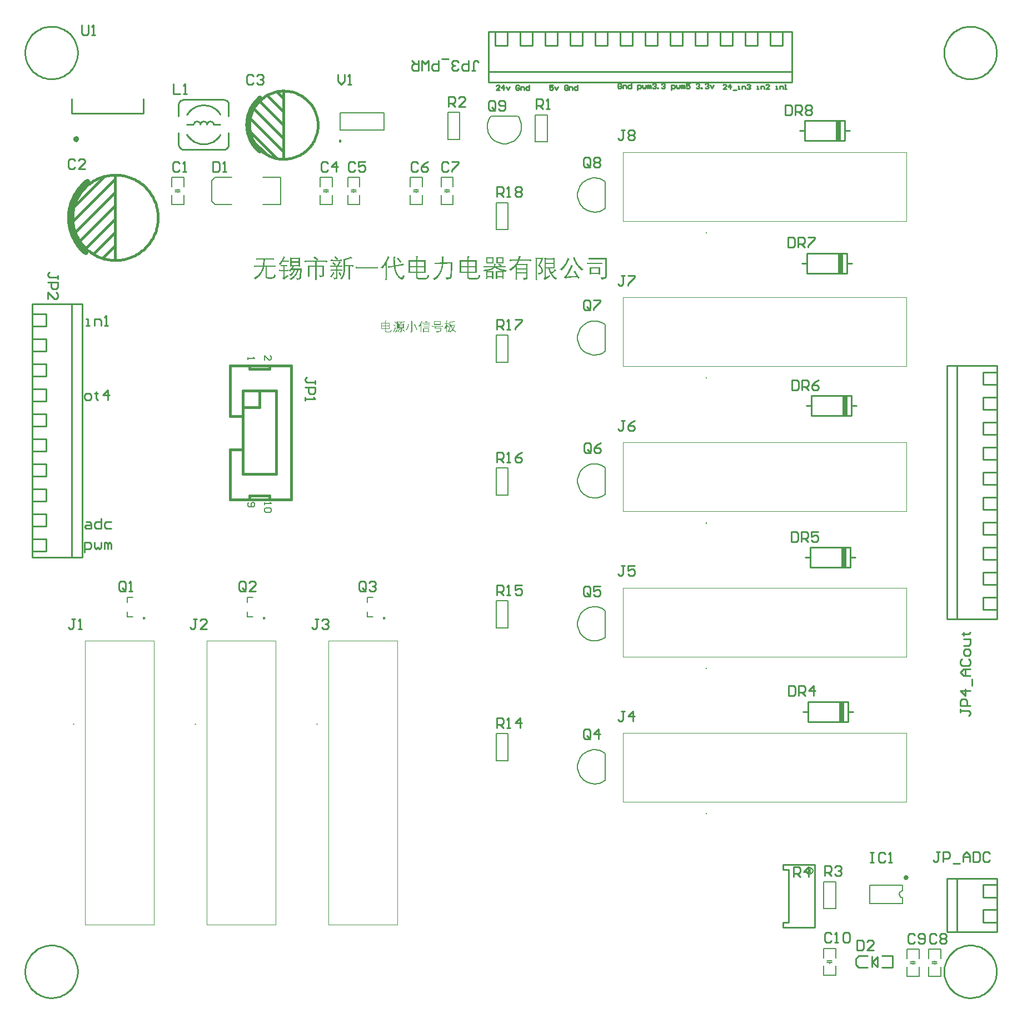
<source format=gto>
G04*
G04 #@! TF.GenerationSoftware,Altium Limited,Altium Designer,22.3.1 (43)*
G04*
G04 Layer_Color=65535*
%FSLAX25Y25*%
%MOIN*%
G70*
G04*
G04 #@! TF.SameCoordinates,ABD3340E-3DDB-4FBE-A437-06F7E2321E34*
G04*
G04*
G04 #@! TF.FilePolarity,Positive*
G04*
G01*
G75*
%ADD10C,0.01968*%
%ADD11C,0.01500*%
%ADD12C,0.02900*%
%ADD13C,0.00787*%
%ADD14C,0.01000*%
%ADD15C,0.00800*%
%ADD16C,0.00984*%
%ADD17C,0.03150*%
%ADD18C,0.00600*%
%ADD19C,0.00394*%
G36*
X253249Y409778D02*
Y409767D01*
X253246Y409745D01*
X253242Y409719D01*
Y409690D01*
X253238Y409653D01*
X253235Y409608D01*
X253231Y409564D01*
X253223Y409464D01*
X253216Y409353D01*
X253209Y409242D01*
X253205Y409131D01*
Y408258D01*
Y408254D01*
Y408247D01*
Y408228D01*
X253209Y408206D01*
Y408180D01*
Y408147D01*
X253212Y408110D01*
Y408069D01*
X253216Y408025D01*
X253220Y407973D01*
X253227Y407862D01*
X253238Y407740D01*
X253249Y407607D01*
X253235D01*
X253216Y407610D01*
X253190Y407614D01*
X253157D01*
X253120Y407618D01*
X253079Y407621D01*
X253031Y407625D01*
X252927Y407632D01*
X252817Y407640D01*
X252702Y407647D01*
X252583Y407651D01*
X249734D01*
X249705Y407647D01*
X249672D01*
X249631Y407644D01*
X249586D01*
X249538Y407640D01*
X249486Y407636D01*
X249427Y407632D01*
X249368Y407629D01*
X249235Y407618D01*
X249091Y407607D01*
Y407610D01*
X249094Y407621D01*
Y407640D01*
X249098Y407662D01*
X249102Y407692D01*
X249105Y407725D01*
X249109Y407766D01*
X249113Y407806D01*
X249120Y407854D01*
X249124Y407906D01*
X249131Y408013D01*
X249139Y408132D01*
X249142Y408250D01*
Y409124D01*
Y409127D01*
Y409138D01*
Y409153D01*
Y409175D01*
X249139Y409201D01*
Y409235D01*
X249135Y409271D01*
Y409316D01*
X249131Y409364D01*
X249128Y409412D01*
X249116Y409523D01*
X249105Y409649D01*
X249091Y409782D01*
X249109D01*
X249128Y409778D01*
X249157Y409775D01*
X249190D01*
X249231Y409771D01*
X249276Y409767D01*
X249324Y409764D01*
X249427Y409756D01*
X249542Y409749D01*
X249657Y409741D01*
X249764Y409738D01*
X252617D01*
X252639Y409741D01*
X252702D01*
X252743Y409745D01*
X252783D01*
X252831Y409749D01*
X252883Y409753D01*
X252998Y409760D01*
X253120Y409771D01*
X253249Y409782D01*
Y409778D01*
D02*
G37*
G36*
X231567Y409190D02*
X231564D01*
X231553Y409194D01*
X231534D01*
X231508Y409198D01*
X231479Y409201D01*
X231442Y409205D01*
X231401Y409209D01*
X231353Y409216D01*
X231301Y409220D01*
X231249Y409223D01*
X231135Y409231D01*
X231009Y409235D01*
X230883Y409238D01*
X229573D01*
X229917Y409053D01*
X229921D01*
X229928Y409050D01*
X229947Y409035D01*
X229958Y409024D01*
X229965Y409016D01*
X229969Y409005D01*
X229965Y408998D01*
X229962Y408994D01*
X229954Y408990D01*
X229947Y408983D01*
X229932Y408976D01*
X229913Y408968D01*
X229888Y408961D01*
X229858Y408953D01*
X229851D01*
X229832Y408946D01*
X229802Y408931D01*
X229766Y408913D01*
X229721Y408887D01*
X229680Y408850D01*
X229636Y408805D01*
X229595Y408746D01*
X229592Y408739D01*
X229580Y408724D01*
X229562Y408694D01*
X229536Y408650D01*
X229499Y408594D01*
X229455Y408528D01*
X229399Y408443D01*
X229336Y408347D01*
X229333Y408343D01*
X229325Y408335D01*
X229314Y408321D01*
X229307Y408310D01*
X230439D01*
X230480Y408313D01*
X230524D01*
X230572Y408317D01*
X230624D01*
X230683Y408321D01*
X230809Y408328D01*
X230946Y408339D01*
X231086Y408354D01*
Y408350D01*
X231083Y408335D01*
Y408317D01*
X231079Y408287D01*
X231075Y408254D01*
X231072Y408213D01*
X231068Y408169D01*
X231064Y408117D01*
X231057Y408065D01*
X231053Y408006D01*
X231046Y407884D01*
X231042Y407758D01*
X231038Y407629D01*
Y406297D01*
Y406293D01*
Y406282D01*
Y406263D01*
Y406241D01*
Y406212D01*
X231042Y406178D01*
Y406138D01*
X231046Y406089D01*
Y406041D01*
X231049Y405986D01*
X231053Y405930D01*
X231061Y405867D01*
X231072Y405734D01*
X231086Y405594D01*
X231083D01*
X231072Y405597D01*
X231053D01*
X231027Y405601D01*
X230994Y405605D01*
X230957Y405609D01*
X230912Y405612D01*
X230864Y405616D01*
X230813Y405620D01*
X230753Y405623D01*
X230631Y405631D01*
X230498Y405638D01*
X229717D01*
Y403710D01*
Y403707D01*
Y403696D01*
Y403673D01*
Y403648D01*
X229714Y403618D01*
X229710Y403585D01*
X229699Y403507D01*
X229677Y403422D01*
X229662Y403381D01*
X229640Y403340D01*
X229618Y403300D01*
X229592Y403266D01*
X229558Y403237D01*
X229521Y403211D01*
X229518D01*
X229510Y403203D01*
X229499Y403200D01*
X229477Y403189D01*
X229451Y403178D01*
X229418Y403166D01*
X229381Y403152D01*
X229333Y403137D01*
X229277Y403122D01*
X229210Y403104D01*
X229136Y403089D01*
X229055Y403074D01*
X228963Y403059D01*
X228859Y403044D01*
X228748Y403033D01*
X228622Y403022D01*
Y403026D01*
X228619Y403037D01*
Y403052D01*
X228611Y403074D01*
X228607Y403100D01*
X228596Y403133D01*
X228589Y403170D01*
X228578Y403211D01*
X228544Y403303D01*
X228504Y403407D01*
X228452Y403518D01*
X228385Y403636D01*
X228389D01*
X228400Y403633D01*
X228419Y403629D01*
X228441Y403622D01*
X228470Y403614D01*
X228504Y403607D01*
X228541Y403599D01*
X228582Y403592D01*
X228670Y403574D01*
X228763Y403559D01*
X228852Y403548D01*
X228937Y403544D01*
X228952D01*
X228970Y403548D01*
X228992D01*
X229022Y403551D01*
X229051Y403559D01*
X229118Y403577D01*
X229148Y403592D01*
X229181Y403611D01*
X229207Y403633D01*
X229233Y403659D01*
X229255Y403692D01*
X229266Y403729D01*
X229273Y403770D01*
Y403818D01*
Y405638D01*
X228593D01*
X228556Y405634D01*
X228467D01*
X228415Y405631D01*
X228360Y405627D01*
X228300Y405623D01*
X228234Y405620D01*
X228167Y405616D01*
X228093Y405609D01*
X227941Y405594D01*
Y405597D01*
X227945Y405609D01*
Y405631D01*
X227949Y405657D01*
X227953Y405686D01*
X227956Y405727D01*
X227960Y405768D01*
X227964Y405816D01*
X227967Y405867D01*
X227971Y405923D01*
X227978Y406041D01*
X227986Y406167D01*
Y406297D01*
Y407636D01*
Y407640D01*
Y407651D01*
Y407666D01*
Y407692D01*
Y407721D01*
X227982Y407755D01*
Y407795D01*
Y407840D01*
X227978Y407891D01*
X227975Y407947D01*
X227971Y408006D01*
X227967Y408069D01*
X227956Y408206D01*
X227941Y408354D01*
X227960D01*
X227982Y408350D01*
X228012Y408347D01*
X228049Y408343D01*
X228093Y408339D01*
X228141Y408335D01*
X228193Y408332D01*
X228249Y408328D01*
X228308Y408324D01*
X228433Y408317D01*
X228559Y408313D01*
X228685Y408310D01*
X228844D01*
X228848Y408313D01*
X228855Y408332D01*
X228870Y408358D01*
X228885Y408391D01*
X228907Y408432D01*
X228933Y408483D01*
X228963Y408539D01*
X228992Y408602D01*
X229026Y408668D01*
X229059Y408742D01*
X229092Y408820D01*
X229129Y408902D01*
X229199Y409068D01*
X229266Y409238D01*
X227449D01*
Y407766D01*
Y407762D01*
Y407743D01*
Y407718D01*
Y407684D01*
Y407640D01*
Y407588D01*
Y407529D01*
X227446Y407458D01*
Y407384D01*
X227442Y407307D01*
Y407218D01*
X227438Y407126D01*
X227434Y407029D01*
X227431Y406929D01*
X227427Y406822D01*
X227423Y406715D01*
X227409Y406489D01*
X227394Y406260D01*
X227375Y406023D01*
X227349Y405790D01*
X227324Y405557D01*
X227290Y405335D01*
X227272Y405231D01*
X227253Y405127D01*
X227231Y405028D01*
X227209Y404935D01*
Y404931D01*
X227205Y404924D01*
X227201Y404909D01*
X227198Y404891D01*
X227190Y404869D01*
X227183Y404839D01*
X227175Y404806D01*
X227164Y404769D01*
X227153Y404728D01*
X227138Y404683D01*
X227120Y404632D01*
X227105Y404580D01*
X227064Y404465D01*
X227016Y404336D01*
X226961Y404199D01*
X226898Y404054D01*
X226828Y403899D01*
X226746Y403740D01*
X226658Y403577D01*
X226561Y403414D01*
X226454Y403248D01*
X226336Y403081D01*
X226332Y403085D01*
X226325Y403089D01*
X226310Y403100D01*
X226288Y403111D01*
X226265Y403126D01*
X226236Y403144D01*
X226199Y403166D01*
X226162Y403185D01*
X226077Y403233D01*
X225977Y403281D01*
X225873Y403326D01*
X225758Y403366D01*
X225762Y403370D01*
X225766Y403374D01*
X225777Y403385D01*
X225792Y403396D01*
X225829Y403433D01*
X225877Y403481D01*
X225936Y403544D01*
X226003Y403618D01*
X226077Y403707D01*
X226154Y403803D01*
X226236Y403914D01*
X226317Y404032D01*
X226398Y404162D01*
X226480Y404299D01*
X226554Y404447D01*
X226624Y404602D01*
X226687Y404765D01*
X226739Y404935D01*
Y404939D01*
X226743Y404946D01*
X226746Y404961D01*
X226750Y404980D01*
X226757Y405002D01*
X226765Y405031D01*
X226772Y405068D01*
X226780Y405105D01*
X226791Y405153D01*
X226802Y405205D01*
X226813Y405261D01*
X226824Y405320D01*
X226835Y405390D01*
X226850Y405461D01*
X226861Y405538D01*
X226872Y405623D01*
X226887Y405712D01*
X226898Y405805D01*
X226909Y405904D01*
X226920Y406012D01*
X226935Y406123D01*
X226942Y406238D01*
X226954Y406360D01*
X226965Y406485D01*
X226972Y406619D01*
X226979Y406755D01*
X226987Y406900D01*
X226994Y407048D01*
X226998Y407199D01*
X227002Y407359D01*
Y407525D01*
Y407695D01*
Y408939D01*
Y408942D01*
Y408953D01*
Y408972D01*
Y408998D01*
Y409027D01*
X226998Y409068D01*
Y409109D01*
Y409157D01*
X226994Y409212D01*
X226991Y409268D01*
X226987Y409331D01*
X226983Y409394D01*
X226972Y409534D01*
X226957Y409682D01*
X226961D01*
X226976Y409679D01*
X227002D01*
X227035Y409675D01*
X227072Y409671D01*
X227116Y409667D01*
X227168Y409664D01*
X227224Y409660D01*
X227346Y409649D01*
X227475Y409642D01*
X227605Y409638D01*
X227727Y409634D01*
X230975D01*
X231012Y409638D01*
X231057D01*
X231101Y409642D01*
X231153D01*
X231205Y409645D01*
X231323Y409656D01*
X231445Y409667D01*
X231567Y409682D01*
Y409190D01*
D02*
G37*
G36*
X261826Y409512D02*
Y409508D01*
X261830Y409501D01*
X261841Y409479D01*
X261852Y409449D01*
X261856Y409419D01*
Y409416D01*
Y409412D01*
X261848Y409394D01*
X261844Y409390D01*
X261837Y409386D01*
X261826Y409379D01*
X261807Y409375D01*
X261804D01*
X261785Y409379D01*
X261759Y409386D01*
X261719Y409401D01*
X261715D01*
X261708Y409405D01*
X261697Y409408D01*
X261678Y409412D01*
X261656Y409416D01*
X261630Y409419D01*
X261600Y409423D01*
X261523D01*
X261486Y409419D01*
X261445Y409416D01*
X261397Y409408D01*
X261341Y409397D01*
X261282Y409386D01*
X261278D01*
X261271Y409382D01*
X261260D01*
X261241Y409379D01*
X261219Y409371D01*
X261193Y409368D01*
X261164Y409360D01*
X261127Y409353D01*
X261086Y409342D01*
X261042Y409334D01*
X260990Y409323D01*
X260934Y409312D01*
X260879Y409301D01*
X260812Y409290D01*
X260746Y409279D01*
X260675Y409264D01*
X260598Y409253D01*
X260520Y409238D01*
X260435Y409227D01*
X260346Y409212D01*
X260254Y409198D01*
X260157Y409186D01*
X260057Y409172D01*
X259954Y409157D01*
X259846Y409142D01*
X259735Y409131D01*
X259621Y409116D01*
X259499Y409101D01*
X259251Y409075D01*
X258988Y409053D01*
Y409050D01*
Y409038D01*
Y409024D01*
Y409001D01*
X258992Y408972D01*
Y408935D01*
Y408894D01*
Y408846D01*
X258996Y408790D01*
Y408731D01*
Y408665D01*
X258999Y408594D01*
Y408513D01*
Y408428D01*
X259003Y408339D01*
Y408243D01*
Y408239D01*
Y408224D01*
Y408206D01*
X259007Y408176D01*
Y408143D01*
X259010Y408106D01*
Y408062D01*
X259014Y408017D01*
Y407921D01*
X259018Y407825D01*
X259021Y407732D01*
Y407688D01*
Y407651D01*
X261219D01*
X261256Y407655D01*
X261301D01*
X261349Y407658D01*
X261401Y407662D01*
X261456Y407666D01*
X261515Y407673D01*
X261578Y407677D01*
X261648Y407688D01*
X261719Y407695D01*
Y407692D01*
X261715Y407677D01*
X261711Y407651D01*
X261704Y407618D01*
X261693Y407573D01*
X261682Y407525D01*
X261671Y407466D01*
X261656Y407399D01*
X261641Y407329D01*
X261623Y407251D01*
X261600Y407166D01*
X261578Y407077D01*
X261552Y406985D01*
X261526Y406885D01*
X261500Y406785D01*
X261467Y406678D01*
X261404Y406460D01*
X261330Y406234D01*
X261249Y406001D01*
X261160Y405771D01*
X261060Y405542D01*
X260957Y405324D01*
X260905Y405216D01*
X260845Y405113D01*
X260786Y405017D01*
X260727Y404920D01*
X260731Y404917D01*
X260735Y404913D01*
X260746Y404902D01*
X260760Y404883D01*
X260779Y404865D01*
X260797Y404843D01*
X260853Y404787D01*
X260919Y404720D01*
X261001Y404646D01*
X261097Y404561D01*
X261201Y404469D01*
X261319Y404373D01*
X261449Y404273D01*
X261585Y404173D01*
X261730Y404073D01*
X261885Y403977D01*
X262048Y403884D01*
X262218Y403795D01*
X262396Y403718D01*
X262392Y403714D01*
X262385Y403707D01*
X262370Y403696D01*
X262351Y403681D01*
X262329Y403659D01*
X262300Y403633D01*
X262274Y403603D01*
X262240Y403570D01*
X262207Y403533D01*
X262174Y403492D01*
X262107Y403400D01*
X262041Y403292D01*
X261985Y403174D01*
X261981Y403178D01*
X261974Y403181D01*
X261963Y403189D01*
X261948Y403200D01*
X261926Y403218D01*
X261900Y403233D01*
X261874Y403255D01*
X261841Y403281D01*
X261767Y403337D01*
X261678Y403403D01*
X261578Y403481D01*
X261471Y403566D01*
X261356Y403659D01*
X261234Y403762D01*
X261104Y403869D01*
X260975Y403984D01*
X260842Y404103D01*
X260705Y404225D01*
X260572Y404354D01*
X260442Y404484D01*
Y404480D01*
X260435Y404476D01*
X260424Y404465D01*
X260413Y404450D01*
X260394Y404432D01*
X260376Y404410D01*
X260324Y404354D01*
X260261Y404288D01*
X260183Y404206D01*
X260091Y404117D01*
X259983Y404017D01*
X259869Y403914D01*
X259739Y403799D01*
X259595Y403681D01*
X259443Y403559D01*
X259277Y403437D01*
X259099Y403311D01*
X258914Y403185D01*
X258714Y403059D01*
Y403063D01*
X258707Y403070D01*
X258696Y403085D01*
X258685Y403107D01*
X258666Y403129D01*
X258644Y403159D01*
X258618Y403189D01*
X258585Y403222D01*
X258552Y403259D01*
X258511Y403296D01*
X258466Y403333D01*
X258418Y403374D01*
X258363Y403411D01*
X258307Y403448D01*
X258241Y403485D01*
X258174Y403518D01*
X258178D01*
X258189Y403522D01*
X258204Y403529D01*
X258230Y403537D01*
X258256Y403548D01*
X258293Y403562D01*
X258330Y403577D01*
X258374Y403596D01*
X258426Y403614D01*
X258477Y403636D01*
X258537Y403662D01*
X258596Y403692D01*
X258729Y403758D01*
X258873Y403832D01*
X259025Y403918D01*
X259184Y404017D01*
X259347Y404129D01*
X259510Y404247D01*
X259673Y404384D01*
X259832Y404528D01*
X259983Y404687D01*
X260128Y404857D01*
Y404861D01*
X260120Y404869D01*
X260113Y404880D01*
X260102Y404898D01*
X260087Y404924D01*
X260068Y404950D01*
X260046Y404987D01*
X260024Y405024D01*
X259998Y405068D01*
X259972Y405116D01*
X259943Y405168D01*
X259909Y405224D01*
X259876Y405287D01*
X259843Y405353D01*
X259806Y405427D01*
X259769Y405501D01*
X259732Y405583D01*
X259691Y405664D01*
X259650Y405753D01*
X259610Y405849D01*
X259569Y405945D01*
X259528Y406045D01*
X259484Y406149D01*
X259443Y406260D01*
X259402Y406371D01*
X259362Y406489D01*
X259321Y406607D01*
X259280Y406733D01*
X259206Y406992D01*
X259132Y407266D01*
X259021D01*
Y407259D01*
Y407240D01*
Y407207D01*
X259018Y407163D01*
Y407103D01*
X259014Y407037D01*
X259007Y406959D01*
X259003Y406870D01*
X258992Y406774D01*
X258981Y406667D01*
X258970Y406552D01*
X258951Y406434D01*
X258933Y406304D01*
X258910Y406171D01*
X258885Y406030D01*
X258855Y405882D01*
X258822Y405734D01*
X258785Y405579D01*
X258740Y405420D01*
X258696Y405261D01*
X258640Y405098D01*
X258585Y404935D01*
X258522Y404769D01*
X258452Y404602D01*
X258378Y404439D01*
X258296Y404273D01*
X258211Y404110D01*
X258115Y403947D01*
X258015Y403788D01*
X257908Y403633D01*
X257789Y403477D01*
X257667Y403329D01*
X257663Y403333D01*
X257656Y403337D01*
X257641Y403348D01*
X257619Y403363D01*
X257593Y403377D01*
X257564Y403396D01*
X257530Y403418D01*
X257493Y403440D01*
X257404Y403485D01*
X257308Y403529D01*
X257201Y403570D01*
X257086Y403603D01*
X257090Y403607D01*
X257101Y403618D01*
X257120Y403636D01*
X257146Y403659D01*
X257179Y403692D01*
X257216Y403729D01*
X257260Y403773D01*
X257308Y403825D01*
X257360Y403884D01*
X257416Y403947D01*
X257475Y404021D01*
X257534Y404099D01*
X257601Y404184D01*
X257663Y404277D01*
X257730Y404376D01*
X257800Y404480D01*
X257867Y404595D01*
X257934Y404713D01*
X258000Y404835D01*
X258067Y404968D01*
X258130Y405105D01*
X258189Y405250D01*
X258248Y405401D01*
X258304Y405560D01*
X258352Y405723D01*
X258400Y405893D01*
X258440Y406067D01*
X258477Y406252D01*
X258507Y406441D01*
X258533Y406637D01*
X258548Y406837D01*
X258559Y407044D01*
Y407048D01*
Y407063D01*
Y407089D01*
X258563Y407122D01*
Y407159D01*
Y407207D01*
X258566Y407259D01*
Y407318D01*
Y407381D01*
X258570Y407447D01*
Y407588D01*
X258574Y407736D01*
Y407884D01*
Y407888D01*
Y407895D01*
Y407906D01*
Y407925D01*
Y407943D01*
Y407969D01*
Y408002D01*
Y408036D01*
Y408076D01*
Y408121D01*
X258570Y408169D01*
Y408221D01*
Y408276D01*
Y408339D01*
X258566Y408402D01*
Y408472D01*
Y408476D01*
Y408480D01*
Y408491D01*
Y408502D01*
X258563Y408539D01*
Y408587D01*
X258559Y408646D01*
X258555Y408716D01*
X258552Y408790D01*
X258548Y408872D01*
X258544Y408953D01*
X258537Y409042D01*
X258526Y409216D01*
X258518Y409301D01*
X258507Y409379D01*
X258500Y409456D01*
X258489Y409523D01*
X258526D01*
X258566Y409519D01*
X258618D01*
X258681Y409516D01*
X258748D01*
X258892Y409512D01*
X258955D01*
X258988Y409516D01*
X259073D01*
X259129Y409519D01*
X259184Y409523D01*
X259251Y409527D01*
X259321Y409534D01*
X259395Y409538D01*
X259473Y409545D01*
X259558Y409556D01*
X259647Y409564D01*
X259739Y409579D01*
X259935Y409605D01*
X260142Y409638D01*
X260361Y409682D01*
X260587Y409730D01*
X260816Y409790D01*
X261053Y409860D01*
X261290Y409937D01*
X261526Y410030D01*
X261826Y409512D01*
D02*
G37*
G36*
X220316Y410119D02*
X220331D01*
X220349Y410115D01*
X220368Y410111D01*
X220386Y410104D01*
X220405Y410097D01*
X220416Y410085D01*
X220423Y410074D01*
Y410067D01*
Y410060D01*
X220419Y410048D01*
X220412Y410034D01*
X220397Y410015D01*
X220382Y409993D01*
X220356Y409963D01*
X220349Y409956D01*
X220334Y409937D01*
X220316Y409908D01*
X220290Y409860D01*
X220264Y409801D01*
X220253Y409767D01*
X220245Y409727D01*
X220234Y409682D01*
X220231Y409638D01*
X220223Y409586D01*
Y409530D01*
Y408924D01*
X222110D01*
X222151Y408927D01*
X222199D01*
X222247Y408931D01*
X222303Y408935D01*
X222365Y408939D01*
X222432Y408946D01*
X222502Y408950D01*
X222580Y408961D01*
X222661Y408968D01*
Y408964D01*
Y408950D01*
X222658Y408927D01*
X222654Y408898D01*
X222650Y408861D01*
X222647Y408820D01*
X222643Y408772D01*
X222639Y408724D01*
X222632Y408613D01*
X222624Y408498D01*
X222621Y408387D01*
X222617Y408335D01*
Y408287D01*
Y405801D01*
Y405797D01*
Y405786D01*
Y405771D01*
Y405749D01*
Y405720D01*
X222621Y405683D01*
Y405646D01*
X222624Y405597D01*
Y405549D01*
X222628Y405494D01*
X222632Y405435D01*
X222636Y405372D01*
X222639Y405301D01*
X222647Y405231D01*
X222661Y405079D01*
X222658D01*
X222643Y405083D01*
X222624D01*
X222599Y405087D01*
X222565Y405091D01*
X222525Y405094D01*
X222480Y405098D01*
X222432Y405105D01*
X222325Y405113D01*
X222206Y405120D01*
X222088Y405124D01*
X221966Y405127D01*
X220223D01*
Y404103D01*
Y404095D01*
Y404080D01*
X220219Y404054D01*
Y404025D01*
Y404021D01*
Y404006D01*
X220223Y403980D01*
X220231Y403951D01*
X220242Y403918D01*
X220260Y403877D01*
X220282Y403836D01*
X220312Y403792D01*
X220353Y403751D01*
X220401Y403710D01*
X220464Y403673D01*
X220534Y403640D01*
X220619Y403614D01*
X220667Y403603D01*
X220719Y403596D01*
X220775Y403592D01*
X220834Y403588D01*
X220900Y403585D01*
X220967Y403588D01*
X222266D01*
X222306Y403592D01*
X222358D01*
X222414Y403599D01*
X222473Y403603D01*
X222536Y403614D01*
X222669Y403636D01*
X222736Y403655D01*
X222798Y403677D01*
X222858Y403699D01*
X222913Y403729D01*
X222961Y403762D01*
X222998Y403803D01*
X223002Y403807D01*
X223006Y403814D01*
X223017Y403825D01*
X223031Y403844D01*
X223046Y403866D01*
X223068Y403899D01*
X223087Y403936D01*
X223109Y403984D01*
X223131Y404040D01*
X223154Y404103D01*
X223176Y404177D01*
X223198Y404258D01*
X223217Y404351D01*
X223235Y404454D01*
X223250Y404569D01*
X223261Y404695D01*
X223265Y404691D01*
X223272Y404683D01*
X223283Y404672D01*
X223302Y404658D01*
X223324Y404639D01*
X223350Y404621D01*
X223383Y404598D01*
X223416Y404572D01*
X223494Y404517D01*
X223583Y404465D01*
X223679Y404410D01*
X223783Y404365D01*
Y404362D01*
X223779Y404358D01*
X223775Y404347D01*
X223772Y404332D01*
X223760Y404295D01*
X223742Y404243D01*
X223720Y404184D01*
X223694Y404117D01*
X223664Y404043D01*
X223627Y403966D01*
X223550Y403803D01*
X223509Y403722D01*
X223464Y403648D01*
X223416Y403574D01*
X223364Y403511D01*
X223313Y403455D01*
X223261Y403411D01*
X223257Y403407D01*
X223250Y403400D01*
X223231Y403392D01*
X223209Y403377D01*
X223180Y403359D01*
X223143Y403340D01*
X223098Y403322D01*
X223043Y403303D01*
X222983Y403281D01*
X222913Y403263D01*
X222832Y403244D01*
X222743Y403229D01*
X222643Y403218D01*
X222536Y403207D01*
X222417Y403203D01*
X220793D01*
X220763Y403207D01*
X220730D01*
X220689Y403211D01*
X220608Y403218D01*
X220512Y403233D01*
X220412Y403255D01*
X220308Y403285D01*
X220205Y403322D01*
X220109Y403370D01*
X220016Y403433D01*
X219938Y403507D01*
X219901Y403548D01*
X219872Y403596D01*
X219846Y403644D01*
X219824Y403699D01*
X219809Y403758D01*
X219798Y403818D01*
X219790Y403888D01*
X219794Y403958D01*
Y405127D01*
X218155D01*
X218118Y405124D01*
X218074D01*
X218029Y405120D01*
X217974D01*
X217918Y405116D01*
X217855Y405113D01*
X217792Y405109D01*
X217652Y405094D01*
X217500Y405079D01*
Y405083D01*
X217504Y405098D01*
Y405124D01*
X217507Y405153D01*
X217511Y405194D01*
X217515Y405238D01*
X217518Y405287D01*
X217526Y405342D01*
X217533Y405457D01*
X217541Y405579D01*
X217544Y405697D01*
X217548Y405757D01*
Y405808D01*
Y408202D01*
Y408206D01*
Y408217D01*
Y408239D01*
Y408265D01*
Y408295D01*
X217544Y408335D01*
Y408380D01*
X217541Y408432D01*
Y408483D01*
X217537Y408543D01*
X217533Y408605D01*
X217530Y408672D01*
X217515Y408816D01*
X217500Y408968D01*
X217522D01*
X217544Y408964D01*
X217578Y408961D01*
X217615Y408957D01*
X217659Y408953D01*
X217711Y408950D01*
X217763Y408946D01*
X217877Y408939D01*
X217996Y408931D01*
X218110Y408927D01*
X218166Y408924D01*
X219794D01*
Y409482D01*
Y409486D01*
Y409497D01*
Y409512D01*
Y409534D01*
Y409560D01*
X219790Y409597D01*
Y409634D01*
Y409679D01*
X219787Y409727D01*
X219783Y409782D01*
X219779Y409841D01*
X219776Y409904D01*
X219772Y409971D01*
X219764Y410041D01*
X219757Y410119D01*
X219750Y410196D01*
X220316Y410119D01*
D02*
G37*
G36*
X244062Y410193D02*
X244081Y410174D01*
X244114Y410152D01*
X244159Y410119D01*
X244210Y410078D01*
X244273Y410030D01*
X244343Y409974D01*
X244421Y409912D01*
X244506Y409849D01*
X244599Y409778D01*
X244691Y409704D01*
X244791Y409627D01*
X244995Y409468D01*
X245198Y409305D01*
X244847Y408916D01*
X246371D01*
X246401Y408920D01*
X246434D01*
X246471Y408924D01*
X246515D01*
X246567Y408927D01*
X246623Y408931D01*
X246682Y408935D01*
X246748Y408939D01*
X246819Y408946D01*
X246897Y408953D01*
X246978Y408961D01*
Y408487D01*
X246959D01*
X246934Y408491D01*
X246904Y408495D01*
X246867D01*
X246823Y408498D01*
X246774Y408502D01*
X246723Y408506D01*
X246615Y408513D01*
X246504Y408520D01*
X246397Y408528D01*
X246353Y408532D01*
X242567D01*
X242542Y408528D01*
X242475D01*
X242434Y408524D01*
X242390Y408520D01*
X242342Y408517D01*
X242290Y408513D01*
X242234Y408509D01*
X242175Y408502D01*
X242109Y408495D01*
X242042Y408487D01*
Y408961D01*
X242057D01*
X242075Y408957D01*
X242101Y408953D01*
X242131D01*
X242164Y408950D01*
X242205Y408946D01*
X242246Y408942D01*
X242338Y408935D01*
X242434Y408927D01*
X242534Y408920D01*
X242627Y408916D01*
X244788D01*
X244780Y408920D01*
X244765Y408939D01*
X244736Y408961D01*
X244699Y408994D01*
X244651Y409035D01*
X244595Y409083D01*
X244529Y409138D01*
X244458Y409198D01*
X244377Y409264D01*
X244292Y409334D01*
X244203Y409408D01*
X244110Y409486D01*
X244010Y409567D01*
X243907Y409653D01*
X243696Y409819D01*
X244055Y410196D01*
X244062Y410193D01*
D02*
G37*
G36*
X225422Y409856D02*
X225433Y409849D01*
X225448Y409841D01*
X225485Y409815D01*
X225533Y409782D01*
X225596Y409741D01*
X225670Y409693D01*
X225755Y409638D01*
X225847Y409575D01*
X225943Y409508D01*
X226051Y409434D01*
X226162Y409357D01*
X226276Y409275D01*
X226513Y409101D01*
X226754Y408916D01*
X226439Y408554D01*
X226435D01*
X226432Y408561D01*
X226421Y408568D01*
X226410Y408580D01*
X226373Y408609D01*
X226321Y408646D01*
X226258Y408694D01*
X226184Y408750D01*
X226102Y408813D01*
X226014Y408883D01*
X225914Y408953D01*
X225810Y409031D01*
X225699Y409109D01*
X225585Y409186D01*
X225348Y409342D01*
X225226Y409419D01*
X225107Y409490D01*
X225414Y409860D01*
X225418D01*
X225422Y409856D01*
D02*
G37*
G36*
X257053Y410067D02*
X257064D01*
X257090Y410060D01*
X257116Y410048D01*
X257123Y410037D01*
X257127Y410026D01*
Y410023D01*
X257120Y410004D01*
X257108Y409993D01*
X257097Y409978D01*
X257079Y409960D01*
X257053Y409941D01*
X257049Y409937D01*
X257034Y409919D01*
X257027Y409904D01*
X257016Y409886D01*
X257009Y409864D01*
X256997Y409838D01*
X256986Y409808D01*
X256975Y409771D01*
X256964Y409730D01*
X256953Y409686D01*
X256946Y409638D01*
X256938Y409582D01*
X256935Y409519D01*
X256931Y409453D01*
Y408402D01*
X257586D01*
X257615Y408406D01*
X257649D01*
X257689Y408409D01*
X257734D01*
X257778Y408413D01*
X257830Y408417D01*
X257886Y408421D01*
X258004Y408432D01*
X258137Y408446D01*
Y407973D01*
X258133D01*
X258119Y407976D01*
X258096D01*
X258070Y407980D01*
X258037Y407984D01*
X257997Y407988D01*
X257952Y407995D01*
X257908Y407999D01*
X257808Y408006D01*
X257704Y408013D01*
X257604Y408017D01*
X256931D01*
Y407588D01*
X256935D01*
X256938Y407581D01*
X256961Y407562D01*
X256994Y407533D01*
X257042Y407492D01*
X257101Y407440D01*
X257168Y407381D01*
X257245Y407310D01*
X257327Y407233D01*
X257419Y407148D01*
X257512Y407055D01*
X257612Y406959D01*
X257715Y406855D01*
X257823Y406748D01*
X257926Y406633D01*
X258137Y406400D01*
X257756Y405997D01*
X257752Y406004D01*
X257741Y406023D01*
X257719Y406052D01*
X257693Y406093D01*
X257660Y406145D01*
X257619Y406204D01*
X257571Y406271D01*
X257519Y406345D01*
X257460Y406426D01*
X257397Y406511D01*
X257330Y406604D01*
X257257Y406696D01*
X257183Y406796D01*
X257101Y406896D01*
X256931Y407096D01*
Y403762D01*
Y403758D01*
Y403751D01*
Y403736D01*
Y403714D01*
Y403688D01*
X256935Y403655D01*
Y403622D01*
X256938Y403577D01*
Y403533D01*
X256942Y403481D01*
X256946Y403426D01*
X256953Y403366D01*
X256957Y403303D01*
X256964Y403233D01*
X256979Y403089D01*
X256476D01*
Y403092D01*
X256480Y403107D01*
Y403129D01*
X256483Y403159D01*
X256487Y403196D01*
X256491Y403237D01*
X256494Y403281D01*
X256498Y403333D01*
X256505Y403440D01*
X256513Y403551D01*
X256520Y403662D01*
Y403714D01*
Y403762D01*
Y406966D01*
X256517Y406959D01*
X256513Y406944D01*
X256505Y406926D01*
X256498Y406904D01*
X256487Y406874D01*
X256476Y406841D01*
X256461Y406804D01*
X256446Y406763D01*
X256428Y406715D01*
X256391Y406615D01*
X256343Y406500D01*
X256291Y406371D01*
X256235Y406238D01*
X256172Y406093D01*
X256102Y405941D01*
X256028Y405786D01*
X255950Y405627D01*
X255865Y405468D01*
X255777Y405309D01*
X255684Y405150D01*
X255680Y405153D01*
X255673Y405157D01*
X255662Y405164D01*
X255643Y405179D01*
X255621Y405190D01*
X255595Y405209D01*
X255566Y405227D01*
X255532Y405246D01*
X255455Y405283D01*
X255362Y405324D01*
X255258Y405357D01*
X255144Y405386D01*
X255148Y405390D01*
X255155Y405398D01*
X255166Y405409D01*
X255181Y405427D01*
X255199Y405449D01*
X255222Y405479D01*
X255251Y405512D01*
X255281Y405549D01*
X255314Y405594D01*
X255351Y405642D01*
X255388Y405694D01*
X255429Y405753D01*
X255473Y405816D01*
X255518Y405886D01*
X255566Y405960D01*
X255617Y406041D01*
X255665Y406126D01*
X255717Y406215D01*
X255773Y406308D01*
X255825Y406408D01*
X255880Y406515D01*
X255936Y406626D01*
X255991Y406741D01*
X256043Y406863D01*
X256098Y406989D01*
X256154Y407118D01*
X256206Y407255D01*
X256261Y407399D01*
X256313Y407544D01*
X256361Y407695D01*
X256409Y407854D01*
X256457Y408017D01*
X255936D01*
X255910Y408013D01*
X255839D01*
X255799Y408010D01*
X255754Y408006D01*
X255702Y408002D01*
X255647Y407999D01*
X255588Y407995D01*
X255525Y407988D01*
X255458Y407980D01*
X255384Y407973D01*
Y408446D01*
X255403D01*
X255421Y408443D01*
X255447Y408439D01*
X255481Y408435D01*
X255518Y408432D01*
X255558Y408428D01*
X255603Y408424D01*
X255702Y408417D01*
X255806Y408409D01*
X255906Y408406D01*
X255998Y408402D01*
X256520D01*
Y409560D01*
Y409564D01*
Y409571D01*
Y409582D01*
Y409601D01*
Y409623D01*
X256517Y409649D01*
Y409682D01*
Y409716D01*
X256513Y409756D01*
X256509Y409801D01*
X256505Y409849D01*
X256502Y409901D01*
X256498Y409956D01*
X256491Y410011D01*
X256476Y410141D01*
X257053Y410067D01*
D02*
G37*
G36*
X246356Y407322D02*
X246338D01*
X246319Y407325D01*
X246293Y407329D01*
X246260D01*
X246219Y407333D01*
X246179Y407336D01*
X246131Y407340D01*
X246031Y407347D01*
X245923Y407355D01*
X245816Y407362D01*
X245716Y407366D01*
X243289D01*
X243263Y407362D01*
X243233D01*
X243197Y407359D01*
X243160D01*
X243115Y407355D01*
X243067Y407351D01*
X243011Y407347D01*
X242956Y407344D01*
X242893Y407340D01*
X242830Y407333D01*
X242690Y407322D01*
Y407780D01*
X242693D01*
X242708Y407777D01*
X242727D01*
X242756Y407773D01*
X242790Y407769D01*
X242830Y407766D01*
X242871Y407762D01*
X242919Y407758D01*
X243023Y407747D01*
X243130Y407740D01*
X243237Y407736D01*
X243333Y407732D01*
X245738D01*
X245753Y407736D01*
X245805D01*
X245835Y407740D01*
X245872D01*
X245916Y407743D01*
X245960Y407747D01*
X246016Y407751D01*
X246071Y407755D01*
X246134Y407762D01*
X246205Y407766D01*
X246279Y407773D01*
X246356Y407780D01*
Y407322D01*
D02*
G37*
G36*
X254530Y406552D02*
X254515D01*
X254496Y406556D01*
X254470Y406559D01*
X254441D01*
X254408Y406563D01*
X254367Y406567D01*
X254322Y406570D01*
X254222Y406578D01*
X254112Y406585D01*
X253997Y406593D01*
X253878Y406596D01*
X250423D01*
Y406593D01*
X250415Y406582D01*
X250408Y406563D01*
X250393Y406537D01*
X250378Y406504D01*
X250360Y406463D01*
X250341Y406419D01*
X250319Y406367D01*
X250293Y406312D01*
X250267Y406249D01*
X250238Y406178D01*
X250204Y406108D01*
X250175Y406030D01*
X250141Y405949D01*
X250108Y405860D01*
X250071Y405771D01*
X252942D01*
X252964Y405775D01*
X253027D01*
X253068Y405779D01*
X253109D01*
X253157Y405782D01*
X253209Y405786D01*
X253320Y405794D01*
X253442Y405805D01*
X253571Y405816D01*
Y405812D01*
X253568Y405805D01*
Y405786D01*
X253564Y405768D01*
X253560Y405742D01*
X253553Y405708D01*
X253549Y405675D01*
X253542Y405634D01*
X253534Y405590D01*
X253531Y405546D01*
X253516Y405442D01*
X253501Y405331D01*
X253490Y405213D01*
Y405209D01*
Y405198D01*
X253486Y405179D01*
Y405157D01*
X253483Y405124D01*
X253479Y405091D01*
X253471Y405050D01*
X253468Y405002D01*
X253460Y404954D01*
X253453Y404898D01*
X253434Y404780D01*
X253412Y404654D01*
X253386Y404521D01*
X253353Y404384D01*
X253316Y404247D01*
X253275Y404114D01*
X253227Y403984D01*
X253172Y403869D01*
X253142Y403818D01*
X253113Y403770D01*
X253079Y403725D01*
X253042Y403685D01*
X253005Y403651D01*
X252968Y403622D01*
X252964Y403618D01*
X252946Y403607D01*
X252916Y403585D01*
X252894Y403574D01*
X252872Y403562D01*
X252842Y403548D01*
X252813Y403533D01*
X252776Y403514D01*
X252731Y403500D01*
X252687Y403481D01*
X252635Y403463D01*
X252580Y403444D01*
X252517Y403426D01*
X252450Y403407D01*
X252376Y403385D01*
X252298Y403366D01*
X252213Y403348D01*
X252121Y403329D01*
X252025Y403311D01*
X251917Y403296D01*
X251806Y403277D01*
X251688Y403263D01*
X251562Y403248D01*
X251429Y403233D01*
X251288Y403222D01*
X251140Y403211D01*
X250981Y403203D01*
X250818Y403196D01*
X250645Y403189D01*
Y403192D01*
Y403203D01*
X250641Y403218D01*
X250637Y403240D01*
X250634Y403270D01*
X250630Y403303D01*
X250622Y403340D01*
X250615Y403381D01*
X250593Y403470D01*
X250567Y403570D01*
X250530Y403677D01*
X250482Y403781D01*
X250485D01*
X250500Y403777D01*
X250522Y403773D01*
X250556Y403770D01*
X250593Y403762D01*
X250637Y403758D01*
X250689Y403751D01*
X250748Y403744D01*
X250811Y403736D01*
X250878Y403729D01*
X250948Y403725D01*
X251022Y403718D01*
X251181Y403710D01*
X251344Y403707D01*
X251440D01*
X251492Y403710D01*
X251547D01*
X251610Y403714D01*
X251681Y403718D01*
X251688D01*
X251710Y403722D01*
X251740Y403725D01*
X251784Y403729D01*
X251836Y403736D01*
X251899Y403744D01*
X251965Y403755D01*
X252036Y403766D01*
X252187Y403792D01*
X252343Y403829D01*
X252417Y403851D01*
X252487Y403873D01*
X252554Y403899D01*
X252613Y403925D01*
X252617Y403929D01*
X252631Y403940D01*
X252650Y403955D01*
X252676Y403984D01*
X252709Y404021D01*
X252743Y404069D01*
X252780Y404129D01*
X252820Y404203D01*
X252839Y404243D01*
X252857Y404291D01*
X252876Y404339D01*
X252894Y404391D01*
X252913Y404450D01*
X252931Y404513D01*
X252946Y404576D01*
X252964Y404646D01*
X252976Y404724D01*
X252990Y404802D01*
X253001Y404887D01*
X253013Y404976D01*
X253020Y405072D01*
X253027Y405172D01*
X253031Y405275D01*
X253035Y405386D01*
X249990D01*
X249960Y405383D01*
X249927D01*
X249890Y405379D01*
X249845D01*
X249797Y405375D01*
X249745Y405372D01*
X249686Y405368D01*
X249623Y405364D01*
X249557Y405357D01*
X249486Y405353D01*
X249409Y405346D01*
X249331Y405338D01*
Y405342D01*
X249335Y405346D01*
X249346Y405368D01*
X249364Y405401D01*
X249387Y405449D01*
X249416Y405509D01*
X249449Y405575D01*
X249486Y405653D01*
X249527Y405742D01*
X249572Y405834D01*
X249616Y405930D01*
X249660Y406038D01*
X249705Y406145D01*
X249794Y406367D01*
X249875Y406596D01*
X248365D01*
X248336Y406593D01*
X248303D01*
X248266Y406589D01*
X248221D01*
X248173Y406585D01*
X248121Y406582D01*
X248066Y406578D01*
X248007Y406574D01*
X247881Y406563D01*
X247744Y406552D01*
Y407029D01*
X247759D01*
X247781Y407026D01*
X247807Y407022D01*
X247836D01*
X247873Y407018D01*
X247918Y407015D01*
X247962Y407011D01*
X248066Y407003D01*
X248180Y406996D01*
X248299Y406989D01*
X248417Y406985D01*
X253908D01*
X253934Y406989D01*
X253997D01*
X254034Y406992D01*
X254078D01*
X254126Y406996D01*
X254174Y407000D01*
X254285Y407007D01*
X254404Y407018D01*
X254530Y407029D01*
Y406552D01*
D02*
G37*
G36*
X224896Y407969D02*
X224907Y407962D01*
X224919Y407951D01*
X224959Y407928D01*
X225007Y407895D01*
X225070Y407854D01*
X225144Y407803D01*
X225226Y407747D01*
X225318Y407684D01*
X225414Y407618D01*
X225522Y407544D01*
X225629Y407466D01*
X225744Y407384D01*
X225980Y407214D01*
X226221Y407037D01*
X225947Y406656D01*
X225940Y406663D01*
X225921Y406678D01*
X225888Y406704D01*
X225840Y406741D01*
X225784Y406785D01*
X225718Y406837D01*
X225640Y406896D01*
X225555Y406963D01*
X225462Y407033D01*
X225359Y407111D01*
X225252Y407188D01*
X225137Y407270D01*
X225018Y407351D01*
X224893Y407436D01*
X224763Y407521D01*
X224634Y407607D01*
X224889Y407973D01*
X224893D01*
X224896Y407969D01*
D02*
G37*
G36*
X246356Y406193D02*
X246338D01*
X246316Y406197D01*
X246290Y406201D01*
X246256D01*
X246216Y406204D01*
X246171Y406208D01*
X246123Y406212D01*
X246020Y406219D01*
X245916Y406226D01*
X245812Y406234D01*
X245761Y406238D01*
X243293D01*
X243270Y406234D01*
X243245D01*
X243211Y406230D01*
X243174D01*
X243130Y406226D01*
X243082Y406223D01*
X243030Y406219D01*
X242971Y406215D01*
X242908Y406212D01*
X242841Y406204D01*
X242767Y406201D01*
X242690Y406193D01*
Y406656D01*
X242708D01*
X242727Y406652D01*
X242756Y406648D01*
X242790Y406644D01*
X242827Y406641D01*
X242871Y406637D01*
X242919Y406633D01*
X243019Y406622D01*
X243126Y406615D01*
X243233Y406607D01*
X243333Y406604D01*
X245742D01*
X245761Y406607D01*
X245812D01*
X245846Y406611D01*
X245883Y406615D01*
X245927D01*
X245975Y406619D01*
X246027Y406622D01*
X246086Y406630D01*
X246145Y406633D01*
X246212Y406641D01*
X246282Y406648D01*
X246356Y406656D01*
Y406193D01*
D02*
G37*
G36*
X246308Y405505D02*
Y405494D01*
X246304Y405475D01*
X246301Y405449D01*
Y405416D01*
X246297Y405379D01*
X246293Y405335D01*
X246290Y405290D01*
X246286Y405238D01*
X246282Y405183D01*
X246275Y405068D01*
X246268Y404950D01*
X246264Y404828D01*
Y403703D01*
Y403696D01*
Y403685D01*
Y403670D01*
Y403651D01*
X246268Y403625D01*
Y403596D01*
X246271Y403562D01*
Y403518D01*
X246275Y403474D01*
X246279Y403418D01*
X246282Y403359D01*
X246286Y403292D01*
X246293Y403218D01*
X246301Y403141D01*
X246308Y403052D01*
X245790D01*
Y403055D01*
X245794Y403067D01*
Y403081D01*
X245798Y403104D01*
X245801Y403129D01*
X245805Y403159D01*
X245812Y403229D01*
X245820Y403311D01*
X245827Y403392D01*
X245835Y403470D01*
Y403540D01*
X243104D01*
Y403533D01*
Y403522D01*
Y403511D01*
Y403492D01*
X243108Y403470D01*
Y403444D01*
Y403414D01*
X243111Y403377D01*
Y403337D01*
X243115Y403296D01*
X243119Y403244D01*
X243123Y403192D01*
X243130Y403133D01*
X243134Y403070D01*
X243141Y403000D01*
X242627D01*
Y403004D01*
X242630Y403019D01*
Y403037D01*
X242634Y403063D01*
X242638Y403096D01*
X242641Y403137D01*
X242645Y403178D01*
X242649Y403226D01*
X242656Y403329D01*
X242664Y403440D01*
X242671Y403551D01*
X242675Y403659D01*
Y404835D01*
Y404839D01*
Y404846D01*
Y404857D01*
Y404876D01*
X242671Y404898D01*
Y404928D01*
X242667Y404961D01*
Y405002D01*
X242664Y405046D01*
X242660Y405094D01*
X242656Y405150D01*
X242653Y405209D01*
X242645Y405275D01*
X242641Y405349D01*
X242634Y405427D01*
X242627Y405509D01*
X242653D01*
X242678Y405505D01*
X242716Y405501D01*
X242760Y405498D01*
X242812Y405494D01*
X242867Y405490D01*
X242926Y405486D01*
X243052Y405479D01*
X243174Y405472D01*
X243233Y405468D01*
X243285D01*
X243333Y405464D01*
X245605D01*
X245635Y405468D01*
X245672D01*
X245716Y405472D01*
X245768D01*
X245824Y405475D01*
X245886Y405479D01*
X245957Y405483D01*
X246034Y405486D01*
X246119Y405494D01*
X246208Y405501D01*
X246308Y405509D01*
Y405505D01*
D02*
G37*
G36*
X237720Y408021D02*
X237728Y408006D01*
X237739Y407984D01*
X237754Y407951D01*
X237776Y407910D01*
X237798Y407862D01*
X237828Y407806D01*
X237857Y407743D01*
X237894Y407673D01*
X237931Y407599D01*
X237972Y407514D01*
X238017Y407425D01*
X238061Y407329D01*
X238109Y407229D01*
X238161Y407122D01*
X238213Y407011D01*
X238268Y406892D01*
X238324Y406774D01*
X238379Y406648D01*
X238438Y406519D01*
X238557Y406252D01*
X238675Y405975D01*
X238797Y405690D01*
X238916Y405394D01*
X239034Y405098D01*
X239145Y404798D01*
X238668Y404558D01*
Y404561D01*
X238660Y404576D01*
X238653Y404602D01*
X238642Y404635D01*
X238631Y404680D01*
X238612Y404728D01*
X238594Y404787D01*
X238572Y404854D01*
X238546Y404928D01*
X238516Y405009D01*
X238486Y405094D01*
X238453Y405190D01*
X238416Y405287D01*
X238375Y405394D01*
X238335Y405501D01*
X238290Y405616D01*
X238242Y405734D01*
X238194Y405856D01*
X238087Y406115D01*
X237968Y406382D01*
X237843Y406656D01*
X237706Y406941D01*
X237561Y407222D01*
X237406Y407507D01*
X237243Y407788D01*
X237717Y408025D01*
X237720Y408021D01*
D02*
G37*
G36*
X234283Y407917D02*
X234287D01*
X234294Y407914D01*
X234316Y407902D01*
X234335Y407888D01*
X234342Y407880D01*
Y407873D01*
Y407865D01*
X234335Y407851D01*
X234324Y407840D01*
X234313Y407825D01*
X234294Y407810D01*
X234268Y407795D01*
X234265D01*
X234257Y407788D01*
X234246Y407780D01*
X234231Y407769D01*
X234213Y407751D01*
X234191Y407729D01*
X234169Y407703D01*
X234143Y407673D01*
X234117Y407636D01*
X234091Y407595D01*
X234065Y407547D01*
X234039Y407495D01*
X234013Y407433D01*
X233987Y407366D01*
X233965Y407292D01*
X233946Y407211D01*
Y407207D01*
X233943Y407192D01*
X233935Y407170D01*
X233928Y407137D01*
X233917Y407100D01*
X233906Y407052D01*
X233891Y407000D01*
X233876Y406937D01*
X233854Y406870D01*
X233836Y406796D01*
X233813Y406718D01*
X233787Y406633D01*
X233758Y406545D01*
X233732Y406452D01*
X233699Y406356D01*
X233665Y406252D01*
X233591Y406041D01*
X233514Y405819D01*
X233425Y405590D01*
X233329Y405353D01*
X233225Y405120D01*
X233114Y404887D01*
X232999Y404661D01*
X232874Y404443D01*
X232870D01*
X232859Y404450D01*
X232844Y404454D01*
X232822Y404465D01*
X232796Y404476D01*
X232763Y404487D01*
X232726Y404502D01*
X232685Y404521D01*
X232592Y404554D01*
X232492Y404587D01*
X232381Y404621D01*
X232267Y404650D01*
X232270Y404654D01*
X232278Y404661D01*
X232289Y404672D01*
X232307Y404691D01*
X232330Y404713D01*
X232355Y404743D01*
X232385Y404776D01*
X232418Y404817D01*
X232455Y404861D01*
X232492Y404917D01*
X232537Y404976D01*
X232581Y405042D01*
X232629Y405116D01*
X232677Y405198D01*
X232729Y405287D01*
X232781Y405383D01*
X232837Y405486D01*
X232888Y405597D01*
X232944Y405720D01*
X233003Y405849D01*
X233059Y405986D01*
X233114Y406134D01*
X233170Y406289D01*
X233225Y406452D01*
X233280Y406626D01*
X233332Y406811D01*
X233384Y407007D01*
X233436Y407211D01*
X233484Y407425D01*
X233532Y407651D01*
X233576Y407884D01*
X233617Y408132D01*
X234283Y407917D01*
D02*
G37*
G36*
X236178Y409941D02*
X236181D01*
X236189Y409937D01*
X236204Y409934D01*
X236218Y409930D01*
X236248Y409919D01*
X236255Y409912D01*
X236263Y409904D01*
Y409901D01*
X236259Y409886D01*
X236252Y409875D01*
X236244Y409864D01*
X236229Y409845D01*
X236207Y409827D01*
X236200Y409823D01*
X236185Y409804D01*
X236174Y409790D01*
X236163Y409775D01*
X236152Y409753D01*
X236141Y409727D01*
X236126Y409697D01*
X236115Y409664D01*
X236104Y409623D01*
X236092Y409579D01*
X236081Y409527D01*
X236078Y409471D01*
X236070Y409408D01*
Y409342D01*
Y403718D01*
Y403714D01*
Y403703D01*
Y403685D01*
Y403662D01*
X236067Y403633D01*
X236063Y403599D01*
X236052Y403529D01*
X236026Y403448D01*
X236011Y403411D01*
X235989Y403370D01*
X235963Y403337D01*
X235937Y403303D01*
X235904Y403274D01*
X235863Y403248D01*
X235859D01*
X235852Y403240D01*
X235841Y403237D01*
X235819Y403226D01*
X235793Y403215D01*
X235759Y403203D01*
X235715Y403189D01*
X235667Y403170D01*
X235604Y403155D01*
X235534Y403137D01*
X235456Y403118D01*
X235364Y403100D01*
X235260Y403078D01*
X235145Y403059D01*
X235019Y403041D01*
X234879Y403022D01*
Y403026D01*
X234875Y403041D01*
X234872Y403063D01*
X234864Y403089D01*
X234857Y403122D01*
X234846Y403163D01*
X234831Y403207D01*
X234816Y403252D01*
X234783Y403355D01*
X234738Y403463D01*
X234686Y403566D01*
X234657Y403614D01*
X234627Y403659D01*
X234631D01*
X234642Y403655D01*
X234664D01*
X234690Y403651D01*
X234720Y403644D01*
X234757Y403640D01*
X234794Y403636D01*
X234838Y403629D01*
X234931Y403618D01*
X235027Y403611D01*
X235123Y403603D01*
X235168Y403599D01*
X235260D01*
X235293Y403603D01*
X235367Y403611D01*
X235401Y403618D01*
X235434Y403629D01*
X235438D01*
X235441Y403633D01*
X235464Y403644D01*
X235497Y403662D01*
X235534Y403692D01*
X235552Y403714D01*
X235567Y403740D01*
X235586Y403770D01*
X235600Y403803D01*
X235612Y403840D01*
X235619Y403884D01*
X235626Y403932D01*
Y403988D01*
Y409312D01*
Y409316D01*
Y409323D01*
Y409342D01*
Y409360D01*
X235623Y409390D01*
Y409423D01*
X235619Y409460D01*
Y409505D01*
X235615Y409553D01*
X235612Y409605D01*
X235608Y409664D01*
X235604Y409730D01*
X235597Y409797D01*
X235593Y409871D01*
X235586Y409949D01*
X235578Y410030D01*
X236178Y409941D01*
D02*
G37*
G36*
X230450Y405164D02*
X230469Y405142D01*
X230502Y405109D01*
X230546Y405061D01*
X230602Y405002D01*
X230665Y404931D01*
X230739Y404850D01*
X230820Y404761D01*
X230905Y404665D01*
X230998Y404561D01*
X231094Y404450D01*
X231194Y404336D01*
X231297Y404217D01*
X231401Y404092D01*
X231612Y403840D01*
X231216Y403511D01*
Y403514D01*
X231208Y403518D01*
X231201Y403529D01*
X231190Y403544D01*
X231175Y403562D01*
X231157Y403585D01*
X231116Y403640D01*
X231064Y403707D01*
X231001Y403788D01*
X230931Y403873D01*
X230853Y403969D01*
X230772Y404073D01*
X230679Y404184D01*
X230587Y404295D01*
X230487Y404410D01*
X230283Y404646D01*
X230180Y404761D01*
X230076Y404872D01*
X230443Y405172D01*
X230446D01*
X230450Y405164D01*
D02*
G37*
G36*
X228722Y405039D02*
X228730Y405035D01*
X228744Y405028D01*
X228763Y405020D01*
X228789Y405005D01*
X228811Y404991D01*
X228833Y404976D01*
X228848Y404961D01*
X228852Y404950D01*
Y404946D01*
X228848Y404939D01*
X228844Y404931D01*
X228833Y404920D01*
X228815Y404909D01*
X228789Y404894D01*
X228752Y404880D01*
X228748D01*
X228744Y404876D01*
X228733Y404872D01*
X228722Y404869D01*
X228685Y404850D01*
X228663Y404835D01*
X228637Y404817D01*
X228611Y404795D01*
X228582Y404769D01*
X228552Y404739D01*
X228522Y404702D01*
X228489Y404661D01*
X228456Y404617D01*
X228419Y404565D01*
X228385Y404506D01*
X228382Y404498D01*
X228371Y404480D01*
X228352Y404450D01*
X228326Y404410D01*
X228297Y404362D01*
X228260Y404302D01*
X228215Y404236D01*
X228163Y404162D01*
X228108Y404080D01*
X228049Y403992D01*
X227982Y403903D01*
X227912Y403807D01*
X227838Y403707D01*
X227756Y403607D01*
X227675Y403507D01*
X227586Y403403D01*
X227583Y403407D01*
X227579Y403411D01*
X227564Y403418D01*
X227549Y403429D01*
X227531Y403444D01*
X227505Y403459D01*
X227479Y403477D01*
X227446Y403496D01*
X227375Y403540D01*
X227287Y403592D01*
X227190Y403644D01*
X227083Y403696D01*
X227087D01*
X227090Y403699D01*
X227101Y403707D01*
X227113Y403718D01*
X227150Y403744D01*
X227198Y403784D01*
X227261Y403832D01*
X227327Y403895D01*
X227405Y403973D01*
X227490Y404062D01*
X227583Y404162D01*
X227675Y404277D01*
X227771Y404406D01*
X227823Y404476D01*
X227871Y404550D01*
X227919Y404628D01*
X227971Y404709D01*
X228019Y404795D01*
X228067Y404883D01*
X228115Y404976D01*
X228163Y405072D01*
X228211Y405176D01*
X228256Y405279D01*
X228722Y405039D01*
D02*
G37*
G36*
X225877Y406256D02*
X225884Y406249D01*
X225892Y406234D01*
X225899Y406219D01*
X225914Y406193D01*
X225929Y406167D01*
X225969Y406104D01*
X226017Y406030D01*
X226077Y405945D01*
X226143Y405856D01*
X226221Y405764D01*
X226217Y405760D01*
X226214Y405745D01*
X226202Y405723D01*
X226191Y405694D01*
X226173Y405657D01*
X226151Y405612D01*
X226128Y405560D01*
X226102Y405505D01*
X226073Y405438D01*
X226043Y405372D01*
X226006Y405294D01*
X225973Y405216D01*
X225932Y405131D01*
X225892Y405042D01*
X225851Y404950D01*
X225806Y404854D01*
X225718Y404650D01*
X225622Y404439D01*
X225525Y404221D01*
X225425Y404003D01*
X225329Y403781D01*
X225233Y403562D01*
X225137Y403348D01*
X225048Y403144D01*
X224556Y403466D01*
X224560Y403470D01*
X224563Y403481D01*
X224574Y403496D01*
X224589Y403518D01*
X224608Y403548D01*
X224626Y403581D01*
X224652Y403622D01*
X224682Y403666D01*
X224711Y403718D01*
X224745Y403777D01*
X224782Y403840D01*
X224819Y403906D01*
X224859Y403980D01*
X224904Y404062D01*
X224948Y404147D01*
X224996Y404236D01*
X225048Y404328D01*
X225096Y404428D01*
X225148Y404532D01*
X225203Y404639D01*
X225255Y404754D01*
X225311Y404869D01*
X225366Y404991D01*
X225425Y405116D01*
X225481Y405246D01*
X225536Y405379D01*
X225596Y405516D01*
X225651Y405660D01*
X225766Y405953D01*
X225877Y406260D01*
Y406256D01*
D02*
G37*
G36*
X242275Y409889D02*
X242279D01*
X242286Y409886D01*
X242305Y409871D01*
X242323Y409852D01*
X242327Y409841D01*
Y409830D01*
X242323Y409827D01*
X242316Y409812D01*
X242305Y409801D01*
X242290Y409790D01*
X242271Y409775D01*
X242246Y409760D01*
X242242D01*
X242238Y409753D01*
X242227Y409745D01*
X242216Y409738D01*
X242197Y409723D01*
X242179Y409704D01*
X242157Y409682D01*
X242135Y409656D01*
X242109Y409627D01*
X242083Y409590D01*
X242053Y409553D01*
X242024Y409508D01*
X241994Y409460D01*
X241964Y409405D01*
X241935Y409345D01*
X241905Y409283D01*
X241901Y409275D01*
X241894Y409260D01*
X241883Y409231D01*
X241868Y409194D01*
X241846Y409149D01*
X241824Y409098D01*
X241798Y409042D01*
X241772Y408983D01*
X241709Y408850D01*
X241646Y408716D01*
X241613Y408654D01*
X241580Y408591D01*
X241546Y408532D01*
X241517Y408480D01*
Y403718D01*
Y403714D01*
Y403707D01*
Y403692D01*
X241520Y403673D01*
Y403648D01*
Y403618D01*
X241524Y403581D01*
Y403540D01*
X241528Y403492D01*
X241531Y403440D01*
X241535Y403381D01*
X241539Y403314D01*
X241543Y403244D01*
X241550Y403170D01*
X241554Y403089D01*
X241561Y403000D01*
X241039D01*
Y403004D01*
Y403019D01*
X241043Y403041D01*
X241047Y403074D01*
Y403111D01*
X241051Y403152D01*
X241054Y403200D01*
X241058Y403252D01*
X241065Y403366D01*
X241073Y403485D01*
X241080Y403607D01*
X241084Y403718D01*
Y407673D01*
X241080Y407666D01*
X241069Y407647D01*
X241051Y407618D01*
X241025Y407577D01*
X240991Y407529D01*
X240954Y407470D01*
X240914Y407403D01*
X240865Y407329D01*
X240814Y407248D01*
X240755Y407163D01*
X240695Y407074D01*
X240632Y406978D01*
X240499Y406781D01*
X240359Y406582D01*
X240355Y406585D01*
X240348Y406589D01*
X240336Y406596D01*
X240318Y406611D01*
X240299Y406626D01*
X240270Y406641D01*
X240240Y406663D01*
X240203Y406681D01*
X240162Y406707D01*
X240118Y406733D01*
X240066Y406759D01*
X240015Y406785D01*
X239955Y406815D01*
X239892Y406844D01*
X239826Y406874D01*
X239752Y406904D01*
X239756Y406907D01*
X239767Y406915D01*
X239781Y406929D01*
X239807Y406948D01*
X239833Y406974D01*
X239870Y407007D01*
X239911Y407044D01*
X239955Y407089D01*
X240003Y407140D01*
X240059Y407196D01*
X240114Y407259D01*
X240177Y407325D01*
X240240Y407403D01*
X240311Y407484D01*
X240381Y407573D01*
X240455Y407666D01*
X240529Y407769D01*
X240606Y407877D01*
X240684Y407991D01*
X240762Y408117D01*
X240843Y408243D01*
X240925Y408380D01*
X241006Y408524D01*
X241088Y408676D01*
X241169Y408835D01*
X241250Y408998D01*
X241328Y409172D01*
X241406Y409353D01*
X241483Y409538D01*
X241557Y409734D01*
X241628Y409937D01*
X241698Y410148D01*
X242275Y409889D01*
D02*
G37*
G36*
X291020Y448227D02*
X291013Y448212D01*
Y448183D01*
X291005Y448146D01*
X290998Y448094D01*
X290983Y448035D01*
X290976Y447968D01*
X290968Y447901D01*
X290946Y447739D01*
X290931Y447554D01*
X290924Y447369D01*
Y447169D01*
Y445393D01*
Y445385D01*
Y445371D01*
Y445348D01*
Y445319D01*
Y445274D01*
Y445230D01*
Y445171D01*
X290931Y445112D01*
X290939Y444964D01*
X290961Y444793D01*
X290983Y444608D01*
X291020Y444401D01*
X291013D01*
X290998Y444409D01*
X290961D01*
X290924Y444416D01*
X290872Y444423D01*
X290813Y444431D01*
X290746Y444446D01*
X290672Y444453D01*
X290510Y444468D01*
X290332Y444483D01*
X290147Y444490D01*
X287254D01*
X287187Y444483D01*
X287039Y444475D01*
X286869Y444460D01*
X286676Y444438D01*
X286469Y444401D01*
Y444409D01*
X286477Y444423D01*
Y444446D01*
X286484Y444483D01*
X286491Y444520D01*
X286506Y444571D01*
X286521Y444690D01*
X286543Y444830D01*
X286558Y444986D01*
X286565Y445149D01*
Y445319D01*
Y447250D01*
Y447258D01*
Y447272D01*
Y447295D01*
Y447332D01*
Y447376D01*
Y447420D01*
X286558Y447546D01*
X286551Y447694D01*
X286528Y447857D01*
X286506Y448042D01*
X286469Y448234D01*
X286477D01*
X286499Y448227D01*
X286528D01*
X286573Y448220D01*
X286625Y448212D01*
X286684Y448197D01*
X286824Y448183D01*
X286980Y448160D01*
X287150Y448146D01*
X287313Y448138D01*
X290243D01*
X290302Y448146D01*
X290443Y448153D01*
X290613Y448175D01*
X290806Y448197D01*
X291020Y448234D01*
Y448227D01*
D02*
G37*
G36*
X284945D02*
X284937Y448212D01*
Y448183D01*
X284930Y448138D01*
X284923Y448086D01*
X284908Y448035D01*
X284900Y447968D01*
X284893Y447894D01*
X284871Y447724D01*
X284856Y447546D01*
X284849Y447354D01*
Y447154D01*
Y445474D01*
Y445467D01*
Y445452D01*
Y445430D01*
Y445393D01*
Y445348D01*
Y445297D01*
Y445237D01*
X284856Y445171D01*
X284863Y445008D01*
X284886Y444830D01*
X284908Y444623D01*
X284945Y444401D01*
X284937D01*
X284915Y444409D01*
X284886D01*
X284834Y444416D01*
X284782Y444423D01*
X284715Y444431D01*
X284649Y444446D01*
X284567Y444453D01*
X284397Y444468D01*
X284212Y444483D01*
X284027Y444490D01*
X281230D01*
X281163Y444483D01*
X281008Y444475D01*
X280830Y444460D01*
X280631Y444438D01*
X280409Y444401D01*
Y444409D01*
X280416Y444423D01*
Y444446D01*
X280431Y444483D01*
X280438Y444520D01*
X280446Y444571D01*
X280468Y444690D01*
X280483Y444838D01*
X280505Y444993D01*
X280512Y445171D01*
Y445348D01*
Y447287D01*
Y447295D01*
Y447302D01*
Y447324D01*
Y447354D01*
Y447398D01*
Y447443D01*
X280505Y447554D01*
X280490Y447694D01*
X280475Y447850D01*
X280446Y448035D01*
X280409Y448234D01*
X280416D01*
X280438Y448227D01*
X280468D01*
X280505Y448220D01*
X280557Y448212D01*
X280616Y448197D01*
X280756Y448183D01*
X280919Y448160D01*
X281089Y448146D01*
X281274Y448138D01*
X284123D01*
X284190Y448146D01*
X284353Y448153D01*
X284538Y448175D01*
X284738Y448197D01*
X284945Y448234D01*
Y448227D01*
D02*
G37*
G36*
X168942Y448042D02*
X168935Y448027D01*
Y447998D01*
X168928Y447961D01*
X168920Y447916D01*
X168905Y447864D01*
X168891Y447731D01*
X168868Y447583D01*
X168854Y447413D01*
X168846Y447235D01*
Y447050D01*
Y443661D01*
Y443654D01*
Y443639D01*
Y443609D01*
Y443572D01*
Y443521D01*
Y443461D01*
Y443402D01*
X168854Y443328D01*
X168861Y443165D01*
X168883Y442980D01*
X168905Y442788D01*
X168942Y442588D01*
X168935D01*
X168913Y442596D01*
X168883D01*
X168839Y442603D01*
X168787Y442610D01*
X168728Y442618D01*
X168654Y442633D01*
X168580Y442640D01*
X168417Y442655D01*
X168239Y442670D01*
X168062Y442677D01*
X164525D01*
X165072Y442374D01*
X165080Y442366D01*
X165102Y442359D01*
X165131Y442337D01*
X165161Y442322D01*
X165198Y442292D01*
X165220Y442270D01*
X165242Y442240D01*
Y442218D01*
Y442203D01*
X165235Y442189D01*
X165220Y442174D01*
X165191Y442152D01*
X165161Y442129D01*
X165109Y442100D01*
X165043Y442078D01*
X165035D01*
X165013Y442063D01*
X164976Y442048D01*
X164932Y442026D01*
X164835Y441974D01*
X164791Y441937D01*
X164754Y441900D01*
X164747Y441885D01*
X164724Y441856D01*
X164687Y441796D01*
X164643Y441730D01*
X164576Y441641D01*
X164510Y441545D01*
X164436Y441441D01*
X164347Y441330D01*
X168846D01*
X168928Y441338D01*
X169009D01*
X169098Y441345D01*
X169305Y441360D01*
X169527Y441382D01*
X169779Y441419D01*
Y441412D01*
Y441404D01*
X169771Y441382D01*
X169764Y441352D01*
X169756Y441278D01*
X169742Y441175D01*
X169727Y441056D01*
X169712Y440916D01*
X169697Y440768D01*
X169690Y440612D01*
X169520Y437068D01*
Y437060D01*
Y437053D01*
Y437031D01*
Y437001D01*
X169512Y436920D01*
Y436816D01*
X169497Y436690D01*
X169490Y436550D01*
X169475Y436394D01*
X169453Y436239D01*
X169401Y435913D01*
X169364Y435751D01*
X169320Y435603D01*
X169268Y435469D01*
X169216Y435351D01*
X169150Y435255D01*
X169113Y435218D01*
X169076Y435188D01*
Y435181D01*
X169061Y435173D01*
X169039Y435151D01*
X169002Y435129D01*
X168957Y435092D01*
X168891Y435055D01*
X168817Y435018D01*
X168713Y434974D01*
X168595Y434929D01*
X168447Y434877D01*
X168276Y434833D01*
X168084Y434789D01*
X167973Y434759D01*
X167862Y434737D01*
X167736Y434715D01*
X167603Y434700D01*
X167462Y434678D01*
X167314Y434655D01*
X167159Y434633D01*
X166996Y434618D01*
Y434626D01*
X166989Y434641D01*
Y434670D01*
X166981Y434715D01*
X166967Y434766D01*
X166952Y434826D01*
X166930Y434892D01*
X166907Y434966D01*
X166841Y435144D01*
X166752Y435336D01*
X166693Y435432D01*
X166634Y435543D01*
X166567Y435647D01*
X166486Y435758D01*
X166493D01*
X166515Y435751D01*
X166552D01*
X166604Y435743D01*
X166663Y435728D01*
X166737Y435721D01*
X166811Y435714D01*
X166900Y435699D01*
X167085Y435677D01*
X167285Y435662D01*
X167485Y435647D01*
X167670Y435640D01*
X167729D01*
X167788Y435647D01*
X167862D01*
X167951Y435654D01*
X168032Y435669D01*
X168114Y435684D01*
X168188Y435706D01*
X168195D01*
X168210Y435714D01*
X168232Y435721D01*
X168254Y435736D01*
X168328Y435788D01*
X168373Y435817D01*
X168410Y435862D01*
X168454Y435906D01*
X168498Y435965D01*
X168535Y436032D01*
X168572Y436106D01*
X168602Y436195D01*
X168624Y436291D01*
X168639Y436402D01*
X168646Y436520D01*
X168861Y440568D01*
X167818D01*
Y440553D01*
X167810Y440524D01*
X167795Y440472D01*
X167781Y440398D01*
X167758Y440302D01*
X167721Y440191D01*
X167684Y440065D01*
X167640Y439917D01*
X167588Y439761D01*
X167529Y439584D01*
X167462Y439406D01*
X167381Y439206D01*
X167292Y438999D01*
X167196Y438785D01*
X167092Y438563D01*
X166974Y438333D01*
X166841Y438096D01*
X166700Y437852D01*
X166545Y437608D01*
X166382Y437364D01*
X166197Y437112D01*
X166005Y436861D01*
X165797Y436609D01*
X165583Y436365D01*
X165346Y436121D01*
X165094Y435876D01*
X164828Y435640D01*
X164547Y435403D01*
X164243Y435181D01*
X163925Y434966D01*
X163592Y434759D01*
X163244Y434559D01*
Y434567D01*
X163230Y434581D01*
X163207Y434604D01*
X163185Y434641D01*
X163148Y434685D01*
X163104Y434729D01*
X163059Y434781D01*
X163000Y434840D01*
X162934Y434900D01*
X162852Y434959D01*
X162771Y435018D01*
X162682Y435077D01*
X162578Y435129D01*
X162467Y435188D01*
X162349Y435233D01*
X162223Y435277D01*
X162231Y435284D01*
X162268Y435292D01*
X162319Y435307D01*
X162386Y435336D01*
X162475Y435373D01*
X162571Y435410D01*
X162689Y435462D01*
X162823Y435529D01*
X162963Y435595D01*
X163119Y435677D01*
X163281Y435765D01*
X163459Y435869D01*
X163637Y435980D01*
X163829Y436106D01*
X164021Y436239D01*
X164214Y436380D01*
X164414Y436542D01*
X164621Y436713D01*
X164821Y436890D01*
X165028Y437090D01*
X165228Y437297D01*
X165427Y437519D01*
X165620Y437756D01*
X165805Y438008D01*
X165990Y438274D01*
X166167Y438555D01*
X166330Y438851D01*
X166493Y439162D01*
X166634Y439488D01*
X166767Y439835D01*
X166893Y440191D01*
X166996Y440568D01*
X165901D01*
Y440561D01*
X165894Y440546D01*
X165879Y440524D01*
X165864Y440487D01*
X165842Y440442D01*
X165812Y440390D01*
X165783Y440331D01*
X165746Y440257D01*
X165701Y440183D01*
X165649Y440094D01*
X165538Y439902D01*
X165405Y439687D01*
X165250Y439443D01*
X165072Y439184D01*
X164872Y438903D01*
X164643Y438607D01*
X164391Y438296D01*
X164118Y437978D01*
X163822Y437652D01*
X163496Y437319D01*
X163141Y436986D01*
X163133Y436994D01*
X163126Y437009D01*
X163104Y437031D01*
X163074Y437068D01*
X163030Y437105D01*
X162985Y437149D01*
X162926Y437201D01*
X162867Y437253D01*
X162793Y437312D01*
X162719Y437364D01*
X162541Y437475D01*
X162334Y437578D01*
X162216Y437615D01*
X162097Y437652D01*
X162105D01*
X162120Y437660D01*
X162142Y437675D01*
X162179Y437689D01*
X162223Y437712D01*
X162275Y437741D01*
X162334Y437771D01*
X162401Y437808D01*
X162556Y437897D01*
X162734Y438008D01*
X162934Y438148D01*
X163148Y438311D01*
X163378Y438496D01*
X163614Y438703D01*
X163866Y438947D01*
X164110Y439214D01*
X164362Y439502D01*
X164480Y439665D01*
X164599Y439828D01*
X164717Y440006D01*
X164835Y440183D01*
X164946Y440368D01*
X165057Y440568D01*
X163762D01*
Y440561D01*
X163748Y440553D01*
X163733Y440531D01*
X163711Y440501D01*
X163681Y440464D01*
X163644Y440413D01*
X163548Y440309D01*
X163429Y440168D01*
X163289Y440013D01*
X163126Y439835D01*
X162941Y439643D01*
X162934Y439650D01*
X162926Y439658D01*
X162904Y439680D01*
X162874Y439702D01*
X162837Y439732D01*
X162786Y439769D01*
X162734Y439806D01*
X162675Y439850D01*
X162601Y439895D01*
X162527Y439939D01*
X162438Y439983D01*
X162342Y440028D01*
X162245Y440072D01*
X162134Y440117D01*
X161898Y440191D01*
X161905D01*
X161912Y440198D01*
X161935Y440213D01*
X161964Y440228D01*
X162038Y440279D01*
X162134Y440353D01*
X162253Y440442D01*
X162393Y440546D01*
X162549Y440679D01*
X162719Y440827D01*
X162897Y440990D01*
X163082Y441175D01*
X163267Y441382D01*
X163459Y441604D01*
X163644Y441841D01*
X163829Y442100D01*
X164007Y442381D01*
X164169Y442677D01*
X163859D01*
X163770Y442670D01*
X163674D01*
X163570Y442662D01*
X163348Y442647D01*
X163104Y442625D01*
X162852Y442588D01*
Y442596D01*
X162860Y442610D01*
Y442640D01*
X162867Y442677D01*
X162874Y442721D01*
X162882Y442781D01*
X162904Y442906D01*
X162919Y443054D01*
X162934Y443225D01*
X162941Y443395D01*
Y443565D01*
Y447036D01*
Y447043D01*
Y447058D01*
Y447087D01*
Y447117D01*
Y447169D01*
Y447221D01*
Y447280D01*
X162934Y447346D01*
X162926Y447494D01*
X162911Y447672D01*
X162889Y447857D01*
X162852Y448049D01*
X162860D01*
X162882Y448042D01*
X162911D01*
X162948Y448035D01*
X163000Y448027D01*
X163059Y448020D01*
X163126Y448012D01*
X163200Y447998D01*
X163363Y447983D01*
X163540Y447968D01*
X163725Y447961D01*
X168143D01*
X168210Y447968D01*
X168373Y447975D01*
X168558Y447990D01*
X168743Y448012D01*
X168942Y448049D01*
Y448042D01*
D02*
G37*
G36*
X314870Y447850D02*
X314856Y447827D01*
X314841Y447790D01*
X314811Y447739D01*
X314782Y447672D01*
X314745Y447591D01*
X314700Y447502D01*
X314648Y447398D01*
X314597Y447287D01*
X314537Y447169D01*
X314471Y447036D01*
X314404Y446895D01*
X314330Y446747D01*
X314256Y446592D01*
X314093Y446266D01*
X313923Y445918D01*
X313746Y445556D01*
X313561Y445186D01*
X313376Y444808D01*
X313183Y444431D01*
X312998Y444068D01*
X312821Y443713D01*
X312643Y443380D01*
X312650Y443373D01*
X312665Y443365D01*
X312687Y443343D01*
X312717Y443321D01*
X312761Y443284D01*
X312806Y443239D01*
X312924Y443143D01*
X313057Y443010D01*
X313205Y442855D01*
X313376Y442677D01*
X313546Y442485D01*
X313716Y442263D01*
X313879Y442026D01*
X314042Y441767D01*
X314182Y441493D01*
X314315Y441204D01*
X314412Y440908D01*
X314456Y440753D01*
X314493Y440598D01*
X314515Y440435D01*
X314530Y440272D01*
Y440265D01*
Y440257D01*
Y440235D01*
X314537Y440205D01*
Y440131D01*
Y440028D01*
Y440020D01*
Y440006D01*
Y439983D01*
X314530Y439946D01*
Y439902D01*
X314523Y439850D01*
X314508Y439791D01*
X314493Y439724D01*
X314456Y439569D01*
X314397Y439399D01*
X314315Y439214D01*
X314264Y439118D01*
X314212Y439021D01*
X314145Y438918D01*
X314071Y438822D01*
X313990Y438718D01*
X313894Y438622D01*
X313797Y438526D01*
X313686Y438429D01*
X313561Y438333D01*
X313427Y438244D01*
X313287Y438163D01*
X313131Y438082D01*
X312961Y438000D01*
X312776Y437934D01*
X312584Y437867D01*
X312377Y437815D01*
X312147Y437763D01*
X311910Y437726D01*
Y437734D01*
X311903Y437756D01*
X311896Y437786D01*
X311888Y437830D01*
X311866Y437882D01*
X311851Y437948D01*
X311829Y438015D01*
X311799Y438096D01*
X311733Y438281D01*
X311651Y438489D01*
X311555Y438711D01*
X311437Y438940D01*
X311459D01*
X311481Y438933D01*
X311511D01*
X311585Y438925D01*
X311688Y438910D01*
X311799Y438903D01*
X311918Y438888D01*
X312036Y438881D01*
X312214D01*
X312288Y438888D01*
X312377Y438896D01*
X312488Y438918D01*
X312613Y438940D01*
X312739Y438977D01*
X312880Y439021D01*
X313013Y439081D01*
X313146Y439155D01*
X313272Y439243D01*
X313383Y439354D01*
X313487Y439480D01*
X313561Y439628D01*
X313612Y439798D01*
X313635Y439895D01*
X313642Y439998D01*
Y440006D01*
Y440020D01*
Y440043D01*
X313635Y440080D01*
X313627Y440124D01*
X313620Y440183D01*
X313612Y440242D01*
X313598Y440316D01*
X313583Y440390D01*
X313568Y440479D01*
X313516Y440664D01*
X313450Y440879D01*
X313361Y441116D01*
X313257Y441360D01*
X313117Y441619D01*
X313043Y441752D01*
X312954Y441893D01*
X312858Y442026D01*
X312761Y442166D01*
X312650Y442307D01*
X312532Y442440D01*
X312399Y442581D01*
X312266Y442714D01*
X312118Y442855D01*
X311962Y442988D01*
X311792Y443121D01*
X311614Y443247D01*
Y443254D01*
X311629Y443269D01*
X311644Y443291D01*
X311659Y443328D01*
X311688Y443365D01*
X311718Y443417D01*
X311748Y443476D01*
X311785Y443550D01*
X311829Y443624D01*
X311881Y443706D01*
X311925Y443802D01*
X311984Y443898D01*
X312095Y444120D01*
X312229Y444364D01*
X312362Y444631D01*
X312510Y444919D01*
X312658Y445230D01*
X312813Y445556D01*
X312969Y445903D01*
X313124Y446259D01*
X313279Y446629D01*
X313427Y447006D01*
X310956D01*
Y435995D01*
Y435987D01*
Y435965D01*
Y435928D01*
Y435884D01*
Y435825D01*
X310963Y435751D01*
Y435669D01*
X310971Y435573D01*
Y435477D01*
X310978Y435366D01*
X310985Y435247D01*
X310993Y435122D01*
X311015Y434855D01*
X311045Y434574D01*
X310009D01*
Y434581D01*
X310016Y434604D01*
Y434641D01*
X310023Y434692D01*
X310031Y434759D01*
X310038Y434833D01*
X310046Y434914D01*
X310053Y435011D01*
X310060Y435114D01*
X310068Y435225D01*
X310083Y435462D01*
X310097Y435721D01*
Y435995D01*
Y446451D01*
Y446458D01*
Y446481D01*
Y446518D01*
Y446562D01*
Y446621D01*
X310090Y446688D01*
Y446769D01*
Y446865D01*
X310083Y446962D01*
X310075Y447073D01*
X310068Y447184D01*
X310060Y447309D01*
X310038Y447576D01*
X310009Y447857D01*
X310046D01*
X310090Y447850D01*
X310142Y447842D01*
X310216Y447835D01*
X310290Y447827D01*
X310386Y447820D01*
X310482Y447813D01*
X310697Y447798D01*
X310934Y447783D01*
X311170Y447776D01*
X311400Y447768D01*
X313694D01*
X313768Y447776D01*
X313849D01*
X313945Y447783D01*
X314042D01*
X314153Y447790D01*
X314375Y447805D01*
X314619Y447827D01*
X314870Y447857D01*
Y447850D01*
D02*
G37*
G36*
X352818Y447776D02*
Y447761D01*
X352810Y447731D01*
X352803Y447687D01*
Y447635D01*
X352795Y447576D01*
X352788Y447509D01*
X352781Y447428D01*
X352773Y447339D01*
X352766Y447243D01*
X352758Y447139D01*
X352751Y447028D01*
X352736Y446784D01*
X352729Y446525D01*
Y436957D01*
Y436942D01*
Y436905D01*
Y436846D01*
Y436772D01*
X352721Y436676D01*
X352714Y436572D01*
X352699Y436461D01*
X352677Y436335D01*
X352647Y436209D01*
X352610Y436084D01*
X352566Y435958D01*
X352507Y435832D01*
X352440Y435721D01*
X352359Y435617D01*
X352270Y435521D01*
X352159Y435447D01*
X352152Y435440D01*
X352129Y435432D01*
X352092Y435410D01*
X352041Y435381D01*
X351967Y435344D01*
X351870Y435307D01*
X351759Y435262D01*
X351619Y435210D01*
X351456Y435166D01*
X351264Y435114D01*
X351049Y435062D01*
X350931Y435033D01*
X350805Y435011D01*
X350664Y434981D01*
X350524Y434959D01*
X350376Y434929D01*
X350213Y434907D01*
X350050Y434885D01*
X349872Y434863D01*
X349687Y434840D01*
X349495Y434818D01*
Y434826D01*
Y434848D01*
Y434885D01*
X349488Y434937D01*
X349480Y434996D01*
X349473Y435062D01*
X349458Y435144D01*
X349443Y435233D01*
X349399Y435425D01*
X349332Y435632D01*
X349236Y435847D01*
X349184Y435958D01*
X349118Y436061D01*
X349147D01*
X349192Y436054D01*
X349236D01*
X349303Y436047D01*
X349369Y436039D01*
X349451Y436032D01*
X349539D01*
X349732Y436017D01*
X349932Y436002D01*
X350131Y435995D01*
X350435D01*
X350494Y436002D01*
X350561D01*
X350709Y436010D01*
X350871Y436024D01*
X351034Y436047D01*
X351190Y436076D01*
X351256Y436098D01*
X351315Y436121D01*
X351323D01*
X351338Y436128D01*
X351367Y436143D01*
X351404Y436158D01*
X351441Y436180D01*
X351493Y436217D01*
X351537Y436254D01*
X351589Y436298D01*
X351641Y436357D01*
X351685Y436417D01*
X351730Y436498D01*
X351774Y436579D01*
X351804Y436676D01*
X351826Y436787D01*
X351841Y436905D01*
Y437038D01*
Y446932D01*
X342761D01*
X342680Y446925D01*
X342598D01*
X342509Y446917D01*
X342310Y446910D01*
X342102Y446895D01*
X341895Y446865D01*
X341710Y446836D01*
Y447783D01*
X341725D01*
X341755Y447776D01*
X341784Y447768D01*
X341829Y447761D01*
X341880Y447753D01*
X341940Y447746D01*
X342014Y447739D01*
X342095Y447731D01*
X342184Y447724D01*
X342287Y447716D01*
X342398Y447709D01*
X342517Y447702D01*
X342657D01*
X342798Y447694D01*
X351737D01*
X351811Y447702D01*
X351893D01*
X351989Y447709D01*
X352189Y447716D01*
X352403Y447731D01*
X352618Y447753D01*
X352818Y447783D01*
Y447776D01*
D02*
G37*
G36*
X321619Y447731D02*
X321612Y447709D01*
Y447672D01*
X321604Y447628D01*
X321597Y447568D01*
X321590Y447502D01*
X321582Y447420D01*
X321575Y447339D01*
X321553Y447147D01*
X321538Y446939D01*
X321530Y446725D01*
X321523Y446510D01*
Y442470D01*
Y442462D01*
Y442448D01*
Y442418D01*
Y442381D01*
Y442329D01*
X321530Y442270D01*
Y442203D01*
X321538Y442129D01*
X321545Y441959D01*
X321567Y441759D01*
X321590Y441545D01*
X321619Y441315D01*
X321612D01*
X321590Y441323D01*
X321560D01*
X321516Y441330D01*
X321456Y441338D01*
X321390Y441345D01*
X321316Y441352D01*
X321234Y441360D01*
X321049Y441375D01*
X320842Y441389D01*
X320628Y441404D01*
X318644D01*
Y441389D01*
X318659Y441352D01*
X318667Y441286D01*
X318689Y441204D01*
X318718Y441101D01*
X318748Y440975D01*
X318792Y440834D01*
X318837Y440679D01*
X318889Y440509D01*
X318948Y440331D01*
X319022Y440146D01*
X319096Y439946D01*
X319185Y439747D01*
X319273Y439547D01*
X319377Y439340D01*
X319488Y439132D01*
X319495D01*
X319503Y439147D01*
X319525Y439162D01*
X319555Y439177D01*
X319592Y439206D01*
X319636Y439236D01*
X319747Y439310D01*
X319873Y439406D01*
X320021Y439517D01*
X320191Y439650D01*
X320369Y439791D01*
X320554Y439946D01*
X320753Y440109D01*
X320946Y440287D01*
X321146Y440472D01*
X321338Y440657D01*
X321523Y440857D01*
X321701Y441056D01*
X321863Y441256D01*
X322618Y440361D01*
X322626Y440353D01*
X322633Y440339D01*
X322670Y440294D01*
X322707Y440242D01*
X322714Y440213D01*
X322722Y440191D01*
Y440183D01*
X322707Y440161D01*
X322700Y440154D01*
X322692Y440146D01*
X322670Y440139D01*
X322640Y440124D01*
X322589Y440109D01*
X322529Y440102D01*
X322448Y440087D01*
X322433D01*
X322389Y440080D01*
X322330Y440057D01*
X322241Y440028D01*
X322137Y439991D01*
X322026Y439932D01*
X321900Y439858D01*
X321775Y439761D01*
X321760Y439754D01*
X321723Y439724D01*
X321671Y439680D01*
X321590Y439628D01*
X321493Y439562D01*
X321382Y439480D01*
X321257Y439391D01*
X321123Y439288D01*
X320983Y439184D01*
X320827Y439081D01*
X320517Y438851D01*
X320198Y438629D01*
X320050Y438518D01*
X319902Y438415D01*
Y438407D01*
X319917Y438392D01*
X319932Y438363D01*
X319954Y438326D01*
X319984Y438281D01*
X320021Y438230D01*
X320065Y438163D01*
X320110Y438096D01*
X320228Y437934D01*
X320376Y437749D01*
X320539Y437541D01*
X320739Y437327D01*
X320953Y437097D01*
X321197Y436868D01*
X321471Y436631D01*
X321767Y436402D01*
X322085Y436180D01*
X322433Y435973D01*
X322803Y435780D01*
X323195Y435610D01*
X323188Y435603D01*
X323166Y435595D01*
X323136Y435573D01*
X323092Y435543D01*
X323040Y435506D01*
X322973Y435469D01*
X322907Y435418D01*
X322825Y435358D01*
X322663Y435225D01*
X322485Y435070D01*
X322307Y434892D01*
X322137Y434692D01*
X322130Y434700D01*
X322100Y434722D01*
X322048Y434759D01*
X321989Y434811D01*
X321908Y434877D01*
X321812Y434966D01*
X321701Y435055D01*
X321582Y435166D01*
X321449Y435292D01*
X321308Y435425D01*
X321153Y435580D01*
X320990Y435743D01*
X320827Y435913D01*
X320650Y436106D01*
X320472Y436306D01*
X320295Y436520D01*
X320110Y436742D01*
X319917Y436979D01*
X319732Y437231D01*
X319547Y437490D01*
X319362Y437756D01*
X319185Y438045D01*
X319007Y438333D01*
X318829Y438637D01*
X318667Y438947D01*
X318504Y439273D01*
X318356Y439606D01*
X318215Y439946D01*
X318082Y440294D01*
X317964Y440657D01*
X317860Y441027D01*
X317764Y441404D01*
X316239D01*
Y436121D01*
X316254Y436128D01*
X316291Y436150D01*
X316350Y436180D01*
X316432Y436232D01*
X316528Y436291D01*
X316654Y436357D01*
X316794Y436446D01*
X316950Y436542D01*
X317120Y436646D01*
X317298Y436764D01*
X317497Y436898D01*
X317705Y437038D01*
X317927Y437194D01*
X318156Y437356D01*
X318385Y437527D01*
X318630Y437712D01*
Y437704D01*
Y437689D01*
Y437660D01*
Y437623D01*
X318637Y437571D01*
Y437512D01*
Y437453D01*
X318644Y437379D01*
X318659Y437208D01*
X318681Y437023D01*
X318711Y436824D01*
X318748Y436609D01*
X318741D01*
X318726Y436594D01*
X318704Y436579D01*
X318667Y436565D01*
X318622Y436535D01*
X318570Y436505D01*
X318511Y436476D01*
X318445Y436431D01*
X318282Y436343D01*
X318097Y436232D01*
X317890Y436106D01*
X317668Y435965D01*
X317431Y435817D01*
X317179Y435654D01*
X316913Y435484D01*
X316654Y435307D01*
X316121Y434929D01*
X315862Y434737D01*
X315610Y434544D01*
X314915Y435447D01*
X314922D01*
X314937Y435462D01*
X314959Y435477D01*
X314996Y435499D01*
X315033Y435529D01*
X315070Y435566D01*
X315115Y435610D01*
X315159Y435669D01*
X315203Y435743D01*
X315248Y435825D01*
X315285Y435913D01*
X315322Y436024D01*
X315351Y436143D01*
X315366Y436276D01*
X315374Y436431D01*
Y436594D01*
Y446362D01*
Y446370D01*
Y446392D01*
Y446421D01*
Y446466D01*
Y446525D01*
X315366Y446592D01*
Y446666D01*
Y446754D01*
X315359Y446851D01*
X315351Y446954D01*
X315344Y447065D01*
X315337Y447191D01*
X315314Y447450D01*
X315285Y447739D01*
X315314D01*
X315359Y447731D01*
X315411Y447724D01*
X315477Y447716D01*
X315551Y447709D01*
X315633Y447702D01*
X315729Y447694D01*
X315936Y447679D01*
X316165Y447665D01*
X316410Y447657D01*
X316646Y447650D01*
X320568D01*
X320635Y447657D01*
X320709D01*
X320790Y447665D01*
X320983Y447672D01*
X321183Y447687D01*
X321405Y447709D01*
X321619Y447739D01*
Y447731D01*
D02*
G37*
G36*
X200015Y447753D02*
X200022Y447746D01*
X200037Y447731D01*
X200074Y447687D01*
X200089Y447657D01*
X200104Y447628D01*
X200111Y447598D01*
X200104Y447568D01*
X200096Y447561D01*
X200089Y447554D01*
X200067Y447539D01*
X200037Y447531D01*
X200008Y447524D01*
X199882D01*
X199837Y447531D01*
X199601D01*
X199556Y447524D01*
X199512D01*
X199393Y447509D01*
X199260Y447494D01*
X199112Y447465D01*
X198949Y447428D01*
X198787Y447376D01*
X198779D01*
X198750Y447361D01*
X198698Y447346D01*
X198624Y447324D01*
X198535Y447295D01*
X198417Y447258D01*
X198276Y447213D01*
X198106Y447169D01*
X197913Y447110D01*
X197699Y447043D01*
X197447Y446969D01*
X197173Y446895D01*
X197025Y446851D01*
X196870Y446806D01*
X196707Y446762D01*
X196530Y446710D01*
X196352Y446658D01*
X196167Y446606D01*
X195975Y446555D01*
X195767Y446495D01*
Y443461D01*
X199615D01*
X199675Y443469D01*
X199734D01*
X199808Y443476D01*
X199889D01*
X199978Y443484D01*
X200082Y443491D01*
X200193Y443498D01*
X200311Y443506D01*
X200437Y443521D01*
X200577Y443535D01*
X200725Y443550D01*
Y442603D01*
X200688D01*
X200651Y442610D01*
X200600Y442618D01*
X200533D01*
X200459Y442625D01*
X200378Y442633D01*
X200281Y442640D01*
X200089Y442655D01*
X199882Y442670D01*
X199682Y442684D01*
X199497Y442692D01*
X198727D01*
Y436150D01*
Y436143D01*
Y436121D01*
Y436091D01*
X198735Y436039D01*
Y435980D01*
X198742Y435913D01*
Y435832D01*
X198750Y435743D01*
X198757Y435647D01*
X198764Y435543D01*
X198779Y435314D01*
X198794Y435055D01*
X198816Y434789D01*
X197780D01*
Y434796D01*
X197788Y434833D01*
Y434877D01*
X197795Y434944D01*
X197802Y435018D01*
X197810Y435107D01*
X197817Y435203D01*
X197825Y435307D01*
X197839Y435529D01*
X197854Y435758D01*
X197862Y435869D01*
X197869Y435965D01*
Y436061D01*
Y436150D01*
Y442692D01*
X195782D01*
Y442684D01*
Y442655D01*
Y442603D01*
Y442544D01*
Y442462D01*
Y442366D01*
Y442255D01*
Y442137D01*
Y442004D01*
Y441856D01*
X195775Y441700D01*
Y441537D01*
X195767Y441367D01*
Y441190D01*
X195753Y440820D01*
X195738Y440427D01*
X195716Y440035D01*
X195693Y439643D01*
X195656Y439258D01*
X195619Y438896D01*
X195597Y438718D01*
X195568Y438555D01*
X195545Y438392D01*
X195516Y438252D01*
X195486Y438111D01*
X195449Y437985D01*
Y437978D01*
X195442Y437971D01*
Y437948D01*
X195434Y437919D01*
X195420Y437882D01*
X195405Y437837D01*
X195375Y437734D01*
X195323Y437593D01*
X195264Y437430D01*
X195190Y437245D01*
X195101Y437038D01*
X194998Y436809D01*
X194872Y436557D01*
X194731Y436291D01*
X194569Y436002D01*
X194391Y435706D01*
X194191Y435395D01*
X193969Y435070D01*
X193725Y434737D01*
Y434744D01*
X193710Y434752D01*
X193695Y434774D01*
X193666Y434803D01*
X193629Y434833D01*
X193592Y434877D01*
X193488Y434966D01*
X193355Y435070D01*
X193192Y435181D01*
X193000Y435292D01*
X192778Y435395D01*
X192785D01*
X192793Y435410D01*
X192837Y435447D01*
X192904Y435514D01*
X192992Y435595D01*
X193096Y435706D01*
X193214Y435832D01*
X193348Y435980D01*
X193488Y436150D01*
X193629Y436328D01*
X193777Y436528D01*
X193917Y436742D01*
X194058Y436972D01*
X194191Y437208D01*
X194310Y437460D01*
X194413Y437719D01*
X194495Y437985D01*
Y437993D01*
X194502Y438000D01*
Y438022D01*
X194517Y438052D01*
X194524Y438089D01*
X194532Y438133D01*
X194546Y438193D01*
X194561Y438259D01*
X194576Y438333D01*
X194591Y438415D01*
X194613Y438503D01*
X194628Y438607D01*
X194650Y438718D01*
X194665Y438836D01*
X194687Y438962D01*
X194709Y439103D01*
X194724Y439251D01*
X194746Y439406D01*
X194768Y439576D01*
X194783Y439754D01*
X194805Y439946D01*
X194820Y440146D01*
X194835Y440353D01*
X194850Y440575D01*
X194865Y440805D01*
X194879Y441042D01*
X194887Y441301D01*
X194894Y441560D01*
X194902Y441833D01*
X194909Y442122D01*
Y442418D01*
Y442721D01*
Y445866D01*
Y445874D01*
Y445889D01*
Y445911D01*
Y445940D01*
X194902Y445992D01*
Y446059D01*
X194894Y446148D01*
Y446155D01*
Y446177D01*
X194887Y446207D01*
Y446251D01*
X194879Y446303D01*
X194872Y446362D01*
X194865Y446436D01*
Y446510D01*
X194850Y446680D01*
X194835Y446865D01*
X194820Y447058D01*
X194805Y447250D01*
X194828D01*
X194857Y447243D01*
X194887D01*
X194976Y447235D01*
X195072Y447228D01*
X195153D01*
X195190Y447235D01*
X195242D01*
X195309Y447243D01*
X195375Y447250D01*
X195449Y447265D01*
X195538Y447272D01*
X195723Y447309D01*
X195938Y447354D01*
X196182Y447420D01*
X196189D01*
X196204Y447428D01*
X196234Y447435D01*
X196271Y447443D01*
X196322Y447457D01*
X196382Y447472D01*
X196448Y447494D01*
X196522Y447517D01*
X196604Y447539D01*
X196692Y447568D01*
X196892Y447628D01*
X197107Y447694D01*
X197344Y447776D01*
X197588Y447857D01*
X197839Y447953D01*
X198091Y448049D01*
X198343Y448146D01*
X198587Y448257D01*
X198816Y448360D01*
X199023Y448479D01*
X199216Y448590D01*
X200015Y447753D01*
D02*
G37*
G36*
X153062Y446621D02*
X153055D01*
X153040Y446629D01*
X153018D01*
X152981Y446636D01*
X152936Y446643D01*
X152892Y446658D01*
X152766Y446673D01*
X152625Y446695D01*
X152470Y446710D01*
X152307Y446717D01*
X147704D01*
Y446710D01*
Y446695D01*
Y446666D01*
Y446629D01*
Y446577D01*
X147697Y446525D01*
Y446458D01*
Y446377D01*
X147690Y446296D01*
Y446207D01*
X147682Y446000D01*
X147667Y445778D01*
X147653Y445526D01*
X147638Y445260D01*
X147623Y444978D01*
X147601Y444690D01*
X147579Y444394D01*
X147519Y443794D01*
X147482Y443498D01*
X147445Y443217D01*
X153454D01*
X153565Y443225D01*
X153706Y443232D01*
X153869Y443247D01*
X154054Y443269D01*
X154246Y443306D01*
Y442322D01*
X154239D01*
X154224Y442329D01*
X154194D01*
X154150Y442337D01*
X154105Y442344D01*
X154046Y442359D01*
X153920Y442374D01*
X153765Y442396D01*
X153602Y442411D01*
X153439Y442418D01*
X148962D01*
Y436986D01*
Y436979D01*
Y436964D01*
Y436935D01*
Y436890D01*
X148970Y436846D01*
Y436794D01*
X148992Y436683D01*
X149029Y436565D01*
X149081Y436454D01*
X149118Y436402D01*
X149162Y436365D01*
X149214Y436328D01*
X149273Y436306D01*
X149288Y436298D01*
X149310Y436291D01*
X149332Y436283D01*
X149377Y436276D01*
X149429Y436261D01*
X149495Y436246D01*
X149577Y436239D01*
X149680Y436224D01*
X149791Y436217D01*
X149932Y436202D01*
X150087Y436195D01*
X150265Y436187D01*
X150465Y436180D01*
X151293D01*
X151427Y436187D01*
X151567Y436195D01*
X151715Y436209D01*
X152026Y436239D01*
X152181Y436261D01*
X152322Y436291D01*
X152455Y436328D01*
X152566Y436372D01*
X152662Y436417D01*
X152736Y436476D01*
X152744D01*
X152751Y436491D01*
X152773Y436505D01*
X152803Y436535D01*
X152833Y436579D01*
X152870Y436631D01*
X152914Y436698D01*
X152958Y436779D01*
X153003Y436883D01*
X153055Y437001D01*
X153106Y437142D01*
X153158Y437297D01*
X153210Y437482D01*
X153262Y437689D01*
X153306Y437926D01*
X153351Y438185D01*
X153358Y438178D01*
X153373Y438163D01*
X153395Y438133D01*
X153432Y438096D01*
X153469Y438045D01*
X153521Y438000D01*
X153580Y437941D01*
X153639Y437889D01*
X153787Y437771D01*
X153957Y437667D01*
X154054Y437623D01*
X154150Y437586D01*
X154246Y437556D01*
X154350Y437541D01*
Y437534D01*
X154342Y437527D01*
X154335Y437504D01*
X154327Y437475D01*
X154305Y437393D01*
X154268Y437290D01*
X154224Y437171D01*
X154172Y437031D01*
X154105Y436883D01*
X154039Y436720D01*
X153883Y436394D01*
X153795Y436239D01*
X153698Y436091D01*
X153595Y435950D01*
X153499Y435832D01*
X153388Y435736D01*
X153277Y435662D01*
X153262Y435654D01*
X153217Y435625D01*
X153151Y435588D01*
X153047Y435543D01*
X152929Y435499D01*
X152781Y435447D01*
X152611Y435403D01*
X152418Y435366D01*
X152396D01*
X152366Y435358D01*
X152322Y435351D01*
X152270D01*
X152204Y435344D01*
X152130Y435336D01*
X152033Y435329D01*
X151930Y435321D01*
X151819Y435314D01*
X151686Y435307D01*
X151545D01*
X151390Y435299D01*
X151227Y435292D01*
X150553D01*
X150413Y435299D01*
X150250D01*
X150065Y435307D01*
X149880Y435314D01*
X149488Y435344D01*
X149295Y435358D01*
X149110Y435381D01*
X148940Y435410D01*
X148785Y435440D01*
X148659Y435477D01*
X148600Y435499D01*
X148555Y435521D01*
X148548D01*
X148533Y435529D01*
X148511Y435543D01*
X148474Y435566D01*
X148437Y435588D01*
X148393Y435625D01*
X148348Y435662D01*
X148296Y435714D01*
X148252Y435773D01*
X148208Y435847D01*
X148163Y435928D01*
X148134Y436024D01*
X148104Y436128D01*
X148082Y436246D01*
X148074Y436372D01*
Y436520D01*
Y442418D01*
X147305D01*
Y442403D01*
X147297Y442366D01*
X147283Y442300D01*
X147260Y442211D01*
X147238Y442107D01*
X147201Y441974D01*
X147157Y441819D01*
X147105Y441648D01*
X147046Y441463D01*
X146979Y441256D01*
X146898Y441042D01*
X146809Y440805D01*
X146705Y440553D01*
X146594Y440294D01*
X146469Y440028D01*
X146328Y439747D01*
X146180Y439458D01*
X146010Y439162D01*
X145832Y438859D01*
X145632Y438555D01*
X145418Y438237D01*
X145196Y437926D01*
X144952Y437608D01*
X144685Y437297D01*
X144404Y436979D01*
X144108Y436668D01*
X143790Y436357D01*
X143449Y436054D01*
X143094Y435751D01*
X142717Y435455D01*
X142317Y435173D01*
X141895Y434892D01*
Y434900D01*
X141881Y434922D01*
X141866Y434951D01*
X141836Y434996D01*
X141807Y435055D01*
X141770Y435114D01*
X141666Y435255D01*
X141540Y435410D01*
X141385Y435573D01*
X141207Y435728D01*
X141104Y435795D01*
X141000Y435862D01*
X141015Y435869D01*
X141044Y435876D01*
X141096Y435899D01*
X141170Y435936D01*
X141266Y435973D01*
X141377Y436024D01*
X141503Y436091D01*
X141644Y436158D01*
X141799Y436246D01*
X141962Y436343D01*
X142140Y436454D01*
X142332Y436579D01*
X142524Y436713D01*
X142732Y436861D01*
X142946Y437023D01*
X143161Y437208D01*
X143383Y437401D01*
X143605Y437608D01*
X143827Y437837D01*
X144056Y438074D01*
X144278Y438333D01*
X144500Y438614D01*
X144722Y438903D01*
X144937Y439221D01*
X145151Y439547D01*
X145351Y439895D01*
X145551Y440265D01*
X145736Y440657D01*
X145914Y441064D01*
X146084Y441493D01*
X146232Y441944D01*
X146372Y442418D01*
X142021D01*
X141962Y442411D01*
X141814Y442403D01*
X141644Y442381D01*
X141459Y442359D01*
X141252Y442322D01*
Y443306D01*
X141259D01*
X141274Y443299D01*
X141303D01*
X141333Y443291D01*
X141377Y443284D01*
X141429Y443276D01*
X141548Y443254D01*
X141688Y443239D01*
X141844Y443225D01*
X142006Y443217D01*
X146506D01*
Y443225D01*
Y443232D01*
X146513Y443254D01*
Y443284D01*
X146520Y443313D01*
X146528Y443358D01*
X146535Y443410D01*
X146543Y443469D01*
X146557Y443602D01*
X146580Y443772D01*
X146602Y443957D01*
X146624Y444179D01*
X146654Y444416D01*
X146676Y444682D01*
X146698Y444971D01*
X146728Y445282D01*
X146750Y445615D01*
X146765Y445963D01*
X146787Y446333D01*
X146802Y446717D01*
X143324D01*
X143213Y446710D01*
X143072Y446703D01*
X142917Y446680D01*
X142732Y446658D01*
X142524Y446621D01*
Y447605D01*
X142532D01*
X142547Y447598D01*
X142569D01*
X142606Y447591D01*
X142650Y447583D01*
X142702Y447568D01*
X142820Y447554D01*
X142961Y447531D01*
X143116Y447517D01*
X143287Y447509D01*
X152270D01*
X152389Y447517D01*
X152529Y447524D01*
X152692Y447546D01*
X152870Y447568D01*
X153062Y447605D01*
Y446621D01*
D02*
G37*
G36*
X301166Y448708D02*
X301173D01*
X301195Y448701D01*
X301225Y448693D01*
X301262Y448686D01*
X301299Y448671D01*
X301336Y448649D01*
X301358Y448634D01*
X301373Y448604D01*
Y448590D01*
X301365Y448575D01*
X301351Y448553D01*
X301328Y448523D01*
X301299Y448493D01*
X301262Y448456D01*
X301203Y448412D01*
X301188Y448405D01*
X301151Y448375D01*
X301099Y448338D01*
X301040Y448271D01*
X300973Y448197D01*
X300907Y448094D01*
X300847Y447983D01*
X300803Y447842D01*
Y447835D01*
X300796Y447813D01*
X300788Y447783D01*
X300773Y447746D01*
X300766Y447687D01*
X300744Y447628D01*
X300729Y447561D01*
X300707Y447487D01*
X300662Y447317D01*
X300603Y447139D01*
X300551Y446947D01*
X300492Y446762D01*
X306434D01*
X306501Y446769D01*
X306575D01*
X306656Y446777D01*
X306753D01*
X306856Y446784D01*
X306967Y446791D01*
X307078Y446799D01*
X307337Y446821D01*
X307618Y446851D01*
Y445896D01*
X307611D01*
X307589Y445903D01*
X307544D01*
X307493Y445911D01*
X307426Y445918D01*
X307352Y445933D01*
X307271Y445940D01*
X307174Y445948D01*
X306967Y445970D01*
X306738Y445985D01*
X306508Y445992D01*
X300241D01*
X300233Y445985D01*
X300226Y445948D01*
X300196Y445896D01*
X300167Y445829D01*
X300130Y445748D01*
X300078Y445644D01*
X300026Y445533D01*
X299967Y445408D01*
X299893Y445267D01*
X299819Y445126D01*
X299737Y444971D01*
X299649Y444808D01*
X299456Y444475D01*
X299249Y444135D01*
X304148D01*
X304251Y444142D01*
X304370Y444150D01*
X304496D01*
X304629Y444157D01*
X304769Y444172D01*
X305065Y444194D01*
X305376Y444231D01*
Y444224D01*
X305369Y444187D01*
Y444142D01*
X305361Y444076D01*
X305354Y443994D01*
X305347Y443898D01*
X305339Y443794D01*
X305332Y443676D01*
X305317Y443558D01*
X305310Y443424D01*
X305295Y443158D01*
X305287Y442892D01*
X305280Y442633D01*
Y436180D01*
Y436172D01*
Y436143D01*
Y436098D01*
Y436032D01*
X305273Y435965D01*
X305265Y435884D01*
X305243Y435699D01*
X305199Y435506D01*
X305169Y435410D01*
X305132Y435321D01*
X305088Y435240D01*
X305028Y435166D01*
X304969Y435099D01*
X304895Y435048D01*
X304888D01*
X304880Y435033D01*
X304858Y435018D01*
X304821Y435003D01*
X304769Y434981D01*
X304710Y434951D01*
X304629Y434922D01*
X304533Y434885D01*
X304414Y434855D01*
X304274Y434818D01*
X304118Y434781D01*
X303933Y434744D01*
X303726Y434707D01*
X303489Y434670D01*
X303230Y434633D01*
X303082Y434618D01*
X302934Y434604D01*
Y434611D01*
Y434633D01*
X302927Y434670D01*
X302919Y434722D01*
X302912Y434781D01*
X302897Y434848D01*
X302882Y434929D01*
X302860Y435018D01*
X302808Y435210D01*
X302742Y435425D01*
X302653Y435647D01*
X302535Y435876D01*
X302564D01*
X302601Y435869D01*
X302653Y435862D01*
X302712Y435854D01*
X302779Y435847D01*
X302853Y435839D01*
X302934Y435832D01*
X303112Y435817D01*
X303297Y435802D01*
X303482Y435795D01*
X303645Y435788D01*
X303748D01*
X303807Y435795D01*
X303948Y435810D01*
X304015Y435817D01*
X304074Y435832D01*
X304081D01*
X304089Y435839D01*
X304126Y435854D01*
X304177Y435884D01*
X304244Y435943D01*
X304303Y436017D01*
X304325Y436069D01*
X304355Y436121D01*
X304370Y436187D01*
X304385Y436261D01*
X304392Y436343D01*
Y436431D01*
Y438355D01*
X298946D01*
Y436135D01*
Y436128D01*
Y436113D01*
Y436076D01*
Y436032D01*
Y435980D01*
X298953Y435913D01*
Y435839D01*
X298960Y435751D01*
Y435654D01*
X298968Y435543D01*
X298975Y435425D01*
X298990Y435299D01*
X298997Y435166D01*
X299012Y435018D01*
X299027Y434870D01*
X299042Y434707D01*
X297961D01*
Y434715D01*
X297969Y434744D01*
Y434789D01*
X297976Y434848D01*
X297984Y434922D01*
X297991Y435011D01*
X297998Y435107D01*
X298013Y435210D01*
X298028Y435432D01*
X298043Y435669D01*
X298050Y435913D01*
X298058Y436135D01*
Y442544D01*
X298043Y442529D01*
X298006Y442485D01*
X297939Y442418D01*
X297850Y442329D01*
X297739Y442218D01*
X297599Y442085D01*
X297443Y441937D01*
X297258Y441774D01*
X297059Y441597D01*
X296837Y441404D01*
X296600Y441197D01*
X296341Y440990D01*
X296067Y440775D01*
X295771Y440553D01*
X295468Y440324D01*
X295142Y440102D01*
X295135Y440109D01*
X295127Y440124D01*
X295105Y440146D01*
X295075Y440183D01*
X295038Y440220D01*
X294994Y440272D01*
X294942Y440331D01*
X294876Y440390D01*
X294735Y440531D01*
X294565Y440679D01*
X294365Y440842D01*
X294143Y441005D01*
X294150Y441012D01*
X294180Y441027D01*
X294232Y441049D01*
X294298Y441079D01*
X294380Y441123D01*
X294483Y441175D01*
X294594Y441234D01*
X294728Y441308D01*
X294861Y441389D01*
X295016Y441478D01*
X295179Y441582D01*
X295349Y441693D01*
X295534Y441811D01*
X295719Y441937D01*
X295912Y442078D01*
X296111Y442226D01*
X296319Y442388D01*
X296526Y442559D01*
X296733Y442736D01*
X296948Y442929D01*
X297155Y443121D01*
X297369Y443336D01*
X297577Y443550D01*
X297784Y443787D01*
X297984Y444024D01*
X298183Y444275D01*
X298376Y444534D01*
X298561Y444808D01*
X298731Y445089D01*
X298901Y445378D01*
X299057Y445681D01*
X299205Y445992D01*
X295534D01*
X295482Y445985D01*
X295416D01*
X295342Y445977D01*
X295260D01*
X295172Y445970D01*
X295075Y445963D01*
X294964Y445955D01*
X294846Y445940D01*
X294720Y445926D01*
X294587Y445911D01*
X294446Y445896D01*
Y446851D01*
X294476D01*
X294513Y446843D01*
X294565Y446836D01*
X294624Y446828D01*
X294698Y446821D01*
X294779Y446814D01*
X294868Y446806D01*
X295053Y446791D01*
X295260Y446777D01*
X295460Y446769D01*
X295660Y446762D01*
X299464D01*
X299471Y446777D01*
X299478Y446806D01*
X299501Y446865D01*
X299523Y446939D01*
X299552Y447028D01*
X299582Y447147D01*
X299619Y447272D01*
X299656Y447413D01*
X299693Y447568D01*
X299737Y447739D01*
X299774Y447916D01*
X299804Y448109D01*
X299841Y448308D01*
X299871Y448516D01*
X299908Y448952D01*
X301166Y448708D01*
D02*
G37*
G36*
X189944Y448775D02*
X189966Y448760D01*
X189995Y448730D01*
X190047Y448693D01*
X190106Y448641D01*
X190180Y448582D01*
X190262Y448508D01*
X190365Y448419D01*
X190476Y448323D01*
X190602Y448212D01*
X190735Y448094D01*
X190883Y447961D01*
X191046Y447813D01*
X191216Y447657D01*
X191401Y447487D01*
X191601Y447302D01*
X190987Y446651D01*
X192807D01*
X192837Y446658D01*
X192881D01*
X192933Y446666D01*
X193000D01*
X193074Y446673D01*
X193148Y446680D01*
X193244Y446688D01*
X193340Y446695D01*
X193451Y446703D01*
X193570Y446710D01*
X193695Y446725D01*
X193829Y446732D01*
X193977Y446747D01*
Y445792D01*
X193940D01*
X193903Y445800D01*
X193843Y445807D01*
X193777D01*
X193703Y445815D01*
X193614Y445822D01*
X193525Y445829D01*
X193333Y445844D01*
X193126Y445859D01*
X192933Y445874D01*
X192844Y445881D01*
X188456D01*
X188412Y445874D01*
X188286D01*
X188205Y445866D01*
X188108Y445859D01*
X188005Y445852D01*
X187886Y445844D01*
X187753Y445837D01*
X187605Y445822D01*
X187450Y445807D01*
X187272Y445792D01*
Y446747D01*
X187280D01*
X187309Y446740D01*
X187361D01*
X187420Y446732D01*
X187494Y446725D01*
X187583Y446717D01*
X187679Y446710D01*
X187775Y446703D01*
X187990Y446680D01*
X188205Y446666D01*
X188301Y446658D01*
X188397D01*
X188486Y446651D01*
X190839D01*
X190832Y446658D01*
X190809Y446680D01*
X190780Y446717D01*
X190735Y446769D01*
X190676Y446836D01*
X190602Y446917D01*
X190521Y447006D01*
X190425Y447102D01*
X190321Y447213D01*
X190203Y447324D01*
X190077Y447450D01*
X189944Y447583D01*
X189796Y447724D01*
X189633Y447864D01*
X189470Y448012D01*
X189292Y448168D01*
X189936Y448782D01*
X189944Y448775D01*
D02*
G37*
G36*
X270137Y448752D02*
X270167D01*
X270204Y448745D01*
X270241Y448738D01*
X270278Y448723D01*
X270315Y448708D01*
X270337Y448686D01*
X270352Y448664D01*
Y448649D01*
Y448634D01*
X270345Y448612D01*
X270330Y448582D01*
X270300Y448545D01*
X270271Y448501D01*
X270219Y448442D01*
X270204Y448427D01*
X270174Y448390D01*
X270137Y448331D01*
X270086Y448234D01*
X270034Y448116D01*
X270012Y448049D01*
X269997Y447968D01*
X269975Y447879D01*
X269967Y447790D01*
X269952Y447687D01*
Y447576D01*
Y446362D01*
X273726D01*
X273808Y446370D01*
X273904D01*
X274000Y446377D01*
X274111Y446384D01*
X274237Y446392D01*
X274370Y446407D01*
X274511Y446414D01*
X274666Y446436D01*
X274829Y446451D01*
Y446444D01*
Y446414D01*
X274822Y446370D01*
X274814Y446310D01*
X274807Y446236D01*
X274799Y446155D01*
X274792Y446059D01*
X274785Y445963D01*
X274770Y445741D01*
X274755Y445511D01*
X274748Y445289D01*
X274740Y445186D01*
Y445089D01*
Y440117D01*
Y440109D01*
Y440087D01*
Y440057D01*
Y440013D01*
Y439954D01*
X274748Y439880D01*
Y439806D01*
X274755Y439710D01*
Y439613D01*
X274762Y439502D01*
X274770Y439384D01*
X274777Y439258D01*
X274785Y439118D01*
X274799Y438977D01*
X274829Y438674D01*
X274822D01*
X274792Y438681D01*
X274755D01*
X274703Y438688D01*
X274637Y438696D01*
X274555Y438703D01*
X274466Y438711D01*
X274370Y438725D01*
X274156Y438740D01*
X273919Y438755D01*
X273682Y438762D01*
X273438Y438770D01*
X269952D01*
Y436720D01*
Y436705D01*
Y436676D01*
X269945Y436624D01*
Y436565D01*
Y436557D01*
Y436528D01*
X269952Y436476D01*
X269967Y436417D01*
X269989Y436350D01*
X270026Y436269D01*
X270071Y436187D01*
X270130Y436098D01*
X270211Y436017D01*
X270308Y435936D01*
X270433Y435862D01*
X270574Y435795D01*
X270744Y435743D01*
X270840Y435721D01*
X270944Y435706D01*
X271055Y435699D01*
X271173Y435691D01*
X271307Y435684D01*
X271440Y435691D01*
X274037D01*
X274119Y435699D01*
X274222D01*
X274333Y435714D01*
X274452Y435721D01*
X274577Y435743D01*
X274844Y435788D01*
X274977Y435825D01*
X275103Y435869D01*
X275221Y435913D01*
X275332Y435973D01*
X275428Y436039D01*
X275502Y436121D01*
X275510Y436128D01*
X275517Y436143D01*
X275539Y436165D01*
X275569Y436202D01*
X275599Y436246D01*
X275643Y436313D01*
X275680Y436387D01*
X275724Y436483D01*
X275769Y436594D01*
X275813Y436720D01*
X275858Y436868D01*
X275902Y437031D01*
X275939Y437216D01*
X275976Y437423D01*
X276006Y437652D01*
X276028Y437904D01*
X276035Y437897D01*
X276050Y437882D01*
X276072Y437860D01*
X276109Y437830D01*
X276154Y437793D01*
X276205Y437756D01*
X276272Y437712D01*
X276339Y437660D01*
X276494Y437549D01*
X276672Y437445D01*
X276864Y437334D01*
X277071Y437245D01*
Y437238D01*
X277064Y437231D01*
X277056Y437208D01*
X277049Y437179D01*
X277027Y437105D01*
X276990Y437001D01*
X276945Y436883D01*
X276894Y436750D01*
X276834Y436602D01*
X276760Y436446D01*
X276605Y436121D01*
X276524Y435958D01*
X276435Y435810D01*
X276339Y435662D01*
X276235Y435536D01*
X276131Y435425D01*
X276028Y435336D01*
X276020Y435329D01*
X276006Y435314D01*
X275969Y435299D01*
X275924Y435270D01*
X275865Y435233D01*
X275791Y435196D01*
X275702Y435159D01*
X275591Y435122D01*
X275473Y435077D01*
X275332Y435040D01*
X275169Y435003D01*
X274992Y434974D01*
X274792Y434951D01*
X274577Y434929D01*
X274341Y434922D01*
X271092D01*
X271033Y434929D01*
X270966D01*
X270885Y434937D01*
X270722Y434951D01*
X270530Y434981D01*
X270330Y435025D01*
X270123Y435085D01*
X269915Y435159D01*
X269723Y435255D01*
X269538Y435381D01*
X269383Y435529D01*
X269309Y435610D01*
X269249Y435706D01*
X269198Y435802D01*
X269153Y435913D01*
X269124Y436032D01*
X269101Y436150D01*
X269087Y436291D01*
X269094Y436431D01*
Y438770D01*
X265816D01*
X265742Y438762D01*
X265653D01*
X265564Y438755D01*
X265453D01*
X265342Y438748D01*
X265216Y438740D01*
X265091Y438733D01*
X264809Y438703D01*
X264506Y438674D01*
Y438681D01*
X264513Y438711D01*
Y438762D01*
X264521Y438822D01*
X264528Y438903D01*
X264536Y438992D01*
X264543Y439088D01*
X264558Y439199D01*
X264573Y439428D01*
X264587Y439673D01*
X264595Y439909D01*
X264602Y440028D01*
Y440131D01*
Y444919D01*
Y444927D01*
Y444949D01*
Y444993D01*
Y445045D01*
Y445104D01*
X264595Y445186D01*
Y445274D01*
X264587Y445378D01*
Y445482D01*
X264580Y445600D01*
X264573Y445726D01*
X264565Y445859D01*
X264536Y446148D01*
X264506Y446451D01*
X264550D01*
X264595Y446444D01*
X264661Y446436D01*
X264735Y446429D01*
X264824Y446421D01*
X264928Y446414D01*
X265031Y446407D01*
X265261Y446392D01*
X265498Y446377D01*
X265727Y446370D01*
X265838Y446362D01*
X269094D01*
Y447480D01*
Y447487D01*
Y447509D01*
Y447539D01*
Y447583D01*
Y447635D01*
X269087Y447709D01*
Y447783D01*
Y447872D01*
X269079Y447968D01*
X269072Y448079D01*
X269064Y448197D01*
X269057Y448323D01*
X269050Y448456D01*
X269035Y448597D01*
X269020Y448752D01*
X269005Y448908D01*
X270137Y448752D01*
D02*
G37*
G36*
X239457D02*
X239487D01*
X239524Y448745D01*
X239561Y448738D01*
X239598Y448723D01*
X239635Y448708D01*
X239657Y448686D01*
X239672Y448664D01*
Y448649D01*
Y448634D01*
X239664Y448612D01*
X239649Y448582D01*
X239620Y448545D01*
X239590Y448501D01*
X239538Y448442D01*
X239524Y448427D01*
X239494Y448390D01*
X239457Y448331D01*
X239405Y448234D01*
X239353Y448116D01*
X239331Y448049D01*
X239316Y447968D01*
X239294Y447879D01*
X239287Y447790D01*
X239272Y447687D01*
Y447576D01*
Y446362D01*
X243046D01*
X243127Y446370D01*
X243224D01*
X243320Y446377D01*
X243431Y446384D01*
X243557Y446392D01*
X243690Y446407D01*
X243830Y446414D01*
X243986Y446436D01*
X244149Y446451D01*
Y446444D01*
Y446414D01*
X244141Y446370D01*
X244134Y446310D01*
X244126Y446236D01*
X244119Y446155D01*
X244112Y446059D01*
X244104Y445963D01*
X244089Y445741D01*
X244075Y445511D01*
X244067Y445289D01*
X244060Y445186D01*
Y445089D01*
Y440117D01*
Y440109D01*
Y440087D01*
Y440057D01*
Y440013D01*
Y439954D01*
X244067Y439880D01*
Y439806D01*
X244075Y439710D01*
Y439613D01*
X244082Y439502D01*
X244089Y439384D01*
X244097Y439258D01*
X244104Y439118D01*
X244119Y438977D01*
X244149Y438674D01*
X244141D01*
X244112Y438681D01*
X244075D01*
X244023Y438688D01*
X243956Y438696D01*
X243875Y438703D01*
X243786Y438711D01*
X243690Y438725D01*
X243475Y438740D01*
X243238Y438755D01*
X243002Y438762D01*
X242757Y438770D01*
X239272D01*
Y436720D01*
Y436705D01*
Y436676D01*
X239265Y436624D01*
Y436565D01*
Y436557D01*
Y436528D01*
X239272Y436476D01*
X239287Y436417D01*
X239309Y436350D01*
X239346Y436269D01*
X239390Y436187D01*
X239450Y436098D01*
X239531Y436017D01*
X239627Y435936D01*
X239753Y435862D01*
X239894Y435795D01*
X240064Y435743D01*
X240160Y435721D01*
X240264Y435706D01*
X240375Y435699D01*
X240493Y435691D01*
X240626Y435684D01*
X240759Y435691D01*
X243357D01*
X243438Y435699D01*
X243542D01*
X243653Y435714D01*
X243771Y435721D01*
X243897Y435743D01*
X244163Y435788D01*
X244297Y435825D01*
X244422Y435869D01*
X244541Y435913D01*
X244652Y435973D01*
X244748Y436039D01*
X244822Y436121D01*
X244829Y436128D01*
X244837Y436143D01*
X244859Y436165D01*
X244889Y436202D01*
X244918Y436246D01*
X244963Y436313D01*
X245000Y436387D01*
X245044Y436483D01*
X245088Y436594D01*
X245133Y436720D01*
X245177Y436868D01*
X245222Y437031D01*
X245259Y437216D01*
X245296Y437423D01*
X245325Y437652D01*
X245347Y437904D01*
X245355Y437897D01*
X245370Y437882D01*
X245392Y437860D01*
X245429Y437830D01*
X245473Y437793D01*
X245525Y437756D01*
X245592Y437712D01*
X245658Y437660D01*
X245814Y437549D01*
X245991Y437445D01*
X246184Y437334D01*
X246391Y437245D01*
Y437238D01*
X246383Y437231D01*
X246376Y437208D01*
X246369Y437179D01*
X246346Y437105D01*
X246309Y437001D01*
X246265Y436883D01*
X246213Y436750D01*
X246154Y436602D01*
X246080Y436446D01*
X245925Y436121D01*
X245843Y435958D01*
X245754Y435810D01*
X245658Y435662D01*
X245555Y435536D01*
X245451Y435425D01*
X245347Y435336D01*
X245340Y435329D01*
X245325Y435314D01*
X245288Y435299D01*
X245244Y435270D01*
X245185Y435233D01*
X245111Y435196D01*
X245022Y435159D01*
X244911Y435122D01*
X244792Y435077D01*
X244652Y435040D01*
X244489Y435003D01*
X244311Y434974D01*
X244112Y434951D01*
X243897Y434929D01*
X243660Y434922D01*
X240412D01*
X240352Y434929D01*
X240286D01*
X240204Y434937D01*
X240042Y434951D01*
X239849Y434981D01*
X239649Y435025D01*
X239442Y435085D01*
X239235Y435159D01*
X239043Y435255D01*
X238858Y435381D01*
X238702Y435529D01*
X238628Y435610D01*
X238569Y435706D01*
X238517Y435802D01*
X238473Y435913D01*
X238443Y436032D01*
X238421Y436150D01*
X238406Y436291D01*
X238414Y436431D01*
Y438770D01*
X235135D01*
X235061Y438762D01*
X234973D01*
X234884Y438755D01*
X234773D01*
X234662Y438748D01*
X234536Y438740D01*
X234410Y438733D01*
X234129Y438703D01*
X233826Y438674D01*
Y438681D01*
X233833Y438711D01*
Y438762D01*
X233840Y438822D01*
X233848Y438903D01*
X233855Y438992D01*
X233863Y439088D01*
X233877Y439199D01*
X233892Y439428D01*
X233907Y439673D01*
X233914Y439909D01*
X233922Y440028D01*
Y440131D01*
Y444919D01*
Y444927D01*
Y444949D01*
Y444993D01*
Y445045D01*
Y445104D01*
X233914Y445186D01*
Y445274D01*
X233907Y445378D01*
Y445482D01*
X233900Y445600D01*
X233892Y445726D01*
X233885Y445859D01*
X233855Y446148D01*
X233826Y446451D01*
X233870D01*
X233914Y446444D01*
X233981Y446436D01*
X234055Y446429D01*
X234144Y446421D01*
X234247Y446414D01*
X234351Y446407D01*
X234580Y446392D01*
X234817Y446377D01*
X235047Y446370D01*
X235158Y446362D01*
X238414D01*
Y447480D01*
Y447487D01*
Y447509D01*
Y447539D01*
Y447583D01*
Y447635D01*
X238406Y447709D01*
Y447783D01*
Y447872D01*
X238399Y447968D01*
X238391Y448079D01*
X238384Y448197D01*
X238377Y448323D01*
X238369Y448456D01*
X238354Y448597D01*
X238340Y448752D01*
X238325Y448908D01*
X239457Y448752D01*
D02*
G37*
G36*
X177430Y448775D02*
X177445Y448760D01*
X177482Y448738D01*
X177519Y448708D01*
X177578Y448664D01*
X177645Y448612D01*
X177719Y448553D01*
X177808Y448486D01*
X177904Y448405D01*
X178015Y448323D01*
X178141Y448227D01*
X178266Y448123D01*
X178414Y448012D01*
X178562Y447894D01*
X178725Y447768D01*
X178895Y447635D01*
X178903Y447628D01*
X178918Y447613D01*
X178947Y447591D01*
X178984Y447561D01*
X179029Y447531D01*
X179080Y447487D01*
X179206Y447391D01*
X179332Y447287D01*
X179465Y447184D01*
X179584Y447087D01*
X179643Y447043D01*
X179687Y447006D01*
X179014Y446222D01*
X178999Y446236D01*
X178969Y446266D01*
X178910Y446325D01*
X178836Y446399D01*
X178740Y446495D01*
X178629Y446599D01*
X178503Y446725D01*
X178363Y446851D01*
X178200Y446999D01*
X178030Y447147D01*
X177845Y447295D01*
X177652Y447457D01*
X177452Y447613D01*
X177238Y447776D01*
X176794Y448079D01*
X177423Y448782D01*
X177430Y448775D01*
D02*
G37*
G36*
X185134Y445252D02*
X185126D01*
X185097Y445260D01*
X185052D01*
X185000Y445267D01*
X184926Y445274D01*
X184845Y445282D01*
X184749Y445289D01*
X184653Y445297D01*
X184542Y445304D01*
X184423Y445311D01*
X184179Y445326D01*
X183927Y445341D01*
X183683Y445348D01*
X178725D01*
Y443232D01*
X181796D01*
X181855Y443239D01*
X181937D01*
X182026Y443247D01*
X182129D01*
X182240Y443254D01*
X182373Y443262D01*
X182514Y443269D01*
X182669Y443276D01*
X182840Y443291D01*
X183017Y443306D01*
X183217Y443321D01*
Y443313D01*
Y443284D01*
X183210Y443232D01*
X183202Y443173D01*
Y443099D01*
X183195Y443010D01*
X183187Y442906D01*
X183180Y442803D01*
X183165Y442573D01*
X183150Y442337D01*
X183136Y442100D01*
X183128Y441989D01*
Y441885D01*
Y437697D01*
Y437689D01*
Y437660D01*
Y437615D01*
Y437564D01*
X183121Y437497D01*
X183113Y437423D01*
X183084Y437253D01*
X183039Y437075D01*
X183002Y436986D01*
X182958Y436898D01*
X182906Y436824D01*
X182847Y436750D01*
X182780Y436690D01*
X182699Y436639D01*
X182692D01*
X182677Y436624D01*
X182655Y436616D01*
X182610Y436594D01*
X182558Y436572D01*
X182492Y436550D01*
X182410Y436520D01*
X182307Y436491D01*
X182188Y436461D01*
X182048Y436424D01*
X181892Y436394D01*
X181707Y436365D01*
X181508Y436335D01*
X181278Y436306D01*
X181027Y436283D01*
X180753Y436261D01*
Y436269D01*
Y436291D01*
X180745Y436320D01*
Y436357D01*
X180738Y436409D01*
X180723Y436476D01*
X180708Y436542D01*
X180686Y436624D01*
X180634Y436794D01*
X180597Y436890D01*
X180553Y436986D01*
X180494Y437090D01*
X180435Y437194D01*
X180368Y437297D01*
X180287Y437401D01*
X180294D01*
X180316Y437393D01*
X180346D01*
X180383Y437386D01*
X180435Y437379D01*
X180494Y437371D01*
X180634Y437349D01*
X180797Y437327D01*
X180967Y437312D01*
X181138Y437305D01*
X181300Y437297D01*
X181552D01*
X181641Y437290D01*
X181841Y437282D01*
X182033Y437268D01*
X182122Y437260D01*
X182203Y437245D01*
X182262Y437231D01*
X182307Y437216D01*
X182314Y437194D01*
X182322Y437179D01*
X182329Y437164D01*
X182336Y437171D01*
Y437194D01*
X182307Y437216D01*
X182299Y437245D01*
Y437290D01*
X182292Y437349D01*
X182285Y437416D01*
Y437504D01*
X182277Y437608D01*
Y437734D01*
Y437874D01*
Y437882D01*
Y437911D01*
X182270Y437956D01*
X182262Y438015D01*
Y442470D01*
X178725D01*
Y436039D01*
Y436032D01*
Y436017D01*
Y435980D01*
X178733Y435936D01*
Y435884D01*
Y435817D01*
X178740Y435736D01*
Y435647D01*
X178747Y435543D01*
X178755Y435432D01*
X178762Y435307D01*
X178770Y435173D01*
X178784Y435025D01*
X178792Y434870D01*
X178807Y434707D01*
X178821Y434530D01*
X177771D01*
Y434537D01*
X177778Y434574D01*
Y434618D01*
X177785Y434685D01*
X177793Y434759D01*
X177800Y434848D01*
X177808Y434951D01*
X177815Y435062D01*
X177830Y435299D01*
X177845Y435551D01*
X177859Y435802D01*
X177867Y435928D01*
Y436039D01*
Y442470D01*
X174448D01*
Y437541D01*
Y437534D01*
Y437519D01*
Y437490D01*
X174455Y437453D01*
Y437401D01*
Y437349D01*
X174463Y437275D01*
Y437201D01*
X174470Y437120D01*
X174478Y437023D01*
X174492Y436824D01*
X174515Y436587D01*
X174537Y436335D01*
X173493D01*
Y436343D01*
Y436365D01*
X173501Y436402D01*
X173508Y436454D01*
Y436513D01*
X173516Y436579D01*
X173523Y436661D01*
X173530Y436742D01*
X173545Y436935D01*
X173560Y437134D01*
X173575Y437342D01*
X173582Y437541D01*
Y441915D01*
Y441922D01*
Y441937D01*
Y441959D01*
Y441996D01*
Y442041D01*
X173575Y442100D01*
Y442166D01*
Y442240D01*
X173567Y442337D01*
X173560Y442440D01*
X173553Y442551D01*
X173545Y442677D01*
X173538Y442818D01*
X173523Y442973D01*
X173508Y443143D01*
X173493Y443321D01*
X173530D01*
X173575Y443313D01*
X173634Y443306D01*
X173708D01*
X173789Y443299D01*
X173886Y443291D01*
X173989Y443284D01*
X174211Y443269D01*
X174455Y443254D01*
X174692Y443239D01*
X174914Y443232D01*
X177867D01*
Y445348D01*
X172642D01*
X172583Y445341D01*
X172509D01*
X172420Y445334D01*
X172324D01*
X172221Y445326D01*
X172102Y445319D01*
X171976Y445311D01*
X171843Y445297D01*
X171695Y445282D01*
X171540Y445267D01*
X171377Y445252D01*
Y446207D01*
X171414D01*
X171458Y446199D01*
X171518Y446192D01*
X171592D01*
X171680Y446185D01*
X171769Y446177D01*
X171873Y446170D01*
X172102Y446155D01*
X172339Y446140D01*
X172568Y446125D01*
X172790Y446118D01*
X183824D01*
X183883Y446125D01*
X183957D01*
X184046Y446133D01*
X184135D01*
X184246Y446140D01*
X184364Y446148D01*
X184497Y446155D01*
X184638Y446162D01*
X184793Y446177D01*
X184956Y446192D01*
X185134Y446207D01*
Y445252D01*
D02*
G37*
G36*
X159870Y448234D02*
X159877Y448227D01*
X159900Y448220D01*
X159929Y448197D01*
X159966Y448183D01*
X159996Y448153D01*
X160025Y448131D01*
X160048Y448101D01*
X160055Y448079D01*
Y448064D01*
X160048Y448049D01*
X160025Y448035D01*
X160003Y448012D01*
X159966Y447983D01*
X159914Y447961D01*
X159840Y447931D01*
X159833D01*
X159826Y447924D01*
X159781Y447901D01*
X159715Y447857D01*
X159633Y447798D01*
X159544Y447716D01*
X159448Y447613D01*
X159359Y447487D01*
X159271Y447332D01*
Y447324D01*
X159263Y447309D01*
X159248Y447280D01*
X159234Y447250D01*
X159211Y447198D01*
X159182Y447147D01*
X159152Y447080D01*
X159115Y447013D01*
X159034Y446851D01*
X158930Y446658D01*
X158819Y446451D01*
X158693Y446222D01*
X161232D01*
X161276Y446229D01*
X161387Y446236D01*
X161520Y446244D01*
X161683Y446266D01*
X161861Y446288D01*
X162053Y446318D01*
Y445363D01*
X162046D01*
X162023Y445371D01*
X161994D01*
X161957Y445378D01*
X161905Y445385D01*
X161846Y445400D01*
X161713Y445415D01*
X161565Y445437D01*
X161409Y445452D01*
X161261Y445459D01*
X158272D01*
X158264Y445445D01*
X158242Y445415D01*
X158198Y445356D01*
X158146Y445289D01*
X158079Y445193D01*
X158005Y445089D01*
X157916Y444971D01*
X157820Y444845D01*
X157709Y444705D01*
X157598Y444557D01*
X157354Y444246D01*
X157102Y443920D01*
X156836Y443602D01*
X156829Y443609D01*
X156814Y443624D01*
X156792Y443646D01*
X156762Y443676D01*
X156718Y443706D01*
X156666Y443750D01*
X156555Y443839D01*
X156414Y443935D01*
X156259Y444031D01*
X156089Y444120D01*
X155918Y444179D01*
X155926Y444187D01*
X155941Y444194D01*
X155963Y444216D01*
X155992Y444238D01*
X156037Y444275D01*
X156081Y444320D01*
X156140Y444372D01*
X156207Y444431D01*
X156274Y444505D01*
X156355Y444579D01*
X156436Y444668D01*
X156525Y444764D01*
X156621Y444867D01*
X156718Y444978D01*
X156821Y445104D01*
X156932Y445237D01*
X157043Y445378D01*
X157162Y445526D01*
X157280Y445689D01*
X157398Y445859D01*
X157524Y446044D01*
X157650Y446229D01*
X157776Y446429D01*
X157902Y446643D01*
X158035Y446865D01*
X158161Y447095D01*
X158294Y447339D01*
X158420Y447591D01*
X158553Y447850D01*
X158679Y448123D01*
X158804Y448412D01*
X158930Y448708D01*
X159870Y448234D01*
D02*
G37*
G36*
X254938Y448575D02*
X254945D01*
X254975Y448567D01*
X255012Y448560D01*
X255049Y448545D01*
X255093Y448530D01*
X255123Y448508D01*
X255152Y448479D01*
X255160Y448442D01*
Y448427D01*
X255152Y448412D01*
X255145Y448382D01*
X255123Y448345D01*
X255078Y448301D01*
X255027Y448249D01*
X254953Y448183D01*
X254945Y448175D01*
X254930Y448146D01*
X254901Y448094D01*
X254871Y448020D01*
X254856Y447968D01*
X254842Y447909D01*
X254827Y447850D01*
X254812Y447776D01*
X254805Y447694D01*
X254797Y447598D01*
X254790Y447502D01*
X254782Y447391D01*
Y447376D01*
Y447339D01*
Y447280D01*
Y447198D01*
Y447095D01*
Y446976D01*
X254775Y446836D01*
Y446680D01*
Y446510D01*
X254768Y446333D01*
X254760Y446133D01*
Y445933D01*
X254753Y445718D01*
X254745Y445496D01*
X254723Y445030D01*
X258934Y445149D01*
X259060D01*
X259126Y445156D01*
X259296D01*
X259393Y445163D01*
X259496Y445171D01*
X259607Y445178D01*
X259844Y445200D01*
X260088Y445230D01*
X260340Y445267D01*
Y445260D01*
Y445245D01*
X260332Y445223D01*
Y445200D01*
X260325Y445163D01*
X260318Y445112D01*
Y445052D01*
X260310Y444986D01*
X260303Y444904D01*
X260288Y444808D01*
X260281Y444697D01*
X260273Y444564D01*
X260258Y444423D01*
X260251Y444261D01*
X260236Y444083D01*
X260221Y443876D01*
X260207Y443654D01*
X260192Y443410D01*
X260177Y443143D01*
X260155Y442855D01*
X260140Y442536D01*
X260118Y442196D01*
X260103Y441826D01*
X260081Y441426D01*
X260066Y441219D01*
X260059Y441005D01*
X260044Y440783D01*
X260036Y440546D01*
X260022Y440309D01*
X260007Y440065D01*
X259999Y439806D01*
X259985Y439547D01*
X259970Y439273D01*
X259955Y438992D01*
X259948Y438703D01*
X259933Y438407D01*
X259918Y438104D01*
X259903Y437786D01*
Y437778D01*
Y437763D01*
Y437741D01*
Y437704D01*
X259896Y437660D01*
Y437608D01*
Y437549D01*
X259888Y437482D01*
X259881Y437327D01*
X259866Y437157D01*
X259844Y436972D01*
X259814Y436779D01*
X259785Y436579D01*
X259740Y436380D01*
X259696Y436180D01*
X259637Y436002D01*
X259570Y435832D01*
X259496Y435684D01*
X259452Y435625D01*
X259407Y435566D01*
X259356Y435521D01*
X259304Y435477D01*
X259296Y435469D01*
X259282Y435455D01*
X259252Y435432D01*
X259200Y435395D01*
X259134Y435358D01*
X259045Y435314D01*
X258934Y435262D01*
X258801Y435218D01*
X258638Y435159D01*
X258542Y435136D01*
X258445Y435107D01*
X258334Y435085D01*
X258216Y435055D01*
X258098Y435033D01*
X257964Y435011D01*
X257816Y434988D01*
X257668Y434966D01*
X257506Y434944D01*
X257335Y434922D01*
X257158Y434907D01*
X256965Y434892D01*
X256766Y434877D01*
X256551Y434863D01*
Y434870D01*
Y434892D01*
X256544Y434922D01*
Y434966D01*
X256536Y435018D01*
X256529Y435085D01*
X256514Y435159D01*
X256499Y435240D01*
X256477Y435329D01*
X256455Y435432D01*
X256388Y435647D01*
X256299Y435884D01*
X256240Y436010D01*
X256181Y436135D01*
X256188D01*
X256218Y436128D01*
X256255Y436121D01*
X256314Y436113D01*
X256381Y436098D01*
X256455Y436091D01*
X256544Y436076D01*
X256640Y436061D01*
X256840Y436032D01*
X257062Y436010D01*
X257284Y435995D01*
X257491Y435987D01*
X257550D01*
X257624Y435995D01*
X257713Y436002D01*
X257824Y436017D01*
X257942Y436039D01*
X258068Y436069D01*
X258201Y436106D01*
X258334Y436158D01*
X258468Y436224D01*
X258586Y436306D01*
X258690Y436394D01*
X258786Y436505D01*
X258852Y436639D01*
X258904Y436787D01*
X258912Y436868D01*
X258919Y436957D01*
Y436972D01*
X258926Y437009D01*
Y437075D01*
X258934Y437164D01*
X258941Y437275D01*
X258949Y437408D01*
X258963Y437556D01*
X258971Y437734D01*
X258986Y437919D01*
X259000Y438126D01*
X259015Y438348D01*
X259030Y438585D01*
X259045Y438829D01*
X259060Y439088D01*
X259074Y439362D01*
X259097Y439643D01*
X259111Y439932D01*
X259126Y440228D01*
X259163Y440827D01*
X259193Y441449D01*
X259222Y442070D01*
X259252Y442684D01*
X259274Y443284D01*
X259282Y443580D01*
X259289Y443861D01*
X259296Y444135D01*
X259304Y444401D01*
X254708Y444275D01*
Y444268D01*
Y444253D01*
Y444231D01*
Y444201D01*
X254701Y444164D01*
Y444113D01*
X254694Y444053D01*
X254686Y443987D01*
X254679Y443920D01*
X254671Y443839D01*
X254657Y443654D01*
X254627Y443447D01*
X254597Y443210D01*
X254553Y442951D01*
X254501Y442670D01*
X254442Y442366D01*
X254368Y442048D01*
X254287Y441708D01*
X254198Y441352D01*
X254087Y440990D01*
X253968Y440612D01*
X253835Y440228D01*
X253680Y439835D01*
X253517Y439436D01*
X253332Y439029D01*
X253132Y438622D01*
X252910Y438215D01*
X252666Y437808D01*
X252407Y437408D01*
X252126Y437009D01*
X251822Y436616D01*
X251497Y436232D01*
X251149Y435862D01*
X250772Y435499D01*
X250372Y435151D01*
X249943Y434818D01*
X249491Y434500D01*
X249484Y434507D01*
X249469Y434522D01*
X249447Y434552D01*
X249417Y434589D01*
X249373Y434633D01*
X249329Y434685D01*
X249269Y434744D01*
X249203Y434811D01*
X249047Y434944D01*
X248870Y435092D01*
X248670Y435233D01*
X248441Y435366D01*
X248448D01*
X248455Y435373D01*
X248500Y435388D01*
X248566Y435425D01*
X248663Y435469D01*
X248781Y435529D01*
X248914Y435603D01*
X249070Y435699D01*
X249247Y435802D01*
X249432Y435921D01*
X249639Y436061D01*
X249854Y436217D01*
X250076Y436394D01*
X250305Y436579D01*
X250542Y436794D01*
X250786Y437023D01*
X251031Y437268D01*
X251282Y437534D01*
X251526Y437823D01*
X251763Y438133D01*
X252000Y438459D01*
X252229Y438814D01*
X252451Y439184D01*
X252666Y439584D01*
X252866Y439998D01*
X253051Y440442D01*
X253221Y440908D01*
X253369Y441397D01*
X253502Y441915D01*
X253613Y442455D01*
X253702Y443017D01*
X253761Y443609D01*
X253798Y444231D01*
X250912Y444150D01*
X250786D01*
X250727Y444142D01*
X250646D01*
X250564Y444135D01*
X250468Y444127D01*
X250365Y444120D01*
X250254Y444113D01*
X250017Y444083D01*
X249765Y444046D01*
X249506Y443994D01*
X249447Y445015D01*
X249462D01*
X249491Y445008D01*
X249551Y444993D01*
X249617Y444986D01*
X249699Y444971D01*
X249787Y444956D01*
X249965Y444949D01*
X250039D01*
X250083Y444941D01*
X250535D01*
X250624Y444949D01*
X250720D01*
X253828Y445015D01*
Y445023D01*
Y445045D01*
Y445089D01*
Y445141D01*
Y445208D01*
Y445289D01*
Y445385D01*
Y445482D01*
X253820Y445593D01*
Y445718D01*
Y445844D01*
Y445985D01*
X253813Y446273D01*
X253806Y446577D01*
X253798Y446895D01*
X253791Y447206D01*
X253783Y447524D01*
X253769Y447820D01*
X253761Y448101D01*
X253754Y448234D01*
X253746Y448353D01*
X253739Y448471D01*
X253732Y448575D01*
X253717Y448671D01*
X253709Y448752D01*
X254938Y448575D01*
D02*
G37*
G36*
X350124Y444046D02*
X350117D01*
X350102Y444053D01*
X350072D01*
X350035Y444061D01*
X349983Y444068D01*
X349924Y444076D01*
X349850Y444083D01*
X349769Y444090D01*
X349680Y444098D01*
X349584Y444105D01*
X349480Y444113D01*
X349369Y444120D01*
X349243Y444127D01*
X349118Y444135D01*
X341777D01*
X341703Y444127D01*
X341525D01*
X341325Y444113D01*
X341118Y444098D01*
X340926Y444076D01*
X340830Y444061D01*
X340748Y444046D01*
Y445001D01*
X340756D01*
X340763Y444993D01*
X340785D01*
X340815Y444986D01*
X340859Y444978D01*
X340904Y444971D01*
X340963Y444964D01*
X341029Y444956D01*
X341111Y444941D01*
X341200Y444934D01*
X341303Y444927D01*
X341414Y444919D01*
X341540Y444912D01*
X341673D01*
X341821Y444904D01*
X349051D01*
X349132Y444912D01*
X349221D01*
X349317Y444919D01*
X349525Y444927D01*
X349739Y444949D01*
X349946Y444971D01*
X350035Y444986D01*
X350124Y445001D01*
Y444046D01*
D02*
G37*
G36*
X227558Y448086D02*
X227587Y448049D01*
X227639Y447998D01*
X227706Y447924D01*
X227787Y447827D01*
X227891Y447716D01*
X228009Y447583D01*
X228142Y447428D01*
X228283Y447258D01*
X228446Y447065D01*
X228616Y446858D01*
X228808Y446636D01*
X229001Y446399D01*
X229215Y446140D01*
X229430Y445866D01*
X229659Y445578D01*
X228882Y444890D01*
Y444897D01*
X228868Y444912D01*
X228853Y444934D01*
X228831Y444964D01*
X228801Y445001D01*
X228771Y445045D01*
X228683Y445163D01*
X228579Y445297D01*
X228461Y445459D01*
X228327Y445630D01*
X228179Y445822D01*
X228017Y446022D01*
X227854Y446236D01*
X227491Y446658D01*
X227306Y446873D01*
X227121Y447073D01*
X226944Y447272D01*
X226759Y447450D01*
X227550Y448094D01*
X227558Y448086D01*
D02*
G37*
G36*
X161298Y442721D02*
X161291D01*
X161269Y442729D01*
X161239D01*
X161195Y442736D01*
X161143Y442744D01*
X161091Y442758D01*
X160950Y442773D01*
X160802Y442795D01*
X160647Y442810D01*
X160499Y442818D01*
X159500D01*
Y440627D01*
X161069D01*
X161180Y440635D01*
X161313Y440642D01*
X161461Y440657D01*
X161631Y440679D01*
X161816Y440716D01*
Y439761D01*
X161809D01*
X161794Y439769D01*
X161764D01*
X161727Y439776D01*
X161676Y439784D01*
X161624Y439791D01*
X161498Y439813D01*
X161350Y439828D01*
X161202Y439843D01*
X161047Y439850D01*
X159500D01*
Y436261D01*
X159507D01*
X159515Y436276D01*
X159537Y436283D01*
X159567Y436306D01*
X159641Y436357D01*
X159744Y436424D01*
X159863Y436505D01*
X160003Y436602D01*
X160159Y436713D01*
X160321Y436824D01*
X160654Y437068D01*
X160825Y437186D01*
X160987Y437312D01*
X161143Y437438D01*
X161283Y437549D01*
X161409Y437660D01*
X161513Y437756D01*
X161816Y436794D01*
X161809D01*
X161801Y436787D01*
X161779Y436772D01*
X161757Y436757D01*
X161683Y436705D01*
X161579Y436646D01*
X161454Y436565D01*
X161306Y436461D01*
X161135Y436350D01*
X160943Y436224D01*
X160736Y436084D01*
X160506Y435928D01*
X160270Y435758D01*
X160018Y435580D01*
X159752Y435388D01*
X159485Y435181D01*
X159204Y434974D01*
X158915Y434752D01*
X158227Y435721D01*
X158235D01*
X158249Y435736D01*
X158272Y435751D01*
X158301Y435765D01*
X158375Y435817D01*
X158464Y435891D01*
X158545Y435980D01*
X158619Y436076D01*
X158649Y436128D01*
X158671Y436187D01*
X158679Y436246D01*
Y436306D01*
Y439850D01*
X157184D01*
X157132Y439843D01*
X157014D01*
X156873Y439828D01*
X156703Y439813D01*
X156518Y439791D01*
X156311Y439761D01*
Y440716D01*
X156318D01*
X156333Y440709D01*
X156362D01*
X156399Y440701D01*
X156444Y440694D01*
X156496Y440686D01*
X156621Y440664D01*
X156762Y440649D01*
X156925Y440635D01*
X157088Y440627D01*
X158679D01*
Y442818D01*
X157857D01*
X157791Y442810D01*
X157650Y442803D01*
X157480Y442781D01*
X157280Y442758D01*
X157065Y442721D01*
Y443676D01*
X157073D01*
X157088Y443669D01*
X157117D01*
X157154Y443661D01*
X157199Y443654D01*
X157258Y443639D01*
X157384Y443624D01*
X157524Y443602D01*
X157687Y443587D01*
X157842Y443580D01*
X160506D01*
X160617Y443587D01*
X160758Y443595D01*
X160913Y443617D01*
X161098Y443639D01*
X161298Y443676D01*
Y442721D01*
D02*
G37*
G36*
X193222Y445193D02*
X193229D01*
X193251Y445178D01*
X193274Y445163D01*
X193303Y445141D01*
X193333Y445119D01*
X193362Y445097D01*
X193377Y445067D01*
Y445045D01*
Y445038D01*
X193370Y445023D01*
X193355Y445008D01*
X193333Y444986D01*
X193303Y444964D01*
X193266Y444941D01*
X193207Y444919D01*
X193200Y444912D01*
X193170Y444904D01*
X193133Y444882D01*
X193089Y444860D01*
X193029Y444823D01*
X192970Y444786D01*
X192837Y444690D01*
X192830Y444682D01*
X192815Y444668D01*
X192800Y444645D01*
X192778Y444608D01*
X192748Y444571D01*
X192711Y444512D01*
X192659Y444446D01*
X192608Y444357D01*
X192541Y444261D01*
X192467Y444142D01*
X192378Y444002D01*
X192282Y443846D01*
X192171Y443661D01*
X192045Y443461D01*
X191905Y443232D01*
X193096D01*
X193133Y443239D01*
X193229D01*
X193288Y443247D01*
X193362D01*
X193444Y443254D01*
X193533Y443262D01*
X193629Y443269D01*
X193740Y443276D01*
X193851Y443284D01*
X193977Y443299D01*
X194110Y443306D01*
X194250Y443321D01*
Y442374D01*
X194243D01*
X194221Y442381D01*
X194176D01*
X194132Y442388D01*
X194065Y442396D01*
X193991Y442403D01*
X193910Y442411D01*
X193821Y442418D01*
X193629Y442433D01*
X193429Y442448D01*
X193229Y442462D01*
X193037Y442470D01*
X191305D01*
Y440834D01*
X192874D01*
X192918Y440842D01*
X192963D01*
X193022Y440849D01*
X193096D01*
X193170Y440857D01*
X193251Y440864D01*
X193348Y440871D01*
X193547Y440886D01*
X193777Y440908D01*
X194021Y440931D01*
Y439983D01*
X193984D01*
X193947Y439991D01*
X193895Y439998D01*
X193829D01*
X193747Y440006D01*
X193666Y440013D01*
X193577Y440020D01*
X193377Y440035D01*
X193170Y440050D01*
X192970Y440065D01*
X192881Y440072D01*
X191305D01*
Y436491D01*
Y436483D01*
Y436446D01*
Y436402D01*
Y436335D01*
X191298Y436261D01*
Y436180D01*
X191290Y436084D01*
X191276Y435987D01*
X191239Y435788D01*
X191209Y435691D01*
X191179Y435595D01*
X191135Y435506D01*
X191091Y435432D01*
X191039Y435373D01*
X190972Y435321D01*
X190957Y435307D01*
X190935Y435299D01*
X190906Y435277D01*
X190861Y435255D01*
X190802Y435233D01*
X190735Y435203D01*
X190647Y435173D01*
X190543Y435144D01*
X190425Y435114D01*
X190284Y435077D01*
X190129Y435048D01*
X189944Y435018D01*
X189744Y434996D01*
X189514Y434974D01*
X189263Y434951D01*
Y434959D01*
Y434981D01*
X189255Y435011D01*
X189248Y435055D01*
X189241Y435107D01*
X189233Y435166D01*
X189218Y435233D01*
X189196Y435314D01*
X189152Y435477D01*
X189085Y435654D01*
X188989Y435839D01*
X188878Y436024D01*
X188900D01*
X188922Y436017D01*
X188959D01*
X189004Y436010D01*
X189048Y436002D01*
X189159Y435995D01*
X189292Y435980D01*
X189426Y435965D01*
X189559Y435958D01*
X189736D01*
X189796Y435965D01*
X189862D01*
X190018Y435987D01*
X190092Y436002D01*
X190151Y436024D01*
X190166Y436032D01*
X190203Y436047D01*
X190247Y436084D01*
X190306Y436143D01*
X190358Y436224D01*
X190388Y436276D01*
X190410Y436335D01*
X190425Y436402D01*
X190439Y436476D01*
X190447Y436565D01*
Y436653D01*
Y440072D01*
X188471D01*
X188419Y440065D01*
X188353D01*
X188279Y440057D01*
X188197D01*
X188108Y440050D01*
X188005Y440043D01*
X187790Y440028D01*
X187553Y440006D01*
X187302Y439983D01*
Y440931D01*
X187309D01*
X187339Y440923D01*
X187383D01*
X187435Y440916D01*
X187509Y440908D01*
X187590Y440901D01*
X187679Y440894D01*
X187775Y440886D01*
X187975Y440864D01*
X188190Y440849D01*
X188390Y440842D01*
X188486Y440834D01*
X190447D01*
Y442470D01*
X188094D01*
X188049Y442462D01*
X187990D01*
X187923Y442455D01*
X187849D01*
X187768Y442448D01*
X187679Y442440D01*
X187576Y442433D01*
X187465Y442425D01*
X187346Y442411D01*
X187220Y442403D01*
X187087Y442388D01*
X186947Y442374D01*
Y443321D01*
X186976D01*
X187021Y443313D01*
X187072Y443306D01*
X187132D01*
X187206Y443299D01*
X187294Y443291D01*
X187383Y443284D01*
X187576Y443269D01*
X187783Y443254D01*
X187983Y443239D01*
X188175Y443232D01*
X189640D01*
X189633Y443239D01*
X189611Y443276D01*
X189574Y443321D01*
X189522Y443387D01*
X189455Y443469D01*
X189381Y443558D01*
X189292Y443669D01*
X189196Y443780D01*
X189085Y443905D01*
X188974Y444039D01*
X188723Y444312D01*
X188456Y444594D01*
X188175Y444875D01*
X188848Y445422D01*
X188856Y445415D01*
X188878Y445393D01*
X188915Y445348D01*
X188967Y445297D01*
X189033Y445230D01*
X189107Y445156D01*
X189196Y445060D01*
X189292Y444956D01*
X189403Y444845D01*
X189514Y444719D01*
X189640Y444586D01*
X189766Y444446D01*
X189907Y444298D01*
X190047Y444142D01*
X190343Y443817D01*
X189744Y443232D01*
X191031D01*
Y443239D01*
X191039Y443247D01*
X191054Y443269D01*
X191068Y443299D01*
X191113Y443373D01*
X191172Y443469D01*
X191246Y443595D01*
X191327Y443743D01*
X191416Y443905D01*
X191512Y444083D01*
X191616Y444268D01*
X191712Y444468D01*
X191816Y444682D01*
X191912Y444890D01*
X192001Y445112D01*
X192090Y445326D01*
X192164Y445541D01*
X192230Y445748D01*
X193222Y445193D01*
D02*
G37*
G36*
X286218Y444216D02*
X286225D01*
X286240Y444209D01*
X286277Y444194D01*
X286321Y444157D01*
X286329Y444142D01*
X286336Y444120D01*
Y444113D01*
X286321Y444083D01*
X286306Y444068D01*
X286284Y444039D01*
X286255Y444016D01*
X286218Y443979D01*
X286210Y443972D01*
X286195Y443957D01*
X286173Y443935D01*
X286151Y443898D01*
X286114Y443854D01*
X286084Y443809D01*
X286033Y443691D01*
Y443676D01*
X286018Y443639D01*
X286003Y443580D01*
X285981Y443491D01*
X285951Y443373D01*
X285914Y443232D01*
X285862Y443062D01*
X285811Y442862D01*
X289089D01*
X289081Y442869D01*
X289044Y442892D01*
X288993Y442929D01*
X288926Y442973D01*
X288852Y443025D01*
X288756Y443084D01*
X288652Y443151D01*
X288541Y443217D01*
X288304Y443358D01*
X288053Y443498D01*
X287934Y443558D01*
X287816Y443609D01*
X287712Y443654D01*
X287609Y443691D01*
X288105Y444431D01*
X288112D01*
X288134Y444416D01*
X288171Y444394D01*
X288223Y444372D01*
X288282Y444335D01*
X288356Y444290D01*
X288452Y444246D01*
X288549Y444187D01*
X288667Y444120D01*
X288793Y444046D01*
X288933Y443965D01*
X289081Y443876D01*
X289244Y443780D01*
X289414Y443676D01*
X289599Y443565D01*
X289792Y443447D01*
X289355Y442862D01*
X290665D01*
X290761Y442869D01*
X290865D01*
X290983Y442877D01*
X291109D01*
X291242Y442884D01*
X291509Y442899D01*
X291782Y442921D01*
X292041Y442951D01*
Y442018D01*
X292034D01*
X292012Y442026D01*
X291975D01*
X291923Y442033D01*
X291856Y442048D01*
X291775Y442055D01*
X291679Y442063D01*
X291583Y442078D01*
X291464Y442085D01*
X291338Y442092D01*
X291205Y442107D01*
X291065Y442115D01*
X290909Y442122D01*
X290746D01*
X290406Y442129D01*
X286817D01*
X286824Y442122D01*
X286854Y442115D01*
X286898Y442092D01*
X286965Y442063D01*
X287046Y442026D01*
X287135Y441981D01*
X287246Y441930D01*
X287372Y441878D01*
X287513Y441819D01*
X287661Y441752D01*
X287831Y441685D01*
X288001Y441619D01*
X288186Y441545D01*
X288386Y441471D01*
X288593Y441397D01*
X288808Y441323D01*
X289030Y441249D01*
X289259Y441175D01*
X289747Y441034D01*
X290251Y440901D01*
X290769Y440790D01*
X291301Y440694D01*
X291568Y440657D01*
X291842Y440627D01*
X292108Y440598D01*
X292374Y440583D01*
X292907D01*
X292900Y440575D01*
X292885Y440553D01*
X292855Y440524D01*
X292826Y440479D01*
X292789Y440427D01*
X292744Y440368D01*
X292693Y440294D01*
X292648Y440213D01*
X292545Y440043D01*
X292463Y439850D01*
X292434Y439747D01*
X292404Y439650D01*
X292389Y439547D01*
X292382Y439443D01*
X292374D01*
X292345Y439451D01*
X292300Y439458D01*
X292234Y439465D01*
X292160Y439480D01*
X292071Y439495D01*
X291975Y439517D01*
X291864Y439532D01*
X291627Y439576D01*
X291383Y439628D01*
X291131Y439687D01*
X290887Y439747D01*
Y436476D01*
Y436468D01*
Y436446D01*
Y436417D01*
Y436365D01*
Y436313D01*
Y436239D01*
X290894Y436165D01*
Y436076D01*
X290902Y435980D01*
X290909Y435884D01*
X290924Y435662D01*
X290954Y435425D01*
X290991Y435173D01*
X289969D01*
Y435181D01*
X289977Y435188D01*
Y435210D01*
X289984Y435240D01*
X290006Y435321D01*
X290021Y435425D01*
X290043Y435543D01*
X290058Y435684D01*
X290066Y435839D01*
Y435995D01*
X287135D01*
Y435987D01*
Y435973D01*
Y435950D01*
Y435913D01*
Y435869D01*
Y435817D01*
X287143Y435699D01*
X287150Y435558D01*
X287165Y435403D01*
X287194Y435240D01*
X287231Y435077D01*
X286218D01*
Y435085D01*
X286225Y435107D01*
Y435144D01*
X286232Y435196D01*
X286240Y435255D01*
X286247Y435329D01*
X286262Y435403D01*
X286269Y435492D01*
X286284Y435677D01*
X286299Y435876D01*
X286306Y436076D01*
Y436261D01*
Y438940D01*
Y438947D01*
Y438962D01*
Y438984D01*
Y439021D01*
Y439058D01*
Y439110D01*
Y439169D01*
X286299Y439236D01*
X286292Y439384D01*
X286277Y439554D01*
X286255Y439747D01*
X286218Y439954D01*
X286225D01*
X286240Y439946D01*
X286269D01*
X286306Y439939D01*
X286351Y439924D01*
X286410Y439917D01*
X286536Y439895D01*
X286691Y439880D01*
X286854Y439858D01*
X287032Y439850D01*
X290473D01*
X290450Y439858D01*
X290413Y439872D01*
X290362Y439880D01*
X290295Y439902D01*
X290214Y439924D01*
X290125Y439954D01*
X290021Y439983D01*
X289910Y440020D01*
X289784Y440057D01*
X289651Y440102D01*
X289511Y440146D01*
X289355Y440198D01*
X289192Y440257D01*
X289030Y440316D01*
X288852Y440376D01*
X288482Y440516D01*
X288090Y440672D01*
X287683Y440849D01*
X287261Y441034D01*
X286832Y441241D01*
X286395Y441463D01*
X285966Y441708D01*
X285544Y441959D01*
Y441952D01*
X285529Y441944D01*
X285515Y441922D01*
X285492Y441893D01*
X285455Y441856D01*
X285418Y441819D01*
X285367Y441767D01*
X285315Y441715D01*
X285248Y441656D01*
X285174Y441589D01*
X285093Y441523D01*
X285004Y441449D01*
X284900Y441375D01*
X284797Y441293D01*
X284678Y441212D01*
X284545Y441130D01*
X284405Y441042D01*
X284257Y440960D01*
X284101Y440871D01*
X283931Y440783D01*
X283746Y440694D01*
X283554Y440612D01*
X283354Y440524D01*
X283139Y440442D01*
X282910Y440361D01*
X282673Y440279D01*
X282421Y440205D01*
X282155Y440131D01*
X281881Y440065D01*
X281593Y439998D01*
X281297Y439939D01*
X280978Y439887D01*
X284012D01*
X284079Y439895D01*
X284153D01*
X284242Y439902D01*
X284331Y439909D01*
X284427Y439917D01*
X284641Y439946D01*
X284878Y439983D01*
Y439976D01*
X284871Y439961D01*
Y439932D01*
X284863Y439895D01*
X284856Y439850D01*
X284849Y439798D01*
X284841Y439739D01*
X284826Y439673D01*
X284812Y439517D01*
X284797Y439347D01*
X284789Y439162D01*
Y438970D01*
Y436320D01*
Y436313D01*
Y436298D01*
Y436269D01*
Y436224D01*
Y436180D01*
Y436121D01*
Y436047D01*
X284797Y435973D01*
Y435884D01*
X284804Y435795D01*
X284819Y435595D01*
X284841Y435373D01*
X284878Y435129D01*
X283864D01*
Y435136D01*
X283872Y435151D01*
Y435173D01*
X283879Y435203D01*
X283887Y435240D01*
X283901Y435292D01*
X283916Y435403D01*
X283938Y435536D01*
X283953Y435677D01*
X283961Y435832D01*
Y435995D01*
X281215D01*
Y435987D01*
Y435973D01*
Y435943D01*
Y435913D01*
Y435869D01*
Y435817D01*
X281223Y435691D01*
X281230Y435543D01*
X281245Y435373D01*
X281267Y435196D01*
X281304Y435011D01*
X280290D01*
Y435018D01*
X280298Y435040D01*
Y435070D01*
X280305Y435114D01*
X280312Y435166D01*
X280320Y435225D01*
X280335Y435299D01*
X280342Y435381D01*
X280349Y435469D01*
X280357Y435566D01*
X280372Y435780D01*
X280379Y436010D01*
Y436261D01*
Y439806D01*
X280372D01*
X280349Y439798D01*
X280320D01*
X280275Y439791D01*
X280216Y439784D01*
X280150Y439769D01*
X280068Y439761D01*
X279979Y439747D01*
X279883Y439739D01*
X279780Y439724D01*
X279550Y439702D01*
X279299Y439680D01*
X279032Y439658D01*
Y439665D01*
X279025Y439673D01*
Y439695D01*
X279010Y439724D01*
X279003Y439769D01*
X278988Y439813D01*
X278966Y439865D01*
X278943Y439924D01*
X278884Y440072D01*
X278803Y440242D01*
X278699Y440435D01*
X278573Y440657D01*
X278640D01*
X278721Y440649D01*
X278914D01*
X279017Y440642D01*
X279358D01*
X279439Y440649D01*
X279535D01*
X279654Y440657D01*
X279780Y440664D01*
X279920Y440679D01*
X280068Y440686D01*
X280238Y440701D01*
X280409Y440723D01*
X280594Y440746D01*
X280786Y440768D01*
X281186Y440827D01*
X281607Y440908D01*
X282051Y441005D01*
X282495Y441123D01*
X282939Y441271D01*
X283383Y441441D01*
X283591Y441537D01*
X283805Y441641D01*
X284005Y441752D01*
X284197Y441870D01*
X284390Y441996D01*
X284567Y442129D01*
X280342D01*
X280246Y442122D01*
X280142D01*
X280024Y442115D01*
X279772Y442100D01*
X279506Y442085D01*
X279247Y442055D01*
X279121Y442041D01*
X279003Y442018D01*
Y442951D01*
X279032D01*
X279062Y442943D01*
X279114Y442936D01*
X279173Y442929D01*
X279247Y442921D01*
X279328Y442914D01*
X279424Y442906D01*
X279535Y442899D01*
X279654Y442892D01*
X279780Y442884D01*
X279920Y442877D01*
X280076Y442869D01*
X280238D01*
X280409Y442862D01*
X284989D01*
Y442869D01*
X284997Y442892D01*
X285004Y442929D01*
X285011Y442973D01*
X285026Y443032D01*
X285041Y443099D01*
X285056Y443173D01*
X285071Y443262D01*
X285093Y443439D01*
X285122Y443639D01*
X285137Y443839D01*
X285145Y444031D01*
Y444046D01*
Y444076D01*
Y444120D01*
X285137Y444179D01*
Y444253D01*
X285130Y444327D01*
X285108Y444490D01*
X286218Y444216D01*
D02*
G37*
G36*
X215636Y441315D02*
X215629D01*
X215607Y441323D01*
X215562D01*
X215511Y441330D01*
X215444Y441338D01*
X215363Y441345D01*
X215274Y441352D01*
X215170Y441360D01*
X215067Y441367D01*
X214948Y441375D01*
X214697Y441389D01*
X214423Y441404D01*
X203330D01*
X203212Y441397D01*
X202960Y441389D01*
X202701Y441375D01*
X202457Y441352D01*
X202339Y441330D01*
X202228Y441315D01*
Y442388D01*
X202235D01*
X202265Y442381D01*
X202309D01*
X202376Y442374D01*
X202450Y442366D01*
X202538Y442359D01*
X202635Y442351D01*
X202738Y442344D01*
X202857Y442329D01*
X202982Y442322D01*
X203234Y442307D01*
X203500Y442300D01*
X203759Y442292D01*
X214356D01*
X214438Y442300D01*
X214526D01*
X214623Y442307D01*
X214726D01*
X214845Y442314D01*
X215089Y442337D01*
X215355Y442359D01*
X215636Y442388D01*
Y441315D01*
D02*
G37*
G36*
X348910Y442211D02*
Y442196D01*
X348903Y442166D01*
X348896Y442129D01*
X348888Y442078D01*
X348881Y442018D01*
X348873Y441952D01*
X348866Y441878D01*
X348859Y441796D01*
X348851Y441700D01*
X348836Y441500D01*
X348829Y441271D01*
X348822Y441019D01*
Y439044D01*
Y439036D01*
Y439007D01*
Y438970D01*
Y438918D01*
Y438851D01*
X348829Y438777D01*
Y438703D01*
X348836Y438614D01*
X348844Y438429D01*
X348859Y438237D01*
X348881Y438059D01*
X348896Y437978D01*
X348910Y437904D01*
X348903D01*
X348888Y437911D01*
X348859D01*
X348814Y437919D01*
X348770Y437926D01*
X348711Y437934D01*
X348637Y437941D01*
X348563Y437956D01*
X348474Y437963D01*
X348378Y437971D01*
X348170Y437985D01*
X347934Y437993D01*
X347682Y438000D01*
X343405D01*
X343331Y437993D01*
X343257D01*
X343168Y437985D01*
X342990Y437978D01*
X342798Y437963D01*
X342606Y437934D01*
X342435Y437904D01*
Y437911D01*
X342443Y437926D01*
Y437956D01*
X342450Y437993D01*
X342458Y438045D01*
X342465Y438096D01*
X342472Y438163D01*
X342487Y438237D01*
X342502Y438407D01*
X342517Y438600D01*
X342524Y438814D01*
X342532Y439044D01*
Y441019D01*
Y441027D01*
Y441049D01*
Y441086D01*
Y441130D01*
Y441190D01*
X342524Y441264D01*
Y441338D01*
X342517Y441419D01*
X342509Y441611D01*
X342495Y441811D01*
X342465Y442018D01*
X342435Y442218D01*
X342458D01*
X342480Y442211D01*
X342517Y442203D01*
X342554Y442196D01*
X342606Y442189D01*
X342672Y442181D01*
X342739Y442174D01*
X342820Y442166D01*
X342902Y442159D01*
X342998Y442152D01*
X343101Y442144D01*
X343212Y442137D01*
X343331D01*
X343582Y442129D01*
X347867D01*
X347941Y442137D01*
X348030D01*
X348119Y442144D01*
X348311Y442152D01*
X348518Y442166D01*
X348718Y442189D01*
X348910Y442218D01*
Y442211D01*
D02*
G37*
G36*
X333555Y448264D02*
X333570Y448227D01*
X333585Y448160D01*
X333607Y448079D01*
X333637Y447968D01*
X333681Y447835D01*
X333726Y447687D01*
X333785Y447517D01*
X333851Y447332D01*
X333925Y447132D01*
X334014Y446917D01*
X334110Y446688D01*
X334214Y446444D01*
X334332Y446185D01*
X334466Y445926D01*
X334606Y445652D01*
X334762Y445371D01*
X334932Y445082D01*
X335109Y444793D01*
X335309Y444497D01*
X335516Y444194D01*
X335738Y443898D01*
X335975Y443595D01*
X336227Y443291D01*
X336493Y442995D01*
X336782Y442699D01*
X337085Y442411D01*
X337403Y442122D01*
X337736Y441848D01*
X338084Y441574D01*
X338454Y441315D01*
X338846Y441064D01*
X338839D01*
X338824Y441049D01*
X338802Y441034D01*
X338765Y441005D01*
X338721Y440975D01*
X338669Y440938D01*
X338610Y440894D01*
X338536Y440842D01*
X338462Y440783D01*
X338373Y440723D01*
X338188Y440583D01*
X337973Y440420D01*
X337744Y440242D01*
X337729Y440250D01*
X337699Y440279D01*
X337648Y440324D01*
X337566Y440390D01*
X337477Y440472D01*
X337366Y440575D01*
X337241Y440694D01*
X337100Y440827D01*
X336945Y440975D01*
X336782Y441138D01*
X336604Y441323D01*
X336412Y441515D01*
X336219Y441730D01*
X336020Y441952D01*
X335805Y442196D01*
X335598Y442448D01*
X335376Y442714D01*
X335161Y442995D01*
X334939Y443284D01*
X334725Y443587D01*
X334503Y443905D01*
X334288Y444238D01*
X334081Y444571D01*
X333874Y444927D01*
X333681Y445289D01*
X333489Y445659D01*
X333304Y446037D01*
X333134Y446429D01*
X332978Y446828D01*
X332830Y447235D01*
X332704Y447657D01*
X332586Y448079D01*
X332601D01*
X332616Y448086D01*
X332638Y448094D01*
X332653D01*
X332690Y448109D01*
X332756Y448116D01*
X332801Y448131D01*
X332852Y448138D01*
X332912Y448153D01*
X332978Y448168D01*
X333052Y448183D01*
X333134Y448197D01*
X333230Y448212D01*
X333326Y448234D01*
X333437Y448257D01*
X333555Y448279D01*
Y448264D01*
D02*
G37*
G36*
X330499Y447302D02*
X330507D01*
X330521Y447287D01*
X330581Y447258D01*
X330632Y447213D01*
X330647Y447184D01*
X330655Y447154D01*
X330647Y447139D01*
X330625Y447110D01*
X330610Y447095D01*
X330573Y447073D01*
X330536Y447050D01*
X330484Y447036D01*
X330477D01*
X330470Y447028D01*
X330425Y446999D01*
X330351Y446954D01*
X330262Y446880D01*
X330166Y446784D01*
X330114Y446725D01*
X330055Y446658D01*
X330003Y446584D01*
X329944Y446503D01*
X329892Y446414D01*
X329841Y446318D01*
Y446310D01*
X329826Y446281D01*
X329811Y446236D01*
X329781Y446177D01*
X329752Y446096D01*
X329707Y446007D01*
X329656Y445896D01*
X329604Y445770D01*
X329537Y445637D01*
X329463Y445489D01*
X329382Y445326D01*
X329293Y445149D01*
X329197Y444971D01*
X329093Y444771D01*
X328982Y444571D01*
X328856Y444357D01*
X328731Y444135D01*
X328590Y443905D01*
X328442Y443669D01*
X328287Y443424D01*
X328124Y443173D01*
X327946Y442921D01*
X327769Y442662D01*
X327576Y442396D01*
X327376Y442129D01*
X327162Y441863D01*
X326947Y441589D01*
X326718Y441315D01*
X326481Y441042D01*
X326237Y440775D01*
X325978Y440501D01*
X325711Y440228D01*
X325704Y440235D01*
X325689Y440242D01*
X325667Y440257D01*
X325637Y440287D01*
X325593Y440316D01*
X325541Y440353D01*
X325482Y440398D01*
X325415Y440442D01*
X325334Y440494D01*
X325253Y440553D01*
X325164Y440612D01*
X325060Y440672D01*
X324846Y440812D01*
X324594Y440960D01*
X324601Y440968D01*
X324631Y440982D01*
X324668Y441012D01*
X324727Y441049D01*
X324794Y441093D01*
X324883Y441160D01*
X324979Y441234D01*
X325090Y441315D01*
X325208Y441419D01*
X325341Y441530D01*
X325482Y441656D01*
X325630Y441789D01*
X325785Y441944D01*
X325956Y442107D01*
X326126Y442292D01*
X326303Y442485D01*
X326488Y442692D01*
X326673Y442914D01*
X326866Y443158D01*
X327058Y443410D01*
X327251Y443683D01*
X327450Y443965D01*
X327643Y444268D01*
X327843Y444586D01*
X328035Y444927D01*
X328227Y445274D01*
X328420Y445644D01*
X328605Y446037D01*
X328790Y446444D01*
X328967Y446865D01*
X329138Y447309D01*
X329300Y447768D01*
X330499Y447302D01*
D02*
G37*
G36*
X192615Y439406D02*
X192637Y439377D01*
X192667Y439325D01*
X192711Y439258D01*
X192763Y439177D01*
X192830Y439081D01*
X192904Y438970D01*
X192978Y438844D01*
X193066Y438703D01*
X193155Y438555D01*
X193259Y438392D01*
X193355Y438230D01*
X193459Y438052D01*
X193570Y437867D01*
X193784Y437482D01*
X192948Y436972D01*
X192941Y436986D01*
X192926Y437023D01*
X192896Y437083D01*
X192859Y437164D01*
X192815Y437260D01*
X192756Y437379D01*
X192696Y437504D01*
X192622Y437645D01*
X192548Y437793D01*
X192460Y437948D01*
X192267Y438274D01*
X192060Y438600D01*
X191949Y438762D01*
X191838Y438918D01*
X192608Y439414D01*
X192615Y439406D01*
D02*
G37*
G36*
X189611Y438903D02*
X189618D01*
X189633Y438888D01*
X189685Y438859D01*
X189707Y438836D01*
X189729Y438814D01*
X189744Y438792D01*
Y438770D01*
X189736Y438762D01*
X189722Y438755D01*
X189707Y438740D01*
X189670Y438725D01*
X189633Y438711D01*
X189574Y438696D01*
X189507Y438674D01*
X189500D01*
X189470Y438659D01*
X189418Y438637D01*
X189359Y438600D01*
X189292Y438540D01*
X189248Y438503D01*
X189211Y438459D01*
X189167Y438400D01*
X189122Y438341D01*
X189078Y438267D01*
X189033Y438185D01*
X189026Y438170D01*
X189004Y438133D01*
X188974Y438082D01*
X188930Y438000D01*
X188871Y437904D01*
X188804Y437786D01*
X188730Y437652D01*
X188649Y437504D01*
X188552Y437349D01*
X188449Y437179D01*
X188338Y437001D01*
X188227Y436816D01*
X187975Y436424D01*
X187709Y436024D01*
X187701D01*
X187694Y436039D01*
X187672Y436054D01*
X187642Y436069D01*
X187605Y436098D01*
X187561Y436121D01*
X187457Y436187D01*
X187324Y436261D01*
X187161Y436343D01*
X186984Y436417D01*
X186776Y436491D01*
X186784Y436498D01*
X186791Y436505D01*
X186813Y436528D01*
X186836Y436550D01*
X186902Y436624D01*
X186998Y436727D01*
X187109Y436853D01*
X187235Y437009D01*
X187368Y437179D01*
X187516Y437371D01*
X187672Y437586D01*
X187827Y437815D01*
X187983Y438059D01*
X188138Y438318D01*
X188286Y438592D01*
X188419Y438881D01*
X188545Y439169D01*
X188649Y439473D01*
X189611Y438903D01*
D02*
G37*
G36*
X332445Y443114D02*
X332453D01*
X332475Y443099D01*
X332505Y443084D01*
X332542Y443069D01*
X332579Y443047D01*
X332608Y443017D01*
X332630Y442988D01*
X332638Y442951D01*
Y442943D01*
X332630Y442936D01*
X332623Y442914D01*
X332601Y442892D01*
X332571Y442862D01*
X332534Y442832D01*
X332482Y442788D01*
X332416Y442751D01*
X332408Y442744D01*
X332371Y442729D01*
X332327Y442684D01*
X332260Y442625D01*
X332223Y442581D01*
X332186Y442536D01*
X332142Y442477D01*
X332098Y442411D01*
X332053Y442337D01*
X332009Y442248D01*
X331964Y442152D01*
X331913Y442048D01*
Y442041D01*
X331898Y442018D01*
X331883Y441981D01*
X331861Y441937D01*
X331831Y441870D01*
X331794Y441796D01*
X331750Y441708D01*
X331698Y441604D01*
X331639Y441493D01*
X331580Y441375D01*
X331513Y441234D01*
X331439Y441093D01*
X331358Y440938D01*
X331269Y440775D01*
X331173Y440598D01*
X331076Y440413D01*
X330973Y440220D01*
X330862Y440020D01*
X330743Y439813D01*
X330618Y439599D01*
X330359Y439147D01*
X330077Y438674D01*
X329767Y438178D01*
X329441Y437660D01*
X329093Y437127D01*
X328723Y436579D01*
X328775D01*
X328834Y436587D01*
X328923Y436594D01*
X329041Y436602D01*
X329189Y436609D01*
X329360Y436624D01*
X329456Y436631D01*
X329567Y436639D01*
X329678Y436646D01*
X329796Y436653D01*
X329922Y436661D01*
X330055Y436676D01*
X330203Y436683D01*
X330351Y436698D01*
X330514Y436705D01*
X330677Y436720D01*
X330854Y436735D01*
X331039Y436750D01*
X331224Y436764D01*
X331424Y436779D01*
X331639Y436794D01*
X331853Y436816D01*
X332075Y436831D01*
X332312Y436853D01*
X332349D01*
X332379Y436861D01*
X332416D01*
X332460Y436868D01*
X332571Y436875D01*
X332697Y436883D01*
X332845Y436898D01*
X333008Y436905D01*
X333185Y436920D01*
X333378Y436935D01*
X333570Y436949D01*
X333955Y436979D01*
X334147Y436994D01*
X334332Y437009D01*
X334503Y437023D01*
X334658Y437038D01*
Y437046D01*
X334643Y437053D01*
X334636Y437075D01*
X334614Y437105D01*
X334591Y437149D01*
X334562Y437194D01*
X334488Y437297D01*
X334399Y437430D01*
X334295Y437586D01*
X334184Y437756D01*
X334066Y437934D01*
X333933Y438126D01*
X333800Y438326D01*
X333518Y438725D01*
X333378Y438918D01*
X333245Y439103D01*
X333111Y439280D01*
X332986Y439443D01*
X333800Y439998D01*
X333807Y439991D01*
X333822Y439969D01*
X333844Y439939D01*
X333874Y439887D01*
X333911Y439828D01*
X333962Y439761D01*
X334014Y439680D01*
X334081Y439584D01*
X334147Y439488D01*
X334221Y439377D01*
X334303Y439251D01*
X334384Y439125D01*
X334473Y438992D01*
X334569Y438844D01*
X334769Y438540D01*
X334984Y438215D01*
X335206Y437874D01*
X335435Y437519D01*
X335672Y437157D01*
X336131Y436424D01*
X336353Y436069D01*
X336560Y435721D01*
X335664Y435144D01*
Y435151D01*
X335657Y435166D01*
X335642Y435196D01*
X335627Y435240D01*
X335605Y435284D01*
X335576Y435344D01*
X335546Y435418D01*
X335509Y435492D01*
X335465Y435573D01*
X335413Y435662D01*
X335309Y435862D01*
X335176Y436084D01*
X335021Y436320D01*
X334976D01*
X334924Y436313D01*
X334850Y436306D01*
X334762Y436298D01*
X334651Y436291D01*
X334532Y436276D01*
X334392Y436269D01*
X334236Y436254D01*
X334066Y436239D01*
X333888Y436217D01*
X333696Y436202D01*
X333489Y436187D01*
X333274Y436165D01*
X333052Y436143D01*
X332823Y436121D01*
X332342Y436076D01*
X331846Y436024D01*
X331335Y435980D01*
X330817Y435921D01*
X330299Y435869D01*
X329796Y435817D01*
X329315Y435758D01*
X329078Y435736D01*
X328856Y435706D01*
X328842D01*
X328834Y435699D01*
X328812D01*
X328782Y435691D01*
X328738Y435684D01*
X328686Y435669D01*
X328620Y435654D01*
X328538Y435640D01*
X328435Y435610D01*
X328316Y435588D01*
X328183Y435551D01*
X328020Y435514D01*
X327835Y435469D01*
X327628Y435418D01*
X327621Y435425D01*
X327613Y435447D01*
X327591Y435484D01*
X327569Y435536D01*
X327539Y435595D01*
X327502Y435662D01*
X327421Y435825D01*
X327339Y435987D01*
X327251Y436158D01*
X327177Y436320D01*
X327147Y436387D01*
X327117Y436446D01*
X327125D01*
X327140Y436461D01*
X327169Y436476D01*
X327206Y436491D01*
X327258Y436520D01*
X327310Y436550D01*
X327428Y436616D01*
X327561Y436698D01*
X327702Y436787D01*
X327828Y436890D01*
X327939Y436986D01*
X327946Y436994D01*
X327961Y437023D01*
X327991Y437068D01*
X328035Y437127D01*
X328087Y437208D01*
X328146Y437297D01*
X328220Y437408D01*
X328301Y437534D01*
X328383Y437667D01*
X328479Y437815D01*
X328583Y437985D01*
X328694Y438156D01*
X328805Y438348D01*
X328923Y438548D01*
X329049Y438755D01*
X329175Y438977D01*
X329300Y439206D01*
X329434Y439451D01*
X329574Y439695D01*
X329707Y439954D01*
X329848Y440220D01*
X329981Y440487D01*
X330255Y441049D01*
X330521Y441634D01*
X330780Y442240D01*
X331017Y442855D01*
X331239Y443476D01*
X332445Y443114D01*
D02*
G37*
G36*
X225834Y448397D02*
X225841D01*
X225871Y448390D01*
X225908Y448382D01*
X225952Y448375D01*
X225989Y448368D01*
X226026Y448353D01*
X226056Y448338D01*
X226063Y448323D01*
Y448316D01*
X226070Y448301D01*
X226063Y448279D01*
X226048Y448249D01*
X226026Y448212D01*
X225996Y448168D01*
X225945Y448109D01*
X225930Y448094D01*
X225893Y448049D01*
X225841Y447983D01*
X225789Y447879D01*
X225730Y447753D01*
X225686Y447598D01*
X225656Y447420D01*
X225649Y447317D01*
Y447213D01*
Y447206D01*
Y447184D01*
Y447154D01*
Y447110D01*
X225656Y447050D01*
Y446984D01*
Y446910D01*
Y446821D01*
X225663Y446725D01*
Y446621D01*
X225671Y446510D01*
X225678Y446392D01*
X225686Y446133D01*
X225700Y445852D01*
X225715Y445556D01*
X225730Y445252D01*
X225752Y444934D01*
X225782Y444616D01*
X225811Y444298D01*
X225841Y443987D01*
X225878Y443683D01*
X225915Y443402D01*
X225922D01*
X225952Y443410D01*
X225996Y443417D01*
X226056Y443424D01*
X226137Y443439D01*
X226226Y443447D01*
X226337Y443469D01*
X226455Y443484D01*
X226581Y443506D01*
X226729Y443528D01*
X226877Y443558D01*
X227040Y443580D01*
X227210Y443609D01*
X227388Y443646D01*
X227765Y443713D01*
X228165Y443787D01*
X228579Y443868D01*
X229415Y444046D01*
X229830Y444142D01*
X230222Y444246D01*
X230599Y444349D01*
X230777Y444409D01*
X230947Y444460D01*
X231139Y443447D01*
X231125D01*
X231102Y443439D01*
X231065D01*
X231028Y443432D01*
X230977Y443424D01*
X230917Y443417D01*
X230843Y443410D01*
X230769Y443395D01*
X230681Y443387D01*
X230577Y443373D01*
X230473Y443358D01*
X230348Y443336D01*
X230222Y443321D01*
X230081Y443299D01*
X229933Y443276D01*
X229770Y443254D01*
X229593Y443225D01*
X229415Y443195D01*
X229215Y443165D01*
X229016Y443136D01*
X228794Y443099D01*
X228572Y443062D01*
X228327Y443025D01*
X228076Y442988D01*
X227817Y442943D01*
X227543Y442899D01*
X227254Y442847D01*
X226958Y442795D01*
X226648Y442744D01*
X226322Y442692D01*
X225989Y442633D01*
Y442618D01*
X225996Y442581D01*
X226004Y442514D01*
X226011Y442425D01*
X226033Y442314D01*
X226048Y442181D01*
X226078Y442033D01*
X226107Y441863D01*
X226137Y441678D01*
X226181Y441478D01*
X226226Y441264D01*
X226278Y441034D01*
X226337Y440797D01*
X226403Y440553D01*
X226477Y440302D01*
X226559Y440043D01*
X226648Y439776D01*
X226744Y439510D01*
X226847Y439243D01*
X226966Y438970D01*
X227092Y438703D01*
X227217Y438437D01*
X227365Y438170D01*
X227513Y437919D01*
X227676Y437667D01*
X227854Y437423D01*
X228039Y437194D01*
X228231Y436972D01*
X228438Y436757D01*
X228660Y436565D01*
X228890Y436387D01*
X229134Y436224D01*
X229141D01*
X229149Y436217D01*
X229193Y436187D01*
X229260Y436150D01*
X229341Y436106D01*
X229437Y436061D01*
X229534Y436024D01*
X229637Y435995D01*
X229741Y435987D01*
X229756D01*
X229800Y435995D01*
X229867Y436017D01*
X229948Y436054D01*
X229992Y436084D01*
X230037Y436121D01*
X230081Y436158D01*
X230126Y436209D01*
X230163Y436276D01*
X230207Y436343D01*
X230244Y436424D01*
X230274Y436520D01*
X230281Y436535D01*
Y436550D01*
X230288Y436572D01*
X230296Y436609D01*
X230311Y436646D01*
X230318Y436698D01*
X230333Y436750D01*
X230348Y436824D01*
X230362Y436898D01*
X230377Y436986D01*
X230392Y437083D01*
X230407Y437194D01*
X230429Y437319D01*
X230444Y437453D01*
X230466Y437601D01*
Y437593D01*
X230481Y437578D01*
X230496Y437556D01*
X230525Y437527D01*
X230555Y437482D01*
X230599Y437445D01*
X230651Y437393D01*
X230710Y437349D01*
X230777Y437297D01*
X230858Y437245D01*
X230947Y437201D01*
X231043Y437157D01*
X231154Y437120D01*
X231273Y437083D01*
X231406Y437060D01*
X231546Y437038D01*
Y437031D01*
X231532Y437001D01*
X231517Y436957D01*
X231502Y436898D01*
X231472Y436824D01*
X231443Y436735D01*
X231413Y436646D01*
X231376Y436542D01*
X231302Y436328D01*
X231221Y436106D01*
X231132Y435899D01*
X231095Y435795D01*
X231051Y435706D01*
Y435699D01*
X231036Y435669D01*
X231021Y435625D01*
X230991Y435566D01*
X230954Y435499D01*
X230917Y435425D01*
X230866Y435351D01*
X230806Y435270D01*
X230747Y435181D01*
X230673Y435107D01*
X230592Y435033D01*
X230496Y434966D01*
X230399Y434907D01*
X230296Y434863D01*
X230177Y434833D01*
X230052Y434826D01*
X230000D01*
X229963Y434833D01*
X229911Y434840D01*
X229852Y434855D01*
X229785Y434870D01*
X229711Y434885D01*
X229622Y434914D01*
X229526Y434944D01*
X229423Y434988D01*
X229312Y435033D01*
X229201Y435092D01*
X229075Y435159D01*
X228942Y435233D01*
X228808Y435321D01*
X228801Y435329D01*
X228771Y435344D01*
X228734Y435366D01*
X228675Y435410D01*
X228609Y435455D01*
X228520Y435521D01*
X228424Y435595D01*
X228320Y435677D01*
X228202Y435780D01*
X228083Y435891D01*
X227950Y436017D01*
X227809Y436158D01*
X227661Y436313D01*
X227513Y436483D01*
X227358Y436676D01*
X227203Y436875D01*
X227040Y437090D01*
X226884Y437327D01*
X226722Y437571D01*
X226559Y437845D01*
X226403Y438126D01*
X226255Y438429D01*
X226100Y438748D01*
X225959Y439088D01*
X225819Y439443D01*
X225686Y439821D01*
X225567Y440213D01*
X225449Y440635D01*
X225345Y441071D01*
X225256Y441523D01*
X225175Y442004D01*
X225108Y442499D01*
X222763Y442063D01*
X222740Y442055D01*
X222718D01*
X222689Y442048D01*
X222652Y442041D01*
X222600Y442026D01*
X222541Y442011D01*
X222459Y441996D01*
X222363Y441967D01*
X222245Y441944D01*
X222111Y441907D01*
X221956Y441870D01*
X221778Y441826D01*
X221571Y441774D01*
X221371Y442773D01*
X221475D01*
X221542Y442781D01*
X221630D01*
X221727Y442788D01*
X221830D01*
X221941Y442795D01*
X222178Y442810D01*
X222407Y442832D01*
X222511Y442840D01*
X222607Y442855D01*
X222696Y442862D01*
X222763Y442877D01*
X225034Y443262D01*
Y443269D01*
Y443291D01*
X225027Y443328D01*
Y443373D01*
X225020Y443432D01*
X225012Y443506D01*
X225005Y443587D01*
X224997Y443683D01*
X224983Y443787D01*
X224975Y443898D01*
X224960Y444016D01*
X224953Y444142D01*
X224931Y444416D01*
X224901Y444719D01*
X224879Y445030D01*
X224857Y445356D01*
X224812Y446022D01*
X224790Y446355D01*
X224775Y446673D01*
X224768Y446976D01*
X224761Y447265D01*
Y447272D01*
Y447280D01*
Y447302D01*
Y447332D01*
Y447369D01*
Y447413D01*
X224753Y447472D01*
Y447531D01*
Y447605D01*
X224746Y447687D01*
X224738Y447776D01*
Y447879D01*
X224731Y447990D01*
X224724Y448109D01*
X224709Y448242D01*
X224701Y448382D01*
Y448390D01*
Y448405D01*
X224694Y448427D01*
Y448456D01*
X224687Y448516D01*
Y448575D01*
X225834Y448397D01*
D02*
G37*
G36*
X222504Y448205D02*
X222511D01*
X222533Y448190D01*
X222555Y448175D01*
X222585Y448160D01*
X222615Y448138D01*
X222644Y448116D01*
X222659Y448094D01*
Y448079D01*
Y448072D01*
X222652Y448057D01*
X222637Y448042D01*
X222615Y448020D01*
X222578Y447998D01*
X222533Y447975D01*
X222474Y447946D01*
X222459Y447938D01*
X222430Y447916D01*
X222378Y447879D01*
X222304Y447813D01*
X222267Y447776D01*
X222222Y447724D01*
X222178Y447665D01*
X222126Y447605D01*
X222074Y447531D01*
X222015Y447443D01*
X221963Y447354D01*
X221904Y447250D01*
Y447243D01*
X221897Y447228D01*
X221882Y447206D01*
X221867Y447176D01*
X221845Y447132D01*
X221815Y447080D01*
X221786Y447013D01*
X221749Y446947D01*
X221704Y446865D01*
X221660Y446777D01*
X221608Y446680D01*
X221549Y446569D01*
X221490Y446458D01*
X221423Y446333D01*
X221349Y446199D01*
X221275Y446059D01*
Y446051D01*
X221260Y446037D01*
X221253Y446007D01*
X221231Y445970D01*
X221209Y445926D01*
X221186Y445874D01*
X221127Y445763D01*
X221061Y445630D01*
X220994Y445504D01*
X220935Y445385D01*
X220876Y445282D01*
Y436039D01*
Y436032D01*
Y436017D01*
Y435995D01*
Y435958D01*
Y435906D01*
X220883Y435854D01*
Y435780D01*
X220890Y435699D01*
Y435603D01*
X220898Y435499D01*
X220905Y435381D01*
X220920Y435255D01*
X220927Y435107D01*
X220942Y434951D01*
X220957Y434789D01*
X220972Y434604D01*
X219958D01*
Y434611D01*
X219965Y434641D01*
Y434692D01*
X219973Y434759D01*
X219980Y434833D01*
X219988Y434922D01*
X219995Y435018D01*
X220002Y435129D01*
X220017Y435358D01*
X220032Y435595D01*
X220047Y435832D01*
X220054Y435936D01*
Y436039D01*
Y443957D01*
X220047Y443950D01*
X220032Y443928D01*
X220017Y443905D01*
X219965Y443831D01*
X219899Y443728D01*
X219817Y443602D01*
X219721Y443461D01*
X219610Y443299D01*
X219484Y443121D01*
X219351Y442929D01*
X219203Y442721D01*
X219048Y442507D01*
X218885Y442285D01*
X218537Y441833D01*
X218167Y441375D01*
X218160Y441382D01*
X218145Y441389D01*
X218115Y441412D01*
X218078Y441434D01*
X218027Y441463D01*
X217975Y441500D01*
X217908Y441545D01*
X217834Y441589D01*
X217679Y441678D01*
X217494Y441782D01*
X217301Y441878D01*
X217102Y441974D01*
X217109Y441981D01*
X217131Y442004D01*
X217176Y442041D01*
X217227Y442092D01*
X217294Y442152D01*
X217375Y442233D01*
X217472Y442329D01*
X217575Y442433D01*
X217694Y442551D01*
X217812Y442684D01*
X217945Y442832D01*
X218093Y442995D01*
X218241Y443165D01*
X218397Y443350D01*
X218559Y443550D01*
X218722Y443765D01*
X218892Y443987D01*
X219070Y444224D01*
X219248Y444468D01*
X219425Y444734D01*
X219603Y445008D01*
X219780Y445289D01*
X219958Y445585D01*
X220143Y445896D01*
X220313Y446214D01*
X220491Y446547D01*
X220654Y446888D01*
X220824Y447243D01*
X220979Y447605D01*
X221135Y447983D01*
X221275Y448368D01*
X221416Y448767D01*
X222504Y448205D01*
D02*
G37*
%LPC*%
G36*
X252794Y409349D02*
X249553D01*
Y408032D01*
X252794D01*
Y409349D01*
D02*
G37*
G36*
X230594Y407910D02*
X228430D01*
Y407166D01*
X230594D01*
Y407910D01*
D02*
G37*
G36*
Y406767D02*
X228430D01*
Y406041D01*
X230594D01*
Y406767D01*
D02*
G37*
G36*
X261153Y407266D02*
X259639D01*
Y407262D01*
X259643Y407251D01*
X259647Y407236D01*
X259650Y407214D01*
X259658Y407185D01*
X259669Y407151D01*
X259676Y407114D01*
X259687Y407070D01*
X259702Y407022D01*
X259717Y406970D01*
X259732Y406911D01*
X259750Y406852D01*
X259791Y406718D01*
X259835Y406578D01*
X259887Y406426D01*
X259946Y406267D01*
X260013Y406101D01*
X260083Y405938D01*
X260161Y405771D01*
X260242Y405605D01*
X260331Y405446D01*
X260427Y405294D01*
Y405298D01*
X260435Y405305D01*
X260438Y405316D01*
X260450Y405331D01*
X260461Y405349D01*
X260475Y405375D01*
X260494Y405405D01*
X260512Y405435D01*
X260531Y405472D01*
X260553Y405512D01*
X260575Y405557D01*
X260601Y405609D01*
X260627Y405660D01*
X260653Y405716D01*
X260709Y405838D01*
X260768Y405975D01*
X260831Y406123D01*
X260890Y406286D01*
X260949Y406460D01*
X261005Y406644D01*
X261060Y406844D01*
X261108Y407048D01*
X261153Y407266D01*
D02*
G37*
G36*
X222188Y408539D02*
X220223D01*
Y407225D01*
X222188D01*
Y408539D01*
D02*
G37*
G36*
X219794D02*
X217977D01*
Y407225D01*
X219794D01*
Y408539D01*
D02*
G37*
G36*
X222188Y406844D02*
X220223D01*
Y405509D01*
X222188D01*
Y406844D01*
D02*
G37*
G36*
X219794D02*
X217977D01*
Y405509D01*
X219794D01*
Y406844D01*
D02*
G37*
G36*
X245835Y405079D02*
X243104D01*
Y403910D01*
X245835D01*
Y405079D01*
D02*
G37*
G36*
X290095Y447406D02*
X287394D01*
Y445223D01*
X290095D01*
Y447406D01*
D02*
G37*
G36*
X284020D02*
X281334D01*
Y445223D01*
X284020D01*
Y447406D01*
D02*
G37*
G36*
X167988Y447184D02*
X163762D01*
Y445704D01*
X167988D01*
Y447184D01*
D02*
G37*
G36*
Y444964D02*
X163762D01*
Y443447D01*
X167988D01*
Y444964D01*
D02*
G37*
G36*
X320702Y446880D02*
X316239D01*
Y444860D01*
X320702D01*
Y446880D01*
D02*
G37*
G36*
Y444090D02*
X316239D01*
Y442174D01*
X320702D01*
Y444090D01*
D02*
G37*
G36*
X304392Y443365D02*
X298946D01*
Y441634D01*
X304392D01*
Y443365D01*
D02*
G37*
G36*
Y440871D02*
X298946D01*
Y439118D01*
X304392D01*
Y440871D01*
D02*
G37*
G36*
X273882Y445593D02*
X269952D01*
Y442966D01*
X273882D01*
Y445593D01*
D02*
G37*
G36*
X269094D02*
X265461D01*
Y442966D01*
X269094D01*
Y445593D01*
D02*
G37*
G36*
X273882Y442203D02*
X269952D01*
Y439532D01*
X273882D01*
Y442203D01*
D02*
G37*
G36*
X269094D02*
X265461D01*
Y439532D01*
X269094D01*
Y442203D01*
D02*
G37*
G36*
X243201Y445593D02*
X239272D01*
Y442966D01*
X243201D01*
Y445593D01*
D02*
G37*
G36*
X238414D02*
X234780D01*
Y442966D01*
X238414D01*
Y445593D01*
D02*
G37*
G36*
X243201Y442203D02*
X239272D01*
Y439532D01*
X243201D01*
Y442203D01*
D02*
G37*
G36*
X238414D02*
X234780D01*
Y439532D01*
X238414D01*
Y442203D01*
D02*
G37*
G36*
X290066Y439118D02*
X287135D01*
Y436705D01*
X290066D01*
Y439118D01*
D02*
G37*
G36*
X283961Y439147D02*
X281215D01*
Y436705D01*
X283961D01*
Y439147D01*
D02*
G37*
G36*
X347926Y441389D02*
X343420D01*
Y438740D01*
X347926D01*
Y441389D01*
D02*
G37*
%LPD*%
D10*
X35287Y519000D02*
X34743Y519749D01*
X33863Y519463D01*
Y518537D01*
X34743Y518251D01*
X35287Y519000D01*
X532919Y76000D02*
X532311Y76608D01*
X531703Y76000D01*
X532311Y75392D01*
X532919Y76000D01*
D11*
X179449Y527550D02*
X179425Y528547D01*
X179352Y529541D01*
X179231Y530531D01*
X179062Y531513D01*
X178845Y532487D01*
X178581Y533448D01*
X178271Y534396D01*
X177915Y535327D01*
X177513Y536240D01*
X177068Y537132D01*
X176580Y538001D01*
X176051Y538846D01*
X175480Y539664D01*
X174871Y540453D01*
X174224Y541212D01*
X173541Y541938D01*
X172823Y542630D01*
X172072Y543286D01*
X171291Y543905D01*
X170480Y544485D01*
X169642Y545025D01*
X168778Y545524D01*
X167891Y545979D01*
X166983Y546392D01*
X166057Y546759D01*
X165113Y547081D01*
X164155Y547357D01*
X163184Y547585D01*
X162204Y547766D01*
X161216Y547900D01*
X160222Y547985D01*
X159226Y548021D01*
X158229Y548009D01*
X157234Y547948D01*
X156243Y547839D01*
X155258Y547682D01*
X154282Y547477D01*
X153318Y547225D01*
X152367Y546926D01*
X151431Y546581D01*
X150513Y546191D01*
X149616Y545757D01*
X148740Y545280D01*
X147889Y544760D01*
X147065Y544200D01*
X146268Y543600D01*
X145502Y542963D01*
X144767Y542288D01*
X144067Y541579D01*
X143401Y540836D01*
X142773Y540062D01*
X142183Y539258D01*
X141633Y538427D01*
X141124Y537570D01*
X140657Y536689D01*
X140234Y535786D01*
X139855Y534863D01*
X139522Y533924D01*
X139234Y532969D01*
X138994Y532001D01*
X138801Y531023D01*
X138656Y530037D01*
X138559Y529044D01*
X138510Y528049D01*
Y527051D01*
X138559Y526056D01*
X138656Y525063D01*
X138801Y524077D01*
X138994Y523099D01*
X139234Y522131D01*
X139522Y521176D01*
X139855Y520237D01*
X140234Y519314D01*
X140657Y518412D01*
X141124Y517530D01*
X141633Y516673D01*
X142183Y515842D01*
X142773Y515038D01*
X143401Y514264D01*
X144067Y513521D01*
X144767Y512812D01*
X145502Y512138D01*
X146268Y511500D01*
X147065Y510900D01*
X147889Y510340D01*
X148740Y509820D01*
X149616Y509343D01*
X150513Y508909D01*
X151431Y508519D01*
X152366Y508174D01*
X153318Y507875D01*
X154282Y507623D01*
X155258Y507418D01*
X156243Y507261D01*
X157234Y507152D01*
X158229Y507091D01*
X159226Y507079D01*
X160222Y507116D01*
X161216Y507200D01*
X162204Y507334D01*
X163184Y507515D01*
X164155Y507743D01*
X165113Y508019D01*
X166057Y508341D01*
X166984Y508708D01*
X167891Y509121D01*
X168778Y509576D01*
X169642Y510075D01*
X170480Y510615D01*
X171291Y511195D01*
X172072Y511814D01*
X172823Y512470D01*
X173541Y513162D01*
X174224Y513888D01*
X174871Y514647D01*
X175480Y515436D01*
X176051Y516254D01*
X176580Y517099D01*
X177068Y517968D01*
X177513Y518860D01*
X177915Y519773D01*
X178271Y520705D01*
X178581Y521652D01*
X178845Y522613D01*
X179062Y523587D01*
X179231Y524569D01*
X179352Y525559D01*
X179425Y526553D01*
X179449Y527550D01*
X83591Y472000D02*
X83571Y472998D01*
X83513Y473995D01*
X83415Y474989D01*
X83279Y475979D01*
X83105Y476962D01*
X82892Y477938D01*
X82642Y478904D01*
X82353Y479860D01*
X82028Y480805D01*
X81666Y481735D01*
X81269Y482651D01*
X80835Y483551D01*
X80367Y484433D01*
X79865Y485296D01*
X79330Y486139D01*
X78762Y486961D01*
X78162Y487759D01*
X77532Y488534D01*
X76872Y489284D01*
X76183Y490007D01*
X75467Y490702D01*
X74724Y491370D01*
X73955Y492007D01*
X73163Y492615D01*
X72347Y493191D01*
X71509Y493734D01*
X70651Y494245D01*
X69773Y494721D01*
X68878Y495163D01*
X67966Y495570D01*
X67039Y495941D01*
X66098Y496276D01*
X65144Y496573D01*
X64180Y496833D01*
X63207Y497055D01*
X62225Y497239D01*
X61237Y497385D01*
X60244Y497492D01*
X59248Y497560D01*
X58250Y497589D01*
X57251Y497579D01*
X56254Y497531D01*
X55259Y497443D01*
X54268Y497317D01*
X53283Y497152D01*
X52306Y496949D01*
X51336Y496708D01*
X50378Y496429D01*
X49430Y496113D01*
X48496Y495760D01*
X47576Y495371D01*
X46672Y494947D01*
X45786Y494487D01*
X44918Y493994D01*
X44069Y493467D01*
X43242Y492907D01*
X42438Y492315D01*
X41657Y491692D01*
X40901Y491040D01*
X40172Y490358D01*
X39469Y489648D01*
X38794Y488912D01*
X38149Y488150D01*
X37534Y487363D01*
X36950Y486553D01*
X36399Y485720D01*
X35880Y484867D01*
X35395Y483994D01*
X34944Y483103D01*
X34528Y482195D01*
X34148Y481272D01*
X33805Y480334D01*
X33498Y479384D01*
X33228Y478422D01*
X32997Y477451D01*
X32803Y476471D01*
X32648Y475485D01*
X32531Y474493D01*
X32453Y473497D01*
X32414Y472499D01*
Y471501D01*
X32453Y470503D01*
X32531Y469507D01*
X32648Y468515D01*
X32803Y467529D01*
X32997Y466549D01*
X33228Y465578D01*
X33498Y464616D01*
X33805Y463666D01*
X34148Y462728D01*
X34528Y461805D01*
X34944Y460897D01*
X35394Y460006D01*
X35880Y459133D01*
X36399Y458280D01*
X36950Y457447D01*
X37534Y456637D01*
X38149Y455850D01*
X38794Y455088D01*
X39469Y454352D01*
X40172Y453642D01*
X40901Y452960D01*
X41657Y452308D01*
X42438Y451685D01*
X43242Y451093D01*
X44069Y450533D01*
X44918Y450006D01*
X45786Y449513D01*
X46672Y449053D01*
X47576Y448629D01*
X48496Y448240D01*
X49430Y447887D01*
X50378Y447571D01*
X51336Y447292D01*
X52306Y447051D01*
X53283Y446848D01*
X54268Y446683D01*
X55259Y446557D01*
X56254Y446469D01*
X57251Y446420D01*
X58250Y446411D01*
X59248Y446440D01*
X60244Y446508D01*
X61237Y446615D01*
X62225Y446761D01*
X63206Y446945D01*
X64180Y447167D01*
X65144Y447427D01*
X66098Y447724D01*
X67039Y448059D01*
X67966Y448430D01*
X68878Y448837D01*
X69773Y449278D01*
X70651Y449755D01*
X71509Y450266D01*
X72347Y450809D01*
X73163Y451385D01*
X73955Y451993D01*
X74724Y452630D01*
X75467Y453298D01*
X76183Y453993D01*
X76872Y454716D01*
X77532Y455466D01*
X78162Y456241D01*
X78762Y457039D01*
X79330Y457861D01*
X79865Y458704D01*
X80367Y459567D01*
X80835Y460449D01*
X81269Y461349D01*
X81666Y462264D01*
X82028Y463195D01*
X82353Y464140D01*
X82642Y465096D01*
X82892Y466062D01*
X83105Y467038D01*
X83279Y468021D01*
X83415Y469011D01*
X83513Y470005D01*
X83571Y471001D01*
X83591Y472000D01*
X158977Y539479D02*
Y539507D01*
Y547479D02*
Y547507D01*
Y507530D02*
Y547960D01*
Y543500D02*
Y543523D01*
Y539507D02*
Y539523D01*
Y535500D02*
Y535523D01*
Y523500D02*
Y523523D01*
Y511500D02*
Y511523D01*
Y507078D02*
Y507523D01*
X141000Y517500D02*
X148500Y510000D01*
X145000Y541500D02*
X159000Y527500D01*
X149000Y545500D02*
X158977Y535523D01*
X155000Y547500D02*
X158977Y543523D01*
Y519500D02*
Y519523D01*
X141000Y537500D02*
X158977Y519523D01*
X139000Y531500D02*
X158977Y511523D01*
X139000Y523500D02*
X155000Y507500D01*
X150500Y302882D02*
Y305000D01*
X138500D02*
X150500D01*
X138500Y303000D02*
Y305000D01*
Y381000D02*
Y383118D01*
Y381000D02*
X150500D01*
Y383000D01*
X163500Y302900D02*
Y383118D01*
X126784Y332900D02*
X134500D01*
X126767Y302900D02*
X163500D01*
X126784Y302882D02*
Y332900D01*
X134500Y358000D02*
X144500D01*
Y368000D01*
X154500Y318000D02*
Y368000D01*
X134500Y318000D02*
X154500D01*
X134500D02*
Y368000D01*
X154500D01*
X126784Y352900D02*
X134500D01*
X126784Y383118D02*
X163500D01*
X126784Y352900D02*
Y383118D01*
X58000Y447000D02*
Y497000D01*
Y456000D02*
Y460000D01*
X51000Y448000D02*
X58000Y455000D01*
Y463000D02*
Y468000D01*
X45000Y450000D02*
X58000Y463000D01*
Y471000D02*
Y472000D01*
X41000Y454000D02*
X58000Y471000D01*
Y479000D02*
Y482000D01*
X37000Y458000D02*
X58000Y479000D01*
Y487000D02*
Y492000D01*
X34000Y463000D02*
X58000Y487000D01*
Y495000D02*
Y497000D01*
X33000Y470000D02*
X58000Y495000D01*
X33000Y478000D02*
X51000Y496000D01*
D12*
X144500Y543662D02*
X143768Y542988D01*
X143068Y542281D01*
X142403Y541541D01*
X141773Y540770D01*
X141181Y539970D01*
X140627Y539144D01*
X140112Y538292D01*
X139639Y537417D01*
X139207Y536520D01*
X138818Y535604D01*
X138473Y534671D01*
X138172Y533723D01*
X137916Y532761D01*
X137706Y531788D01*
X137542Y530807D01*
X137425Y529819D01*
X137355Y528826D01*
X137331Y527831D01*
X137355Y526836D01*
X137425Y525844D01*
X137542Y524856D01*
X137706Y523874D01*
X137916Y522901D01*
X138172Y521940D01*
X138473Y520991D01*
X138818Y520058D01*
X139207Y519142D01*
X139639Y518245D01*
X140112Y517370D01*
X140627Y516518D01*
X141181Y515692D01*
X141773Y514892D01*
X142403Y514122D01*
X143068Y513382D01*
X143768Y512674D01*
X144500Y512000D01*
D13*
X351802Y493566D02*
X350990Y494139D01*
X350126Y494631D01*
X349219Y495037D01*
X348276Y495352D01*
X347308Y495575D01*
X346322Y495703D01*
X345329Y495735D01*
X344337Y495670D01*
X343356Y495509D01*
X342395Y495254D01*
X341464Y494907D01*
X340571Y494472D01*
X339724Y493951D01*
X338932Y493351D01*
X338201Y492677D01*
X337540Y491936D01*
X336953Y491133D01*
X336447Y490278D01*
X336026Y489378D01*
X335695Y488441D01*
X335456Y487476D01*
X335312Y486493D01*
X335263Y485500D01*
X335312Y484507D01*
X335456Y483524D01*
X335695Y482559D01*
X336026Y481622D01*
X336447Y480722D01*
X336953Y479866D01*
X337540Y479064D01*
X338201Y478323D01*
X338932Y477649D01*
X339724Y477049D01*
X340571Y476528D01*
X341464Y476093D01*
X342395Y475746D01*
X343356Y475491D01*
X344337Y475330D01*
X345329Y475265D01*
X346322Y475297D01*
X347308Y475425D01*
X348276Y475647D01*
X349219Y475963D01*
X350126Y476369D01*
X350990Y476861D01*
X351802Y477434D01*
X351802Y407816D02*
X350990Y408389D01*
X350126Y408881D01*
X349219Y409287D01*
X348276Y409602D01*
X347308Y409825D01*
X346322Y409953D01*
X345329Y409985D01*
X344337Y409920D01*
X343356Y409759D01*
X342395Y409504D01*
X341464Y409157D01*
X340571Y408721D01*
X339724Y408201D01*
X338932Y407601D01*
X338201Y406927D01*
X337540Y406186D01*
X336953Y405383D01*
X336447Y404528D01*
X336026Y403628D01*
X335695Y402691D01*
X335456Y401726D01*
X335312Y400743D01*
X335263Y399750D01*
X335312Y398757D01*
X335456Y397774D01*
X335695Y396809D01*
X336026Y395872D01*
X336447Y394972D01*
X336953Y394116D01*
X337540Y393314D01*
X338201Y392573D01*
X338932Y391899D01*
X339724Y391299D01*
X340571Y390778D01*
X341464Y390343D01*
X342395Y389996D01*
X343356Y389741D01*
X344337Y389580D01*
X345329Y389515D01*
X346322Y389547D01*
X347308Y389675D01*
X348276Y389898D01*
X349219Y390213D01*
X350126Y390619D01*
X350990Y391111D01*
X351802Y391684D01*
X351802Y322066D02*
X350990Y322639D01*
X350126Y323131D01*
X349219Y323537D01*
X348276Y323852D01*
X347308Y324075D01*
X346322Y324203D01*
X345329Y324235D01*
X344337Y324170D01*
X343356Y324009D01*
X342395Y323754D01*
X341464Y323407D01*
X340571Y322972D01*
X339724Y322451D01*
X338932Y321851D01*
X338201Y321177D01*
X337540Y320436D01*
X336953Y319634D01*
X336447Y318778D01*
X336026Y317878D01*
X335695Y316941D01*
X335456Y315976D01*
X335312Y314993D01*
X335263Y314000D01*
X335312Y313007D01*
X335456Y312024D01*
X335695Y311059D01*
X336026Y310122D01*
X336447Y309222D01*
X336953Y308366D01*
X337540Y307564D01*
X338201Y306822D01*
X338932Y306149D01*
X339724Y305549D01*
X340571Y305028D01*
X341464Y304593D01*
X342395Y304246D01*
X343356Y303991D01*
X344337Y303830D01*
X345329Y303765D01*
X346322Y303797D01*
X347308Y303925D01*
X348276Y304148D01*
X349219Y304463D01*
X350126Y304869D01*
X350990Y305361D01*
X351802Y305934D01*
X351802Y236316D02*
X350990Y236889D01*
X350126Y237381D01*
X349219Y237787D01*
X348276Y238102D01*
X347308Y238325D01*
X346322Y238453D01*
X345329Y238485D01*
X344337Y238420D01*
X343356Y238259D01*
X342395Y238004D01*
X341464Y237657D01*
X340571Y237222D01*
X339724Y236701D01*
X338932Y236101D01*
X338201Y235427D01*
X337540Y234686D01*
X336953Y233884D01*
X336447Y233028D01*
X336026Y232128D01*
X335695Y231191D01*
X335456Y230226D01*
X335312Y229243D01*
X335263Y228250D01*
X335312Y227257D01*
X335456Y226274D01*
X335695Y225309D01*
X336026Y224372D01*
X336447Y223472D01*
X336953Y222616D01*
X337540Y221814D01*
X338201Y221073D01*
X338932Y220399D01*
X339724Y219799D01*
X340571Y219278D01*
X341464Y218843D01*
X342395Y218496D01*
X343356Y218241D01*
X344337Y218080D01*
X345329Y218015D01*
X346322Y218047D01*
X347308Y218175D01*
X348276Y218398D01*
X349219Y218713D01*
X350126Y219119D01*
X350990Y219611D01*
X351802Y220184D01*
X351802Y150566D02*
X350990Y151139D01*
X350126Y151631D01*
X349219Y152037D01*
X348276Y152352D01*
X347308Y152575D01*
X346322Y152703D01*
X345329Y152735D01*
X344337Y152670D01*
X343356Y152509D01*
X342395Y152254D01*
X341464Y151907D01*
X340571Y151472D01*
X339724Y150951D01*
X338932Y150351D01*
X338201Y149677D01*
X337540Y148936D01*
X336953Y148134D01*
X336447Y147278D01*
X336026Y146378D01*
X335695Y145441D01*
X335456Y144476D01*
X335312Y143493D01*
X335263Y142500D01*
X335312Y141507D01*
X335456Y140524D01*
X335695Y139559D01*
X336026Y138622D01*
X336447Y137722D01*
X336953Y136866D01*
X337540Y136064D01*
X338201Y135323D01*
X338932Y134649D01*
X339724Y134049D01*
X340571Y133528D01*
X341464Y133093D01*
X342395Y132746D01*
X343356Y132491D01*
X344337Y132330D01*
X345329Y132265D01*
X346322Y132297D01*
X347308Y132425D01*
X348276Y132648D01*
X349219Y132963D01*
X350126Y133369D01*
X350990Y133861D01*
X351802Y134434D01*
X474500Y78000D02*
X475471Y78325D01*
X476155Y79086D01*
X476374Y80086D01*
X476070Y81064D01*
X475323Y81764D01*
X474328Y82004D01*
X473344Y81721D01*
X472628Y80989D01*
X472367Y79999D01*
X472629Y79010D01*
X473345Y78278D01*
X474330Y77996D01*
X412500Y463283D02*
Y462890D01*
Y463283D01*
Y462890D01*
Y376158D02*
Y375765D01*
Y376158D01*
Y375765D01*
X412500Y289033D02*
Y288640D01*
Y289033D01*
Y288640D01*
X412500Y201908D02*
Y201515D01*
Y201908D01*
Y201515D01*
Y114783D02*
Y114390D01*
Y114783D01*
Y114390D01*
X283347Y532802D02*
X282774Y531990D01*
X282282Y531126D01*
X281877Y530219D01*
X281561Y529277D01*
X281338Y528308D01*
X281210Y527322D01*
X281179Y526329D01*
X281243Y525337D01*
X281404Y524357D01*
X281659Y523396D01*
X282006Y522465D01*
X282442Y521571D01*
X282962Y520725D01*
X283562Y519932D01*
X284236Y519202D01*
X284978Y518540D01*
X285780Y517953D01*
X286635Y517447D01*
X287536Y517027D01*
X288473Y516695D01*
X289437Y516456D01*
X290421Y516312D01*
X291413Y516264D01*
X292406Y516312D01*
X293389Y516456D01*
X294354Y516695D01*
X295291Y517027D01*
X296192Y517447D01*
X297047Y517953D01*
X297849Y518540D01*
X298591Y519202D01*
X299265Y519932D01*
X299865Y520725D01*
X300385Y521571D01*
X300821Y522465D01*
X301168Y523396D01*
X301423Y524357D01*
X301583Y525337D01*
X301648Y526329D01*
X301617Y527322D01*
X301489Y528308D01*
X301266Y529277D01*
X300950Y530219D01*
X300545Y531126D01*
X300053Y531990D01*
X299480Y532802D01*
X179283Y168000D02*
X178890D01*
X179283D01*
X178890D01*
X106283Y168000D02*
X105890D01*
X106283D01*
X105890D01*
X33283Y168000D02*
X32890D01*
X33283D01*
X32890D01*
X351799Y477665D02*
Y493335D01*
Y391915D02*
Y407585D01*
Y306165D02*
Y321835D01*
Y220415D02*
Y236085D01*
Y134665D02*
Y150335D01*
X510657Y71500D02*
X530343D01*
X510657Y60500D02*
X530343D01*
X510657D02*
Y71500D01*
X219189Y524512D02*
Y534748D01*
X192811Y524512D02*
Y534748D01*
X219189D01*
X192811Y524512D02*
X219189D01*
X283579Y532799D02*
X299248D01*
X209244Y232354D02*
X212394D01*
X209244D02*
Y235504D01*
Y244165D02*
X212394D01*
X209244Y241016D02*
Y244165D01*
X137244Y232354D02*
X140394D01*
X137244D02*
Y235504D01*
Y244165D02*
X140394D01*
X137244Y241016D02*
Y244165D01*
X65244Y232354D02*
X68394D01*
X65244D02*
Y235504D01*
Y244165D02*
X68394D01*
X65244Y241016D02*
Y244165D01*
X117732Y496055D02*
X127969D01*
X115961Y494283D02*
X117732Y496055D01*
X115961Y481685D02*
X117732Y479894D01*
X146669Y479913D02*
X157299D01*
X146669Y496055D02*
X157299D01*
Y479913D02*
Y496055D01*
X115961Y481685D02*
Y494283D01*
X117732Y479913D02*
X127969D01*
D14*
X586614Y570866D02*
X586583Y571865D01*
X586487Y572860D01*
X586330Y573846D01*
X586109Y574821D01*
X585828Y575780D01*
X585486Y576719D01*
X585085Y577635D01*
X584627Y578523D01*
X584114Y579380D01*
X583548Y580203D01*
X582930Y580989D01*
X582264Y581734D01*
X581551Y582435D01*
X580796Y583089D01*
X580001Y583694D01*
X579169Y584248D01*
X578303Y584747D01*
X577408Y585191D01*
X576486Y585577D01*
X575542Y585904D01*
X574579Y586170D01*
X573601Y586375D01*
X572612Y586517D01*
X571616Y586596D01*
X570616Y586612D01*
X569618Y586565D01*
X568625Y586454D01*
X567641Y586280D01*
X566670Y586045D01*
X565716Y585748D01*
X564782Y585391D01*
X563873Y584976D01*
X562992Y584504D01*
X562143Y583978D01*
X561329Y583398D01*
X560553Y582768D01*
X559819Y582090D01*
X559130Y581366D01*
X558487Y580601D01*
X557895Y579796D01*
X557355Y578956D01*
X556869Y578082D01*
X556439Y577180D01*
X556068Y576252D01*
X555756Y575303D01*
X555505Y574336D01*
X555316Y573354D01*
X555189Y572363D01*
X555126Y571366D01*
Y570366D01*
X555189Y569369D01*
X555316Y568378D01*
X555505Y567397D01*
X555756Y566429D01*
X556068Y565480D01*
X556439Y564552D01*
X556869Y563650D01*
X557355Y562777D01*
X557895Y561936D01*
X558487Y561131D01*
X559130Y560366D01*
X559819Y559643D01*
X560553Y558965D01*
X561329Y558334D01*
X562143Y557755D01*
X562992Y557228D01*
X563873Y556756D01*
X564782Y556341D01*
X565716Y555984D01*
X566670Y555688D01*
X567641Y555452D01*
X568625Y555278D01*
X569618Y555168D01*
X570616Y555120D01*
X571616Y555136D01*
X572612Y555215D01*
X573601Y555357D01*
X574579Y555562D01*
X575542Y555828D01*
X576486Y556155D01*
X577408Y556541D01*
X578303Y556985D01*
X579169Y557485D01*
X580001Y558038D01*
X580796Y558643D01*
X581551Y559298D01*
X582264Y559999D01*
X582930Y560744D01*
X583547Y561529D01*
X584114Y562352D01*
X584627Y563209D01*
X585085Y564098D01*
X585486Y565013D01*
X585828Y565952D01*
X586109Y566911D01*
X586330Y567886D01*
X586487Y568872D01*
X586583Y569867D01*
X586614Y570866D01*
X35433Y570866D02*
X35401Y571865D01*
X35306Y572860D01*
X35149Y573846D01*
X34928Y574821D01*
X34647Y575780D01*
X34305Y576719D01*
X33904Y577635D01*
X33446Y578523D01*
X32933Y579380D01*
X32366Y580203D01*
X31749Y580989D01*
X31082Y581734D01*
X30370Y582435D01*
X29615Y583089D01*
X28820Y583694D01*
X27988Y584248D01*
X27122Y584747D01*
X26227Y585191D01*
X25305Y585577D01*
X24361Y585904D01*
X23398Y586170D01*
X22420Y586375D01*
X21430Y586517D01*
X20434Y586596D01*
X19435Y586612D01*
X18437Y586565D01*
X17444Y586454D01*
X16460Y586280D01*
X15489Y586045D01*
X14534Y585748D01*
X13601Y585391D01*
X12692Y584976D01*
X11811Y584504D01*
X10962Y583978D01*
X10148Y583398D01*
X9372Y582768D01*
X8638Y582090D01*
X7949Y581366D01*
X7306Y580601D01*
X6714Y579796D01*
X6174Y578956D01*
X5688Y578082D01*
X5258Y577180D01*
X4887Y576252D01*
X4575Y575303D01*
X4324Y574336D01*
X4135Y573354D01*
X4008Y572363D01*
X3945Y571366D01*
Y570366D01*
X4008Y569369D01*
X4135Y568378D01*
X4324Y567397D01*
X4575Y566429D01*
X4887Y565480D01*
X5258Y564552D01*
X5688Y563650D01*
X6174Y562777D01*
X6714Y561936D01*
X7306Y561131D01*
X7949Y560366D01*
X8638Y559643D01*
X9372Y558965D01*
X10148Y558334D01*
X10962Y557755D01*
X11811Y557228D01*
X12692Y556756D01*
X13601Y556341D01*
X14534Y555984D01*
X15489Y555688D01*
X16460Y555452D01*
X17444Y555278D01*
X18437Y555168D01*
X19435Y555120D01*
X20434Y555136D01*
X21430Y555215D01*
X22420Y555357D01*
X23398Y555562D01*
X24361Y555828D01*
X25305Y556155D01*
X26227Y556541D01*
X27122Y556985D01*
X27988Y557485D01*
X28820Y558038D01*
X29615Y558643D01*
X30370Y559298D01*
X31082Y559999D01*
X31749Y560744D01*
X32366Y561529D01*
X32933Y562352D01*
X33446Y563209D01*
X33904Y564098D01*
X34305Y565013D01*
X34647Y565952D01*
X34928Y566911D01*
X35149Y567886D01*
X35306Y568872D01*
X35401Y569867D01*
X35433Y570866D01*
X586614Y19685D02*
X586583Y20684D01*
X586487Y21679D01*
X586330Y22665D01*
X586109Y23640D01*
X585828Y24599D01*
X585486Y25538D01*
X585085Y26454D01*
X584627Y27342D01*
X584114Y28199D01*
X583548Y29022D01*
X582930Y29808D01*
X582264Y30552D01*
X581551Y31253D01*
X580796Y31908D01*
X580001Y32513D01*
X579169Y33066D01*
X578303Y33566D01*
X577408Y34010D01*
X576486Y34396D01*
X575542Y34723D01*
X574579Y34989D01*
X573601Y35194D01*
X572612Y35336D01*
X571616Y35415D01*
X570616Y35431D01*
X569618Y35383D01*
X568625Y35273D01*
X567641Y35099D01*
X566670Y34864D01*
X565716Y34567D01*
X564782Y34210D01*
X563873Y33795D01*
X562992Y33323D01*
X562143Y32796D01*
X561329Y32217D01*
X560553Y31587D01*
X559819Y30909D01*
X559130Y30185D01*
X558487Y29420D01*
X557895Y28615D01*
X557355Y27775D01*
X556869Y26901D01*
X556439Y25999D01*
X556068Y25071D01*
X555756Y24122D01*
X555505Y23155D01*
X555316Y22173D01*
X555189Y21182D01*
X555126Y20185D01*
Y19185D01*
X555189Y18188D01*
X555316Y17197D01*
X555505Y16216D01*
X555756Y15248D01*
X556068Y14299D01*
X556439Y13371D01*
X556869Y12469D01*
X557355Y11596D01*
X557895Y10755D01*
X558487Y9950D01*
X559130Y9185D01*
X559819Y8461D01*
X560553Y7784D01*
X561329Y7153D01*
X562143Y6574D01*
X562992Y6047D01*
X563873Y5575D01*
X564782Y5160D01*
X565716Y4803D01*
X566670Y4506D01*
X567641Y4271D01*
X568625Y4097D01*
X569618Y3986D01*
X570616Y3939D01*
X571616Y3955D01*
X572612Y4034D01*
X573601Y4176D01*
X574579Y4381D01*
X575542Y4647D01*
X576486Y4974D01*
X577408Y5360D01*
X578303Y5804D01*
X579169Y6303D01*
X580001Y6857D01*
X580796Y7462D01*
X581551Y8117D01*
X582264Y8818D01*
X582930Y9562D01*
X583547Y10348D01*
X584114Y11171D01*
X584627Y12028D01*
X585085Y12917D01*
X585486Y13832D01*
X585828Y14771D01*
X586109Y15730D01*
X586330Y16705D01*
X586487Y17691D01*
X586583Y18686D01*
X586614Y19685D01*
X35433Y19685D02*
X35401Y20684D01*
X35306Y21679D01*
X35149Y22665D01*
X34928Y23640D01*
X34647Y24599D01*
X34305Y25538D01*
X33904Y26454D01*
X33446Y27342D01*
X32933Y28199D01*
X32366Y29022D01*
X31749Y29808D01*
X31082Y30552D01*
X30370Y31253D01*
X29615Y31908D01*
X28820Y32513D01*
X27988Y33066D01*
X27122Y33566D01*
X26227Y34010D01*
X25305Y34396D01*
X24361Y34723D01*
X23398Y34989D01*
X22420Y35194D01*
X21430Y35336D01*
X20434Y35415D01*
X19435Y35431D01*
X18437Y35383D01*
X17444Y35273D01*
X16460Y35099D01*
X15489Y34864D01*
X14534Y34567D01*
X13601Y34210D01*
X12692Y33795D01*
X11811Y33323D01*
X10962Y32796D01*
X10148Y32217D01*
X9372Y31587D01*
X8638Y30909D01*
X7949Y30185D01*
X7306Y29420D01*
X6714Y28615D01*
X6174Y27775D01*
X5688Y26901D01*
X5258Y25999D01*
X4887Y25071D01*
X4575Y24122D01*
X4324Y23155D01*
X4135Y22173D01*
X4008Y21182D01*
X3945Y20185D01*
Y19185D01*
X4008Y18188D01*
X4135Y17197D01*
X4324Y16216D01*
X4575Y15248D01*
X4887Y14299D01*
X5258Y13371D01*
X5688Y12469D01*
X6174Y11596D01*
X6714Y10755D01*
X7306Y9950D01*
X7949Y9185D01*
X8638Y8461D01*
X9372Y7784D01*
X10148Y7153D01*
X10962Y6574D01*
X11811Y6047D01*
X12692Y5575D01*
X13601Y5160D01*
X14534Y4803D01*
X15489Y4506D01*
X16460Y4271D01*
X17444Y4097D01*
X18437Y3986D01*
X19435Y3939D01*
X20434Y3955D01*
X21430Y4034D01*
X22420Y4176D01*
X23398Y4381D01*
X24361Y4647D01*
X25305Y4974D01*
X26227Y5360D01*
X27122Y5804D01*
X27988Y6303D01*
X28820Y6857D01*
X29615Y7462D01*
X30370Y8117D01*
X31082Y8818D01*
X31749Y9562D01*
X32366Y10348D01*
X32933Y11171D01*
X33446Y12028D01*
X33904Y12917D01*
X34305Y13832D01*
X34647Y14771D01*
X34928Y15730D01*
X35149Y16705D01*
X35306Y17691D01*
X35401Y18686D01*
X35433Y19685D01*
X101000Y521801D02*
X101551Y520965D01*
X102172Y520180D01*
X102858Y519451D01*
X103604Y518784D01*
X104405Y518183D01*
X105254Y517652D01*
X106146Y517197D01*
X107073Y516820D01*
X108029Y516524D01*
X109007Y516310D01*
X110000Y516182D01*
X111000Y516139D01*
X112000Y516182D01*
X112993Y516310D01*
X113971Y516524D01*
X114927Y516820D01*
X115854Y517197D01*
X116746Y517652D01*
X117595Y518183D01*
X118395Y518784D01*
X119141Y519451D01*
X119828Y520180D01*
X120449Y520965D01*
X121000Y521801D01*
X96000Y515801D02*
X96147Y514874D01*
X96573Y514037D01*
X97237Y513374D01*
X98073Y512947D01*
X99000Y512801D01*
X123000D02*
X123927Y512947D01*
X124763Y513374D01*
X125427Y514037D01*
X125853Y514874D01*
X126000Y515801D01*
X99000Y542801D02*
X98073Y542654D01*
X97237Y542228D01*
X96573Y541564D01*
X96147Y540728D01*
X96000Y539801D01*
X126000D02*
X125853Y540728D01*
X125427Y541564D01*
X124763Y542228D01*
X123927Y542654D01*
X123000Y542801D01*
X121000Y533801D02*
X120449Y534636D01*
X119828Y535421D01*
X119141Y536150D01*
X118395Y536818D01*
X117595Y537419D01*
X116746Y537949D01*
X115854Y538404D01*
X114927Y538781D01*
X113971Y539078D01*
X112993Y539291D01*
X112000Y539420D01*
X111000Y539463D01*
X110000Y539420D01*
X109007Y539291D01*
X108029Y539078D01*
X107073Y538781D01*
X106146Y538404D01*
X105254Y537949D01*
X104405Y537419D01*
X103604Y536818D01*
X102858Y536150D01*
X102172Y535421D01*
X101551Y534636D01*
X101000Y533801D01*
X113000Y527801D02*
X112732Y528801D01*
X112000Y529533D01*
X111000Y529801D01*
X110000Y529533D01*
X109268Y528801D01*
X109000Y527801D01*
X117000D02*
X116732Y528801D01*
X116000Y529533D01*
X115000Y529801D01*
X114000Y529533D01*
X113268Y528801D01*
X113000Y527801D01*
X109000D02*
X108732Y528801D01*
X108000Y529533D01*
X107000Y529801D01*
X106000Y529533D01*
X105268Y528801D01*
X105000Y527801D01*
X75000Y534411D02*
Y543269D01*
X32000Y534411D02*
X75000D01*
X32000D02*
Y543269D01*
X458551Y80748D02*
Y83898D01*
Y80748D02*
X461701D01*
Y49252D02*
Y80748D01*
X458551Y49252D02*
X461701D01*
X458551Y46102D02*
Y49252D01*
Y46102D02*
X477449D01*
Y83898D01*
X458551D02*
X477449D01*
X8100Y279250D02*
X16500D01*
Y271750D02*
Y279250D01*
X8100Y271750D02*
X16500D01*
X8100Y309250D02*
X16500D01*
Y301750D02*
Y309250D01*
X8100Y301750D02*
X16500D01*
X8100Y346750D02*
X16500D01*
Y354250D01*
X8100D02*
X16500D01*
X8100Y376750D02*
X16500D01*
Y384250D01*
X8100D02*
X16500D01*
X38300Y268000D02*
Y420000D01*
X8100Y268000D02*
X38300D01*
X8100D02*
Y420000D01*
X38300D01*
X32000Y268000D02*
Y420000D01*
X8100Y414250D02*
X16500D01*
Y406750D02*
Y414250D01*
X8100Y406750D02*
X16500D01*
X8100Y399250D02*
X16500D01*
Y391750D02*
Y399250D01*
X8100Y391750D02*
X16500D01*
X8100Y369250D02*
X16500D01*
Y361750D02*
Y369250D01*
X8100Y361750D02*
X16500D01*
X8100Y339250D02*
X16500D01*
Y331750D02*
Y339250D01*
X8100Y331750D02*
X16500D01*
X8100Y316750D02*
X16500D01*
Y324250D01*
X8100D02*
X16500D01*
X8100Y286750D02*
X16500D01*
Y294250D01*
X8100D02*
X16500D01*
X556700Y43500D02*
Y75500D01*
X586900D01*
Y43500D02*
Y75500D01*
X556700Y43500D02*
X586900D01*
X563000D02*
Y75500D01*
X578500Y49250D02*
X586900D01*
X578500D02*
Y56750D01*
X586900D01*
X578500Y64250D02*
X586900D01*
X578500D02*
Y71750D01*
X586900D01*
X578500Y356750D02*
X586900D01*
X578500D02*
Y364250D01*
X586900D01*
X578500Y326750D02*
X586900D01*
X578500D02*
Y334250D01*
X586900D01*
X578500Y319250D02*
X586900D01*
X578500Y311750D02*
Y319250D01*
Y311750D02*
X586900D01*
X578500Y289250D02*
X586900D01*
X578500Y281750D02*
Y289250D01*
Y281750D02*
X586900D01*
X578500Y259250D02*
X586900D01*
X578500Y251750D02*
Y259250D01*
Y251750D02*
X586900D01*
X578500Y244250D02*
X586900D01*
X578500Y236750D02*
Y244250D01*
Y236750D02*
X586900D01*
X563000Y231000D02*
Y383000D01*
X556700Y231000D02*
X586900D01*
Y383000D01*
X556700D02*
X586900D01*
X556700Y231000D02*
Y383000D01*
X578500Y266750D02*
X586900D01*
X578500D02*
Y274250D01*
X586900D01*
X578500Y296750D02*
X586900D01*
X578500D02*
Y304250D01*
X586900D01*
X578500Y349250D02*
X586900D01*
X578500Y341750D02*
Y349250D01*
Y341750D02*
X586900D01*
X578500Y379250D02*
X586900D01*
X578500Y371750D02*
Y379250D01*
Y371750D02*
X586900D01*
X126000Y515801D02*
Y522801D01*
X99000Y512801D02*
X123000D01*
X96000Y515801D02*
Y522801D01*
X126000Y532801D02*
Y539801D01*
X99000Y542801D02*
X123000D01*
X96000Y532801D02*
Y539801D01*
X117000Y527801D02*
X121000D01*
X101000D02*
X105000D01*
X293250Y575000D02*
Y583400D01*
X285750Y575000D02*
X293250D01*
X285750D02*
Y583400D01*
X323250Y575000D02*
Y583400D01*
X315750Y575000D02*
X323250D01*
X315750D02*
Y583400D01*
X353250Y575000D02*
Y583400D01*
X345750Y575000D02*
X353250D01*
X345750D02*
Y583400D01*
X390750Y575000D02*
Y583400D01*
Y575000D02*
X398250D01*
Y583400D01*
X420750Y575000D02*
Y583400D01*
Y575000D02*
X428250D01*
Y583400D01*
X282000Y553200D02*
X464000D01*
X282000D02*
Y583400D01*
X464000D01*
Y553200D02*
Y583400D01*
X282000Y559500D02*
X464000D01*
X458250Y575000D02*
Y583400D01*
X450750Y575000D02*
X458250D01*
X450750D02*
Y583400D01*
X443250Y575000D02*
Y583400D01*
X435750Y575000D02*
X443250D01*
X435750D02*
Y583400D01*
X413250Y575000D02*
Y583400D01*
X405750Y575000D02*
X413250D01*
X405750D02*
Y583400D01*
X383250Y575000D02*
Y583400D01*
X375750Y575000D02*
X383250D01*
X375750D02*
Y583400D01*
X360750Y575000D02*
Y583400D01*
Y575000D02*
X368250D01*
Y583400D01*
X330750Y575000D02*
Y583400D01*
Y575000D02*
X338250D01*
Y583400D01*
X300750Y575000D02*
Y583400D01*
Y575000D02*
X308250D01*
Y583400D01*
X471500Y530000D02*
X495500D01*
Y518000D02*
Y530000D01*
X471500Y518000D02*
X495500D01*
X471500D02*
Y530000D01*
X495500Y524000D02*
X498500D01*
X468500D02*
X471500D01*
X490500Y518000D02*
Y530000D01*
X491500Y518000D02*
Y530000D01*
X492500Y518000D02*
Y530000D01*
X473000Y450500D02*
X497000D01*
Y438500D02*
Y450500D01*
X473000Y438500D02*
X497000D01*
X473000D02*
Y450500D01*
X497000Y444500D02*
X500000D01*
X470000D02*
X473000D01*
X492000Y438500D02*
Y450500D01*
X493000Y438500D02*
Y450500D01*
X494000Y438500D02*
Y450500D01*
X475500Y365000D02*
X499500D01*
Y353000D02*
Y365000D01*
X475500Y353000D02*
X499500D01*
X475500D02*
Y365000D01*
X499500Y359000D02*
X502500D01*
X472500D02*
X475500D01*
X494500Y353000D02*
Y365000D01*
X495500Y353000D02*
Y365000D01*
X496500Y353000D02*
Y365000D01*
X475000Y274000D02*
X499000D01*
Y262000D02*
Y274000D01*
X475000Y262000D02*
X499000D01*
X475000D02*
Y274000D01*
X499000Y268000D02*
X502000D01*
X472000D02*
X475000D01*
X494000Y262000D02*
Y274000D01*
X495000Y262000D02*
Y274000D01*
X496000Y262000D02*
Y274000D01*
X473500Y181500D02*
X497500D01*
Y169500D02*
Y181500D01*
X473500Y169500D02*
X497500D01*
X473500D02*
Y181500D01*
X497500Y175500D02*
X500500D01*
X470500D02*
X473500D01*
X492500Y169500D02*
Y181500D01*
X493500Y169500D02*
Y181500D01*
X494500Y169500D02*
Y181500D01*
X502300Y23700D02*
Y27300D01*
Y23700D02*
X504000Y22000D01*
X509250D01*
X504000Y29000D02*
X509250D01*
X502300Y27300D02*
X504000Y29000D01*
X511940Y22330D02*
Y28810D01*
X524250Y22000D02*
Y29000D01*
X517750D02*
X524250D01*
X517750Y22000D02*
X524250D01*
X511940Y25650D02*
X515140Y22450D01*
Y28620D01*
X512100Y25580D02*
X515140Y28620D01*
X185498Y504499D02*
X184499Y505499D01*
X182500D01*
X181500Y504499D01*
Y500500D01*
X182500Y499500D01*
X184499D01*
X185498Y500500D01*
X190497Y499500D02*
Y505499D01*
X187498Y502499D01*
X191497D01*
X38001Y587499D02*
Y582501D01*
X39001Y581501D01*
X41000D01*
X42000Y582501D01*
Y587499D01*
X43999Y581501D02*
X45999D01*
X44999D01*
Y587499D01*
X43999Y586499D01*
X140899Y556799D02*
X139899Y557798D01*
X137899D01*
X136900Y556799D01*
Y552800D01*
X137899Y551800D01*
X139899D01*
X140899Y552800D01*
X142898Y556799D02*
X143897Y557798D01*
X145897D01*
X146897Y556799D01*
Y555799D01*
X145897Y554799D01*
X144897D01*
X145897D01*
X146897Y553800D01*
Y552800D01*
X145897Y551800D01*
X143897D01*
X142898Y552800D01*
X287000Y165900D02*
Y171898D01*
X289999D01*
X290999Y170899D01*
Y168899D01*
X289999Y167900D01*
X287000D01*
X288999D02*
X290999Y165900D01*
X292998D02*
X294997D01*
X293998D01*
Y171898D01*
X292998Y170899D01*
X300995Y165900D02*
Y171898D01*
X297996Y168899D01*
X301995D01*
X287000Y484400D02*
Y490398D01*
X289999D01*
X290999Y489399D01*
Y487399D01*
X289999Y486400D01*
X287000D01*
X288999D02*
X290999Y484400D01*
X292998D02*
X294997D01*
X293998D01*
Y490398D01*
X292998Y489399D01*
X297996D02*
X298996Y490398D01*
X300995D01*
X301995Y489399D01*
Y488399D01*
X300995Y487399D01*
X301995Y486400D01*
Y485400D01*
X300995Y484400D01*
X298996D01*
X297996Y485400D01*
Y486400D01*
X298996Y487399D01*
X297996Y488399D01*
Y489399D01*
X298996Y487399D02*
X300995D01*
X287000Y325100D02*
Y331098D01*
X289999D01*
X290999Y330099D01*
Y328099D01*
X289999Y327100D01*
X287000D01*
X288999D02*
X290999Y325100D01*
X292998D02*
X294997D01*
X293998D01*
Y331098D01*
X292998Y330099D01*
X301995Y331098D02*
X299996Y330099D01*
X297996Y328099D01*
Y326100D01*
X298996Y325100D01*
X300995D01*
X301995Y326100D01*
Y327100D01*
X300995Y328099D01*
X297996D01*
X287000Y404700D02*
Y410698D01*
X289999D01*
X290999Y409699D01*
Y407699D01*
X289999Y406700D01*
X287000D01*
X288999D02*
X290999Y404700D01*
X292998D02*
X294997D01*
X293998D01*
Y410698D01*
X292998Y409699D01*
X297996Y410698D02*
X301995D01*
Y409699D01*
X297996Y405700D01*
Y404700D01*
X287000Y245500D02*
Y251498D01*
X289999D01*
X290999Y250499D01*
Y248499D01*
X289999Y247500D01*
X287000D01*
X288999D02*
X290999Y245500D01*
X292998D02*
X294997D01*
X293998D01*
Y251498D01*
X292998Y250499D01*
X301995Y251498D02*
X297996D01*
Y248499D01*
X299996Y249499D01*
X300995D01*
X301995Y248499D01*
Y246500D01*
X300995Y245500D01*
X298996D01*
X297996Y246500D01*
X424473Y548993D02*
X422500D01*
X424473Y550966D01*
Y551460D01*
X423980Y551953D01*
X422993D01*
X422500Y551460D01*
X426939Y548993D02*
Y551953D01*
X425460Y550473D01*
X427433D01*
X428419Y548500D02*
X430393D01*
X431379Y548993D02*
X432366D01*
X431872D01*
Y550966D01*
X431379D01*
X433845Y548993D02*
Y550966D01*
X435325D01*
X435818Y550473D01*
Y548993D01*
X436805Y551460D02*
X437298Y551953D01*
X438285D01*
X438778Y551460D01*
Y550966D01*
X438285Y550473D01*
X437792D01*
X438285D01*
X438778Y549980D01*
Y549487D01*
X438285Y548993D01*
X437298D01*
X436805Y549487D01*
X442724Y548993D02*
X443711D01*
X443218D01*
Y550966D01*
X442724D01*
X445191Y548993D02*
Y550966D01*
X446671D01*
X447164Y550473D01*
Y548993D01*
X450124D02*
X448150D01*
X450124Y550966D01*
Y551460D01*
X449630Y551953D01*
X448644D01*
X448150Y551460D01*
X454070Y548993D02*
X455056D01*
X454563D01*
Y550966D01*
X454070D01*
X456536Y548993D02*
Y550966D01*
X458016D01*
X458509Y550473D01*
Y548993D01*
X459496D02*
X460482D01*
X459989D01*
Y551953D01*
X459496Y551460D01*
X361473Y551953D02*
X360980Y552446D01*
X359993D01*
X359500Y551953D01*
Y549980D01*
X359993Y549487D01*
X360980D01*
X361473Y549980D01*
Y550966D01*
X360487D01*
X362460Y549487D02*
Y551460D01*
X363939D01*
X364433Y550966D01*
Y549487D01*
X367392Y552446D02*
Y549487D01*
X365913D01*
X365419Y549980D01*
Y550966D01*
X365913Y551460D01*
X367392D01*
X371339Y548500D02*
Y551460D01*
X372818D01*
X373312Y550966D01*
Y549980D01*
X372818Y549487D01*
X371339D01*
X374298Y551460D02*
Y549980D01*
X374792Y549487D01*
X375285Y549980D01*
X375778Y549487D01*
X376272Y549980D01*
Y551460D01*
X377258Y549487D02*
Y551460D01*
X377751D01*
X378245Y550966D01*
Y549487D01*
Y550966D01*
X378738Y551460D01*
X379231Y550966D01*
Y549487D01*
X380218Y551953D02*
X380711Y552446D01*
X381698D01*
X382191Y551953D01*
Y551460D01*
X381698Y550966D01*
X381204D01*
X381698D01*
X382191Y550473D01*
Y549980D01*
X381698Y549487D01*
X380711D01*
X380218Y549980D01*
X383177Y549487D02*
Y549980D01*
X383671D01*
Y549487D01*
X383177D01*
X385644Y551953D02*
X386137Y552446D01*
X387124D01*
X387617Y551953D01*
Y551460D01*
X387124Y550966D01*
X386630D01*
X387124D01*
X387617Y550473D01*
Y549980D01*
X387124Y549487D01*
X386137D01*
X385644Y549980D01*
X391563Y548500D02*
Y551460D01*
X393043D01*
X393536Y550966D01*
Y549980D01*
X393043Y549487D01*
X391563D01*
X394523Y551460D02*
Y549980D01*
X395016Y549487D01*
X395509Y549980D01*
X396003Y549487D01*
X396496Y549980D01*
Y551460D01*
X397482Y549487D02*
Y551460D01*
X397976D01*
X398469Y550966D01*
Y549487D01*
Y550966D01*
X398962Y551460D01*
X399455Y550966D01*
Y549487D01*
X402415Y552446D02*
X400442D01*
Y550966D01*
X401429Y551460D01*
X401922D01*
X402415Y550966D01*
Y549980D01*
X401922Y549487D01*
X400935D01*
X400442Y549980D01*
X406361Y551953D02*
X406855Y552446D01*
X407841D01*
X408335Y551953D01*
Y551460D01*
X407841Y550966D01*
X407348D01*
X407841D01*
X408335Y550473D01*
Y549980D01*
X407841Y549487D01*
X406855D01*
X406361Y549980D01*
X409321Y549487D02*
Y549980D01*
X409814D01*
Y549487D01*
X409321D01*
X411788Y551953D02*
X412281Y552446D01*
X413267D01*
X413761Y551953D01*
Y551460D01*
X413267Y550966D01*
X412774D01*
X413267D01*
X413761Y550473D01*
Y549980D01*
X413267Y549487D01*
X412281D01*
X411788Y549980D01*
X414747Y551460D02*
X415734Y549487D01*
X416720Y551460D01*
X320473Y551460D02*
X318500D01*
Y549980D01*
X319487Y550473D01*
X319980D01*
X320473Y549980D01*
Y548993D01*
X319980Y548500D01*
X318993D01*
X318500Y548993D01*
X321460Y550473D02*
X322446Y548500D01*
X323433Y550473D01*
X329352Y550966D02*
X328859Y551460D01*
X327872D01*
X327379Y550966D01*
Y548993D01*
X327872Y548500D01*
X328859D01*
X329352Y548993D01*
Y549980D01*
X328366D01*
X330339Y548500D02*
Y550473D01*
X331819D01*
X332312Y549980D01*
Y548500D01*
X335272Y551460D02*
Y548500D01*
X333792D01*
X333298Y548993D01*
Y549980D01*
X333792Y550473D01*
X335272D01*
X288473Y548500D02*
X286500D01*
X288473Y550473D01*
Y550966D01*
X287980Y551460D01*
X286993D01*
X286500Y550966D01*
X290939Y548500D02*
Y551460D01*
X289460Y549980D01*
X291433D01*
X292419Y550473D02*
X293406Y548500D01*
X294392Y550473D01*
X300312Y550966D02*
X299818Y551460D01*
X298832D01*
X298339Y550966D01*
Y548993D01*
X298832Y548500D01*
X299818D01*
X300312Y548993D01*
Y549980D01*
X299325D01*
X301298Y548500D02*
Y550473D01*
X302778D01*
X303272Y549980D01*
Y548500D01*
X306231Y551460D02*
Y548500D01*
X304751D01*
X304258Y548993D01*
Y549980D01*
X304751Y550473D01*
X306231D01*
X39500Y271000D02*
Y276998D01*
X42499D01*
X43499Y275998D01*
Y273999D01*
X42499Y272999D01*
X39500D01*
X45498Y276998D02*
Y273999D01*
X46498Y272999D01*
X47497Y273999D01*
X48497Y272999D01*
X49497Y273999D01*
Y276998D01*
X51496Y272999D02*
Y276998D01*
X52496D01*
X53496Y275998D01*
Y272999D01*
Y275998D01*
X54495Y276998D01*
X55495Y275998D01*
Y272999D01*
X40500Y289499D02*
X42499D01*
X43499Y288499D01*
Y285500D01*
X40500D01*
X39500Y286500D01*
X40500Y287499D01*
X43499D01*
X49497Y291498D02*
Y285500D01*
X46498D01*
X45498Y286500D01*
Y288499D01*
X46498Y289499D01*
X49497D01*
X55495D02*
X52496D01*
X51496Y288499D01*
Y286500D01*
X52496Y285500D01*
X55495D01*
X40500Y362500D02*
X42499D01*
X43499Y363500D01*
Y365499D01*
X42499Y366499D01*
X40500D01*
X39500Y365499D01*
Y363500D01*
X40500Y362500D01*
X46498Y367498D02*
Y366499D01*
X45498D01*
X47497D01*
X46498D01*
Y363500D01*
X47497Y362500D01*
X53496D02*
Y368498D01*
X50496Y365499D01*
X54495D01*
X40500Y407000D02*
X42499D01*
X41500D01*
Y410999D01*
X40500D01*
X45498Y407000D02*
Y410999D01*
X48497D01*
X49497Y409999D01*
Y407000D01*
X51496D02*
X53496D01*
X52496D01*
Y412998D01*
X51496Y411998D01*
X510800Y91198D02*
X512799D01*
X511799D01*
Y85200D01*
X510800D01*
X512799D01*
X519797Y90199D02*
X518797Y91198D01*
X516798D01*
X515798Y90199D01*
Y86200D01*
X516798Y85200D01*
X518797D01*
X519797Y86200D01*
X521796Y85200D02*
X523796D01*
X522796D01*
Y91198D01*
X521796Y90199D01*
X465000Y76500D02*
Y82498D01*
X467999D01*
X468998Y81499D01*
Y79499D01*
X467999Y78500D01*
X465000D01*
X466999D02*
X468998Y76500D01*
X473997D02*
Y82498D01*
X470998Y79499D01*
X474997D01*
X483500Y77000D02*
Y82998D01*
X486499D01*
X487499Y81999D01*
Y79999D01*
X486499Y79000D01*
X483500D01*
X485499D02*
X487499Y77000D01*
X489498Y81999D02*
X490497Y82998D01*
X492497D01*
X493497Y81999D01*
Y80999D01*
X492497Y79999D01*
X491497D01*
X492497D01*
X493497Y79000D01*
Y78000D01*
X492497Y77000D01*
X490497D01*
X489498Y78000D01*
X191600Y557698D02*
Y553700D01*
X193599Y551700D01*
X195598Y553700D01*
Y557698D01*
X197598Y551700D02*
X199597D01*
X198598D01*
Y557698D01*
X197598Y556699D01*
X258000Y538500D02*
Y544498D01*
X260999D01*
X261999Y543499D01*
Y541499D01*
X260999Y540500D01*
X258000D01*
X259999D02*
X261999Y538500D01*
X267997D02*
X263998D01*
X267997Y542499D01*
Y543499D01*
X266997Y544498D01*
X264998D01*
X263998Y543499D01*
X310500Y537000D02*
Y542998D01*
X313499D01*
X314498Y541999D01*
Y539999D01*
X313499Y539000D01*
X310500D01*
X312499D02*
X314498Y537000D01*
X316498D02*
X318497D01*
X317497D01*
Y542998D01*
X316498Y541999D01*
X285799Y537200D02*
Y541199D01*
X284799Y542198D01*
X282800D01*
X281800Y541199D01*
Y537200D01*
X282800Y536200D01*
X284799D01*
X283799Y538200D02*
X285799Y536200D01*
X284799D02*
X285799Y537200D01*
X287798D02*
X288797Y536200D01*
X290797D01*
X291797Y537200D01*
Y541199D01*
X290797Y542198D01*
X288797D01*
X287798Y541199D01*
Y540199D01*
X288797Y539199D01*
X291797D01*
X342998Y503200D02*
Y507199D01*
X341998Y508198D01*
X339999D01*
X338999Y507199D01*
Y503200D01*
X339999Y502200D01*
X341998D01*
X340999Y504200D02*
X342998Y502200D01*
X341998D02*
X342998Y503200D01*
X344997Y507199D02*
X345997Y508198D01*
X347996D01*
X348996Y507199D01*
Y506199D01*
X347996Y505199D01*
X348996Y504200D01*
Y503200D01*
X347996Y502200D01*
X345997D01*
X344997Y503200D01*
Y504200D01*
X345997Y505199D01*
X344997Y506199D01*
Y507199D01*
X345997Y505199D02*
X347996D01*
X342998Y417450D02*
Y421449D01*
X341998Y422448D01*
X339999D01*
X338999Y421449D01*
Y417450D01*
X339999Y416450D01*
X341998D01*
X340999Y418450D02*
X342998Y416450D01*
X341998D02*
X342998Y417450D01*
X344997Y422448D02*
X348996D01*
Y421449D01*
X344997Y417450D01*
Y416450D01*
X343038Y331700D02*
Y335699D01*
X342038Y336698D01*
X340039D01*
X339039Y335699D01*
Y331700D01*
X340039Y330700D01*
X342038D01*
X341039Y332700D02*
X343038Y330700D01*
X342038D02*
X343038Y331700D01*
X349036Y336698D02*
X347037Y335699D01*
X345038Y333699D01*
Y331700D01*
X346037Y330700D01*
X348037D01*
X349036Y331700D01*
Y332700D01*
X348037Y333699D01*
X345038D01*
X342999Y245947D02*
Y249946D01*
X341999Y250946D01*
X340000D01*
X339000Y249946D01*
Y245947D01*
X340000Y244948D01*
X341999D01*
X340999Y246947D02*
X342999Y244948D01*
X341999D02*
X342999Y245947D01*
X348997Y250946D02*
X344998D01*
Y247947D01*
X346997Y248946D01*
X347997D01*
X348997Y247947D01*
Y245947D01*
X347997Y244948D01*
X345998D01*
X344998Y245947D01*
X342998Y160200D02*
Y164199D01*
X341998Y165198D01*
X339999D01*
X338999Y164199D01*
Y160200D01*
X339999Y159200D01*
X341998D01*
X340999Y161200D02*
X342998Y159200D01*
X341998D02*
X342998Y160200D01*
X347996Y159200D02*
Y165198D01*
X344997Y162199D01*
X348996D01*
X208298Y248800D02*
Y252799D01*
X207299Y253798D01*
X205299D01*
X204300Y252799D01*
Y248800D01*
X205299Y247800D01*
X207299D01*
X206299Y249799D02*
X208298Y247800D01*
X207299D02*
X208298Y248800D01*
X210298Y252799D02*
X211297Y253798D01*
X213297D01*
X214297Y252799D01*
Y251799D01*
X213297Y250799D01*
X212297D01*
X213297D01*
X214297Y249799D01*
Y248800D01*
X213297Y247800D01*
X211297D01*
X210298Y248800D01*
X136299Y248800D02*
Y252799D01*
X135299Y253798D01*
X133300D01*
X132300Y252799D01*
Y248800D01*
X133300Y247800D01*
X135299D01*
X134299Y249800D02*
X136299Y247800D01*
X135299D02*
X136299Y248800D01*
X142297Y247800D02*
X138298D01*
X142297Y251799D01*
Y252799D01*
X141297Y253798D01*
X139297D01*
X138298Y252799D01*
X64298Y248800D02*
Y252799D01*
X63299Y253798D01*
X61300D01*
X60300Y252799D01*
Y248800D01*
X61300Y247800D01*
X63299D01*
X62299Y249799D02*
X64298Y247800D01*
X63299D02*
X64298Y248800D01*
X66298Y247800D02*
X68297D01*
X67298D01*
Y253798D01*
X66298Y252799D01*
X92700Y552298D02*
Y546300D01*
X96698D01*
X98698D02*
X100697D01*
X99698D01*
Y552298D01*
X98698Y551299D01*
X552504Y91499D02*
X550505D01*
X551505D01*
Y86501D01*
X550505Y85501D01*
X549505D01*
X548505Y86501D01*
X554504Y85501D02*
Y91499D01*
X557503D01*
X558502Y90499D01*
Y88500D01*
X557503Y87500D01*
X554504D01*
X560502Y84501D02*
X564500D01*
X566500Y85501D02*
Y89499D01*
X568499Y91499D01*
X570498Y89499D01*
Y85501D01*
Y88500D01*
X566500D01*
X572498Y91499D02*
Y85501D01*
X575497D01*
X576497Y86501D01*
Y90499D01*
X575497Y91499D01*
X572498D01*
X582494Y90499D02*
X581495Y91499D01*
X579495D01*
X578496Y90499D01*
Y86501D01*
X579495Y85501D01*
X581495D01*
X582494Y86501D01*
X565001Y177007D02*
Y175007D01*
Y176007D01*
X570000D01*
X570999Y175007D01*
Y174008D01*
X570000Y173008D01*
X570999Y179006D02*
X565001D01*
Y182005D01*
X566001Y183005D01*
X568000D01*
X569000Y182005D01*
Y179006D01*
X570999Y188003D02*
X565001D01*
X568000Y185004D01*
Y189003D01*
X571999Y191002D02*
Y195001D01*
X570999Y197000D02*
X567000D01*
X565001Y199000D01*
X567000Y200999D01*
X570999D01*
X568000D01*
Y197000D01*
X566001Y206997D02*
X565001Y205997D01*
Y203998D01*
X566001Y202998D01*
X570000D01*
X570999Y203998D01*
Y205997D01*
X570000Y206997D01*
X570999Y209996D02*
Y211996D01*
X570000Y212995D01*
X568000D01*
X567000Y211996D01*
Y209996D01*
X568000Y208997D01*
X570000D01*
X570999Y209996D01*
X567000Y214995D02*
X570000D01*
X570999Y215994D01*
Y218993D01*
X567000D01*
X566001Y221992D02*
X567000D01*
Y220993D01*
Y222992D01*
Y221992D01*
X570000D01*
X570999Y222992D01*
X271995Y560001D02*
X273994D01*
X272994D01*
Y564999D01*
X273994Y565999D01*
X274994D01*
X275993Y564999D01*
X269995Y565999D02*
Y560001D01*
X266996D01*
X265997Y561001D01*
Y563000D01*
X266996Y564000D01*
X269995D01*
X263997Y561001D02*
X262998Y560001D01*
X260998D01*
X259999Y561001D01*
Y562001D01*
X260998Y563000D01*
X261998D01*
X260998D01*
X259999Y564000D01*
Y564999D01*
X260998Y565999D01*
X262998D01*
X263997Y564999D01*
X257999Y566999D02*
X254001D01*
X252001Y565999D02*
Y560001D01*
X249002D01*
X248003Y561001D01*
Y563000D01*
X249002Y564000D01*
X252001D01*
X246003Y560001D02*
Y565999D01*
X244004Y564000D01*
X242004Y565999D01*
Y560001D01*
X240005Y565999D02*
Y560001D01*
X237006D01*
X236006Y561001D01*
Y563000D01*
X237006Y564000D01*
X240005D01*
X238006D02*
X236006Y565999D01*
X23499Y434999D02*
Y436998D01*
Y435998D01*
X18501D01*
X17501Y436998D01*
Y437998D01*
X18501Y438997D01*
X17501Y432999D02*
X23499D01*
Y430000D01*
X22499Y429001D01*
X20500D01*
X19500Y430000D01*
Y432999D01*
X17501Y423003D02*
Y427001D01*
X21500Y423003D01*
X22499D01*
X23499Y424002D01*
Y426002D01*
X22499Y427001D01*
X177999Y371999D02*
Y373998D01*
Y372999D01*
X173001D01*
X172001Y373998D01*
Y374998D01*
X173001Y375998D01*
X172001Y370000D02*
X177999D01*
Y367001D01*
X176999Y366001D01*
X175000D01*
X174000Y367001D01*
Y370000D01*
X172001Y364002D02*
Y362002D01*
Y363002D01*
X177999D01*
X176999Y364002D01*
X363398Y524398D02*
X361399D01*
X362398D01*
Y519400D01*
X361399Y518400D01*
X360399D01*
X359399Y519400D01*
X365397Y523399D02*
X366397Y524398D01*
X368396D01*
X369396Y523399D01*
Y522399D01*
X368396Y521399D01*
X369396Y520400D01*
Y519400D01*
X368396Y518400D01*
X366397D01*
X365397Y519400D01*
Y520400D01*
X366397Y521399D01*
X365397Y522399D01*
Y523399D01*
X366397Y521399D02*
X368396D01*
X363398Y437273D02*
X361399D01*
X362398D01*
Y432275D01*
X361399Y431275D01*
X360399D01*
X359399Y432275D01*
X365397Y437273D02*
X369396D01*
Y436274D01*
X365397Y432275D01*
Y431275D01*
X363398Y350148D02*
X361399D01*
X362398D01*
Y345150D01*
X361399Y344150D01*
X360399D01*
X359399Y345150D01*
X369396Y350148D02*
X367397Y349149D01*
X365397Y347149D01*
Y345150D01*
X366397Y344150D01*
X368396D01*
X369396Y345150D01*
Y346150D01*
X368396Y347149D01*
X365397D01*
X363398Y263023D02*
X361399D01*
X362398D01*
Y258025D01*
X361399Y257025D01*
X360399D01*
X359399Y258025D01*
X369396Y263023D02*
X365397D01*
Y260024D01*
X367397Y261024D01*
X368396D01*
X369396Y260024D01*
Y258025D01*
X368396Y257025D01*
X366397D01*
X365397Y258025D01*
X363399Y175898D02*
X361399D01*
X362399D01*
Y170900D01*
X361399Y169900D01*
X360400D01*
X359400Y170900D01*
X368397Y169900D02*
Y175898D01*
X365398Y172899D01*
X369397D01*
X179798Y231099D02*
X177799D01*
X178799D01*
Y226100D01*
X177799Y225101D01*
X176799D01*
X175800Y226100D01*
X181798Y230099D02*
X182798Y231099D01*
X184797D01*
X185797Y230099D01*
Y229099D01*
X184797Y228100D01*
X183797D01*
X184797D01*
X185797Y227100D01*
Y226100D01*
X184797Y225101D01*
X182798D01*
X181798Y226100D01*
X106799Y231098D02*
X104799D01*
X105799D01*
Y226100D01*
X104799Y225100D01*
X103800D01*
X102800Y226100D01*
X112797Y225100D02*
X108798D01*
X112797Y229099D01*
Y230099D01*
X111797Y231098D01*
X109798D01*
X108798Y230099D01*
X33799Y231099D02*
X31799D01*
X32799D01*
Y226100D01*
X31799Y225101D01*
X30799D01*
X29800Y226100D01*
X35798Y225101D02*
X37797D01*
X36797D01*
Y231099D01*
X35798Y230099D01*
X459900Y539498D02*
Y533500D01*
X462899D01*
X463899Y534500D01*
Y538499D01*
X462899Y539498D01*
X459900D01*
X465898Y533500D02*
Y539498D01*
X468897D01*
X469897Y538499D01*
Y536499D01*
X468897Y535500D01*
X465898D01*
X467897D02*
X469897Y533500D01*
X471896Y538499D02*
X472896Y539498D01*
X474895D01*
X475895Y538499D01*
Y537499D01*
X474895Y536499D01*
X475895Y535500D01*
Y534500D01*
X474895Y533500D01*
X472896D01*
X471896Y534500D01*
Y535500D01*
X472896Y536499D01*
X471896Y537499D01*
Y538499D01*
X472896Y536499D02*
X474895D01*
X461400Y459998D02*
Y454000D01*
X464399D01*
X465399Y455000D01*
Y458999D01*
X464399Y459998D01*
X461400D01*
X467398Y454000D02*
Y459998D01*
X470397D01*
X471397Y458999D01*
Y456999D01*
X470397Y456000D01*
X467398D01*
X469397D02*
X471397Y454000D01*
X473396Y459998D02*
X477395D01*
Y458999D01*
X473396Y455000D01*
Y454000D01*
X463900Y374498D02*
Y368500D01*
X466899D01*
X467899Y369500D01*
Y373499D01*
X466899Y374498D01*
X463900D01*
X469898Y368500D02*
Y374498D01*
X472897D01*
X473897Y373499D01*
Y371499D01*
X472897Y370500D01*
X469898D01*
X471897D02*
X473897Y368500D01*
X479895Y374498D02*
X477895Y373499D01*
X475896Y371499D01*
Y369500D01*
X476896Y368500D01*
X478895D01*
X479895Y369500D01*
Y370500D01*
X478895Y371499D01*
X475896D01*
X463400Y283498D02*
Y277500D01*
X466399D01*
X467399Y278500D01*
Y282499D01*
X466399Y283498D01*
X463400D01*
X469398Y277500D02*
Y283498D01*
X472397D01*
X473397Y282499D01*
Y280499D01*
X472397Y279500D01*
X469398D01*
X471397D02*
X473397Y277500D01*
X479395Y283498D02*
X475396D01*
Y280499D01*
X477395Y281499D01*
X478395D01*
X479395Y280499D01*
Y278500D01*
X478395Y277500D01*
X476396D01*
X475396Y278500D01*
X461900Y190998D02*
Y185000D01*
X464899D01*
X465899Y186000D01*
Y189999D01*
X464899Y190998D01*
X461900D01*
X467898Y185000D02*
Y190998D01*
X470897D01*
X471897Y189999D01*
Y187999D01*
X470897Y187000D01*
X467898D01*
X469897D02*
X471897Y185000D01*
X476895D02*
Y190998D01*
X473896Y187999D01*
X477895D01*
X502800Y38498D02*
Y32500D01*
X505799D01*
X506799Y33500D01*
Y37499D01*
X505799Y38498D01*
X502800D01*
X512797Y32500D02*
X508798D01*
X512797Y36499D01*
Y37499D01*
X511797Y38498D01*
X509797D01*
X508798Y37499D01*
X116600Y505483D02*
Y499485D01*
X119599D01*
X120598Y500484D01*
Y504483D01*
X119599Y505483D01*
X116600D01*
X122598Y499485D02*
X124597D01*
X123598D01*
Y505483D01*
X122598Y504483D01*
X487499Y41999D02*
X486499Y42998D01*
X484500D01*
X483500Y41999D01*
Y38000D01*
X484500Y37000D01*
X486499D01*
X487499Y38000D01*
X489498Y37000D02*
X491497D01*
X490497D01*
Y42998D01*
X489498Y41999D01*
X494496D02*
X495496Y42998D01*
X497495D01*
X498495Y41999D01*
Y38000D01*
X497495Y37000D01*
X495496D01*
X494496Y38000D01*
Y41999D01*
X537499Y41499D02*
X536499Y42498D01*
X534500D01*
X533500Y41499D01*
Y37500D01*
X534500Y36500D01*
X536499D01*
X537499Y37500D01*
X539498D02*
X540497Y36500D01*
X542497D01*
X543497Y37500D01*
Y41499D01*
X542497Y42498D01*
X540497D01*
X539498Y41499D01*
Y40499D01*
X540497Y39499D01*
X543497D01*
X550498Y41499D02*
X549499Y42498D01*
X547500D01*
X546500Y41499D01*
Y37500D01*
X547500Y36500D01*
X549499D01*
X550498Y37500D01*
X552498Y41499D02*
X553498Y42498D01*
X555497D01*
X556497Y41499D01*
Y40499D01*
X555497Y39499D01*
X556497Y38500D01*
Y37500D01*
X555497Y36500D01*
X553498D01*
X552498Y37500D01*
Y38500D01*
X553498Y39499D01*
X552498Y40499D01*
Y41499D01*
X553498Y39499D02*
X555497D01*
X257998Y504499D02*
X256999Y505499D01*
X254999D01*
X254000Y504499D01*
Y500500D01*
X254999Y499500D01*
X256999D01*
X257998Y500500D01*
X259998Y505499D02*
X263997D01*
Y504499D01*
X259998Y500500D01*
Y499500D01*
X239498Y504499D02*
X238499Y505499D01*
X236500D01*
X235500Y504499D01*
Y500500D01*
X236500Y499500D01*
X238499D01*
X239498Y500500D01*
X245497Y505499D02*
X243497Y504499D01*
X241498Y502499D01*
Y500500D01*
X242497Y499500D01*
X244497D01*
X245497Y500500D01*
Y501500D01*
X244497Y502499D01*
X241498D01*
X201998Y504499D02*
X200999Y505499D01*
X199000D01*
X198000Y504499D01*
Y500500D01*
X199000Y499500D01*
X200999D01*
X201998Y500500D01*
X207997Y505499D02*
X203998D01*
Y502499D01*
X205997Y503499D01*
X206997D01*
X207997Y502499D01*
Y500500D01*
X206997Y499500D01*
X204997D01*
X203998Y500500D01*
X33898Y506299D02*
X32899Y507298D01*
X30900D01*
X29900Y506299D01*
Y502300D01*
X30900Y501300D01*
X32899D01*
X33898Y502300D01*
X39897Y501300D02*
X35898D01*
X39897Y505299D01*
Y506299D01*
X38897Y507298D01*
X36898D01*
X35898Y506299D01*
X96499Y504499D02*
X95499Y505498D01*
X93499D01*
X92500Y504499D01*
Y500500D01*
X93499Y499500D01*
X95499D01*
X96499Y500500D01*
X98498Y499500D02*
X100497D01*
X99497D01*
Y505498D01*
X98498Y504499D01*
D15*
X528342Y66000D02*
X528611Y65000D01*
X529343Y64268D01*
X530342Y64000D01*
X530342Y68000D02*
X529343Y67732D01*
X528611Y67000D01*
X528342Y66000D01*
X180900Y479900D02*
X188100D01*
X180900Y496100D02*
X188100D01*
X180900Y479900D02*
Y485600D01*
X188100Y479900D02*
Y485600D01*
X180900Y490400D02*
Y496100D01*
X188100Y490400D02*
Y496100D01*
X286432Y162475D02*
X293632D01*
Y146275D02*
Y162475D01*
X286432Y146275D02*
X293632D01*
X286432D02*
Y162475D01*
Y480975D02*
X293632D01*
Y464775D02*
Y480975D01*
X286432Y464775D02*
X293632D01*
X286432D02*
Y480975D01*
Y321725D02*
X293632D01*
Y305525D02*
Y321725D01*
X286432Y305525D02*
X293632D01*
X286432D02*
Y321725D01*
Y401350D02*
X293632D01*
Y385150D02*
Y401350D01*
X286432Y385150D02*
X293632D01*
X286432D02*
Y401350D01*
Y242100D02*
X293632D01*
Y225900D02*
Y242100D01*
X286432Y225900D02*
X293632D01*
X286432D02*
Y242100D01*
X473307Y78638D02*
X475480Y81535D01*
X530343Y60500D02*
Y64000D01*
Y68000D02*
Y71500D01*
X482900Y57400D02*
X490100D01*
X482900D02*
Y73600D01*
X490100D01*
Y57400D02*
Y73600D01*
X264600Y518900D02*
Y535100D01*
X257400D02*
X264600D01*
... [4714 chars truncated]
</source>
